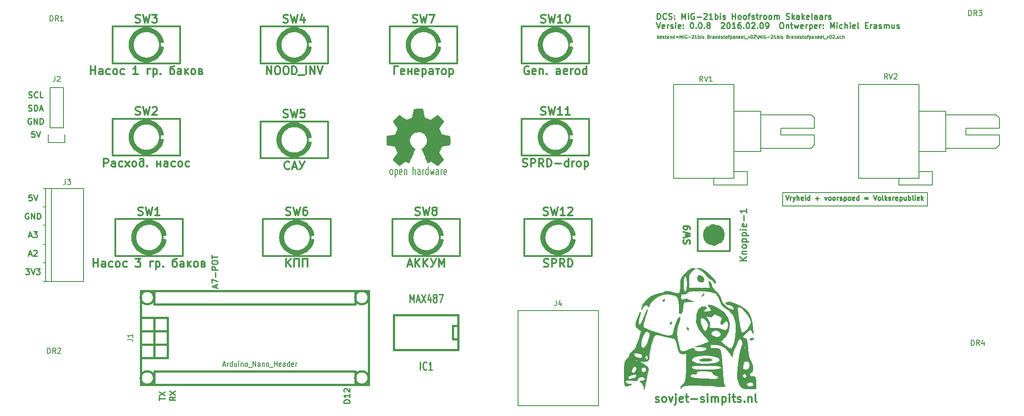
<source format=gbr>
G04 #@! TF.FileFunction,Legend,Top*
%FSLAX46Y46*%
G04 Gerber Fmt 4.6, Leading zero omitted, Abs format (unit mm)*
G04 Created by KiCad (PCBNEW 4.0.0-rc2-stable) date 10-2-2016 17:40:28*
%MOMM*%
G01*
G04 APERTURE LIST*
%ADD10C,0.100000*%
%ADD11C,0.200000*%
%ADD12C,0.150000*%
%ADD13C,0.215000*%
%ADD14C,0.225000*%
%ADD15C,0.275000*%
%ADD16C,0.381000*%
%ADD17C,0.378460*%
%ADD18C,0.002540*%
%ADD19C,0.010000*%
%ADD20C,0.304800*%
%ADD21C,2.540000*%
%ADD22C,0.285750*%
%ADD23C,0.287020*%
%ADD24C,0.203200*%
%ADD25C,0.300000*%
%ADD26C,0.317500*%
%ADD27C,0.254000*%
G04 APERTURE END LIST*
D10*
D11*
X170000000Y-56500000D02*
X197500000Y-56500000D01*
X197500000Y-59000000D02*
X197500000Y-56500000D01*
X170000000Y-59000000D02*
X197500000Y-59000000D01*
X170000000Y-57000000D02*
X170000000Y-59000000D01*
D12*
X146328572Y-27271429D02*
X146328572Y-26671429D01*
X146328572Y-26900000D02*
X146385715Y-26871429D01*
X146500001Y-26871429D01*
X146557144Y-26900000D01*
X146585715Y-26928571D01*
X146614286Y-26985714D01*
X146614286Y-27157143D01*
X146585715Y-27214286D01*
X146557144Y-27242857D01*
X146500001Y-27271429D01*
X146385715Y-27271429D01*
X146328572Y-27242857D01*
X147100001Y-27242857D02*
X147042858Y-27271429D01*
X146928572Y-27271429D01*
X146871429Y-27242857D01*
X146842858Y-27185714D01*
X146842858Y-26957143D01*
X146871429Y-26900000D01*
X146928572Y-26871429D01*
X147042858Y-26871429D01*
X147100001Y-26900000D01*
X147128572Y-26957143D01*
X147128572Y-27014286D01*
X146842858Y-27071429D01*
X147357144Y-27242857D02*
X147414287Y-27271429D01*
X147528572Y-27271429D01*
X147585715Y-27242857D01*
X147614287Y-27185714D01*
X147614287Y-27157143D01*
X147585715Y-27100000D01*
X147528572Y-27071429D01*
X147442858Y-27071429D01*
X147385715Y-27042857D01*
X147357144Y-26985714D01*
X147357144Y-26957143D01*
X147385715Y-26900000D01*
X147442858Y-26871429D01*
X147528572Y-26871429D01*
X147585715Y-26900000D01*
X147785715Y-26871429D02*
X148014286Y-26871429D01*
X147871429Y-26671429D02*
X147871429Y-27185714D01*
X147900001Y-27242857D01*
X147957143Y-27271429D01*
X148014286Y-27271429D01*
X148471429Y-27271429D02*
X148471429Y-26957143D01*
X148442858Y-26900000D01*
X148385715Y-26871429D01*
X148271429Y-26871429D01*
X148214286Y-26900000D01*
X148471429Y-27242857D02*
X148414286Y-27271429D01*
X148271429Y-27271429D01*
X148214286Y-27242857D01*
X148185715Y-27185714D01*
X148185715Y-27128571D01*
X148214286Y-27071429D01*
X148271429Y-27042857D01*
X148414286Y-27042857D01*
X148471429Y-27014286D01*
X148757143Y-26871429D02*
X148757143Y-27271429D01*
X148757143Y-26928571D02*
X148785715Y-26900000D01*
X148842857Y-26871429D01*
X148928572Y-26871429D01*
X148985715Y-26900000D01*
X149014286Y-26957143D01*
X149014286Y-27271429D01*
X149557143Y-27271429D02*
X149557143Y-26671429D01*
X149557143Y-27242857D02*
X149500000Y-27271429D01*
X149385714Y-27271429D01*
X149328572Y-27242857D01*
X149300000Y-27214286D01*
X149271429Y-27157143D01*
X149271429Y-26985714D01*
X149300000Y-26928571D01*
X149328572Y-26900000D01*
X149385714Y-26871429D01*
X149500000Y-26871429D01*
X149557143Y-26900000D01*
X149842857Y-26957143D02*
X150300000Y-26957143D01*
X150300000Y-27128571D02*
X149842857Y-27128571D01*
X150585714Y-27271429D02*
X150585714Y-26671429D01*
X150785714Y-27100000D01*
X150985714Y-26671429D01*
X150985714Y-27271429D01*
X151271428Y-27271429D02*
X151271428Y-26871429D01*
X151271428Y-26671429D02*
X151242857Y-26700000D01*
X151271428Y-26728571D01*
X151300000Y-26700000D01*
X151271428Y-26671429D01*
X151271428Y-26728571D01*
X151871428Y-26700000D02*
X151814285Y-26671429D01*
X151728571Y-26671429D01*
X151642856Y-26700000D01*
X151585714Y-26757143D01*
X151557142Y-26814286D01*
X151528571Y-26928571D01*
X151528571Y-27014286D01*
X151557142Y-27128571D01*
X151585714Y-27185714D01*
X151642856Y-27242857D01*
X151728571Y-27271429D01*
X151785714Y-27271429D01*
X151871428Y-27242857D01*
X151899999Y-27214286D01*
X151899999Y-27014286D01*
X151785714Y-27014286D01*
X152157142Y-27042857D02*
X152614285Y-27042857D01*
X152871428Y-26728571D02*
X152899999Y-26700000D01*
X152957142Y-26671429D01*
X153099999Y-26671429D01*
X153157142Y-26700000D01*
X153185713Y-26728571D01*
X153214285Y-26785714D01*
X153214285Y-26842857D01*
X153185713Y-26928571D01*
X152842856Y-27271429D01*
X153214285Y-27271429D01*
X153785714Y-27271429D02*
X153442857Y-27271429D01*
X153614285Y-27271429D02*
X153614285Y-26671429D01*
X153557142Y-26757143D01*
X153500000Y-26814286D01*
X153442857Y-26842857D01*
X154042857Y-27271429D02*
X154042857Y-26671429D01*
X154042857Y-26900000D02*
X154100000Y-26871429D01*
X154214286Y-26871429D01*
X154271429Y-26900000D01*
X154300000Y-26928571D01*
X154328571Y-26985714D01*
X154328571Y-27157143D01*
X154300000Y-27214286D01*
X154271429Y-27242857D01*
X154214286Y-27271429D01*
X154100000Y-27271429D01*
X154042857Y-27242857D01*
X154585714Y-27271429D02*
X154585714Y-26871429D01*
X154585714Y-26671429D02*
X154557143Y-26700000D01*
X154585714Y-26728571D01*
X154614286Y-26700000D01*
X154585714Y-26671429D01*
X154585714Y-26728571D01*
X154842857Y-27242857D02*
X154900000Y-27271429D01*
X155014285Y-27271429D01*
X155071428Y-27242857D01*
X155100000Y-27185714D01*
X155100000Y-27157143D01*
X155071428Y-27100000D01*
X155014285Y-27071429D01*
X154928571Y-27071429D01*
X154871428Y-27042857D01*
X154842857Y-26985714D01*
X154842857Y-26957143D01*
X154871428Y-26900000D01*
X154928571Y-26871429D01*
X155014285Y-26871429D01*
X155071428Y-26900000D01*
X156014285Y-26957143D02*
X156099999Y-26985714D01*
X156128571Y-27014286D01*
X156157142Y-27071429D01*
X156157142Y-27157143D01*
X156128571Y-27214286D01*
X156099999Y-27242857D01*
X156042857Y-27271429D01*
X155814285Y-27271429D01*
X155814285Y-26671429D01*
X156014285Y-26671429D01*
X156071428Y-26700000D01*
X156099999Y-26728571D01*
X156128571Y-26785714D01*
X156128571Y-26842857D01*
X156099999Y-26900000D01*
X156071428Y-26928571D01*
X156014285Y-26957143D01*
X155814285Y-26957143D01*
X156414285Y-27271429D02*
X156414285Y-26871429D01*
X156414285Y-26985714D02*
X156442857Y-26928571D01*
X156471428Y-26900000D01*
X156528571Y-26871429D01*
X156585714Y-26871429D01*
X157042857Y-27271429D02*
X157042857Y-26957143D01*
X157014286Y-26900000D01*
X156957143Y-26871429D01*
X156842857Y-26871429D01*
X156785714Y-26900000D01*
X157042857Y-27242857D02*
X156985714Y-27271429D01*
X156842857Y-27271429D01*
X156785714Y-27242857D01*
X156757143Y-27185714D01*
X156757143Y-27128571D01*
X156785714Y-27071429D01*
X156842857Y-27042857D01*
X156985714Y-27042857D01*
X157042857Y-27014286D01*
X157328571Y-26871429D02*
X157328571Y-27271429D01*
X157328571Y-26928571D02*
X157357143Y-26900000D01*
X157414285Y-26871429D01*
X157500000Y-26871429D01*
X157557143Y-26900000D01*
X157585714Y-26957143D01*
X157585714Y-27271429D01*
X158128571Y-27271429D02*
X158128571Y-26671429D01*
X158128571Y-27242857D02*
X158071428Y-27271429D01*
X157957142Y-27271429D01*
X157900000Y-27242857D01*
X157871428Y-27214286D01*
X157842857Y-27157143D01*
X157842857Y-26985714D01*
X157871428Y-26928571D01*
X157900000Y-26900000D01*
X157957142Y-26871429D01*
X158071428Y-26871429D01*
X158128571Y-26900000D01*
X158385714Y-27242857D02*
X158442857Y-27271429D01*
X158557142Y-27271429D01*
X158614285Y-27242857D01*
X158642857Y-27185714D01*
X158642857Y-27157143D01*
X158614285Y-27100000D01*
X158557142Y-27071429D01*
X158471428Y-27071429D01*
X158414285Y-27042857D01*
X158385714Y-26985714D01*
X158385714Y-26957143D01*
X158414285Y-26900000D01*
X158471428Y-26871429D01*
X158557142Y-26871429D01*
X158614285Y-26900000D01*
X158814285Y-26871429D02*
X159042856Y-26871429D01*
X158899999Y-26671429D02*
X158899999Y-27185714D01*
X158928571Y-27242857D01*
X158985713Y-27271429D01*
X159042856Y-27271429D01*
X159328570Y-27271429D02*
X159271428Y-27242857D01*
X159242856Y-27214286D01*
X159214285Y-27157143D01*
X159214285Y-26985714D01*
X159242856Y-26928571D01*
X159271428Y-26900000D01*
X159328570Y-26871429D01*
X159414285Y-26871429D01*
X159471428Y-26900000D01*
X159499999Y-26928571D01*
X159528570Y-26985714D01*
X159528570Y-27157143D01*
X159499999Y-27214286D01*
X159471428Y-27242857D01*
X159414285Y-27271429D01*
X159328570Y-27271429D01*
X159699999Y-26871429D02*
X159928570Y-26871429D01*
X159785713Y-27271429D02*
X159785713Y-26757143D01*
X159814285Y-26700000D01*
X159871427Y-26671429D01*
X159928570Y-26671429D01*
X160128570Y-26871429D02*
X160128570Y-27471429D01*
X160128570Y-26900000D02*
X160185713Y-26871429D01*
X160299999Y-26871429D01*
X160357142Y-26900000D01*
X160385713Y-26928571D01*
X160414284Y-26985714D01*
X160414284Y-27157143D01*
X160385713Y-27214286D01*
X160357142Y-27242857D01*
X160299999Y-27271429D01*
X160185713Y-27271429D01*
X160128570Y-27242857D01*
X160928570Y-27271429D02*
X160928570Y-26957143D01*
X160899999Y-26900000D01*
X160842856Y-26871429D01*
X160728570Y-26871429D01*
X160671427Y-26900000D01*
X160928570Y-27242857D02*
X160871427Y-27271429D01*
X160728570Y-27271429D01*
X160671427Y-27242857D01*
X160642856Y-27185714D01*
X160642856Y-27128571D01*
X160671427Y-27071429D01*
X160728570Y-27042857D01*
X160871427Y-27042857D01*
X160928570Y-27014286D01*
X161214284Y-26871429D02*
X161214284Y-27271429D01*
X161214284Y-26928571D02*
X161242856Y-26900000D01*
X161299998Y-26871429D01*
X161385713Y-26871429D01*
X161442856Y-26900000D01*
X161471427Y-26957143D01*
X161471427Y-27271429D01*
X161985713Y-27242857D02*
X161928570Y-27271429D01*
X161814284Y-27271429D01*
X161757141Y-27242857D01*
X161728570Y-27185714D01*
X161728570Y-26957143D01*
X161757141Y-26900000D01*
X161814284Y-26871429D01*
X161928570Y-26871429D01*
X161985713Y-26900000D01*
X162014284Y-26957143D01*
X162014284Y-27014286D01*
X161728570Y-27071429D01*
X162499999Y-27242857D02*
X162442856Y-27271429D01*
X162328570Y-27271429D01*
X162271427Y-27242857D01*
X162242856Y-27185714D01*
X162242856Y-26957143D01*
X162271427Y-26900000D01*
X162328570Y-26871429D01*
X162442856Y-26871429D01*
X162499999Y-26900000D01*
X162528570Y-26957143D01*
X162528570Y-27014286D01*
X162242856Y-27071429D01*
X162871427Y-27271429D02*
X162814285Y-27242857D01*
X162785713Y-27185714D01*
X162785713Y-26671429D01*
X162957142Y-27328571D02*
X163414285Y-27328571D01*
X163499999Y-26871429D02*
X163642856Y-27271429D01*
X163785714Y-26871429D01*
X164128571Y-26671429D02*
X164185714Y-26671429D01*
X164242857Y-26700000D01*
X164271428Y-26728571D01*
X164299999Y-26785714D01*
X164328571Y-26900000D01*
X164328571Y-27042857D01*
X164299999Y-27157143D01*
X164271428Y-27214286D01*
X164242857Y-27242857D01*
X164185714Y-27271429D01*
X164128571Y-27271429D01*
X164071428Y-27242857D01*
X164042857Y-27214286D01*
X164014285Y-27157143D01*
X163985714Y-27042857D01*
X163985714Y-26900000D01*
X164014285Y-26785714D01*
X164042857Y-26728571D01*
X164071428Y-26700000D01*
X164128571Y-26671429D01*
X164557143Y-26728571D02*
X164585714Y-26700000D01*
X164642857Y-26671429D01*
X164785714Y-26671429D01*
X164842857Y-26700000D01*
X164871428Y-26728571D01*
X164900000Y-26785714D01*
X164900000Y-26842857D01*
X164871428Y-26928571D01*
X164528571Y-27271429D01*
X164900000Y-27271429D01*
X164957143Y-26614286D02*
X165471429Y-27385714D01*
X165557143Y-27271429D02*
X165557143Y-26671429D01*
X165757143Y-27100000D01*
X165957143Y-26671429D01*
X165957143Y-27271429D01*
X166242857Y-27271429D02*
X166242857Y-26871429D01*
X166242857Y-26671429D02*
X166214286Y-26700000D01*
X166242857Y-26728571D01*
X166271429Y-26700000D01*
X166242857Y-26671429D01*
X166242857Y-26728571D01*
X166842857Y-26700000D02*
X166785714Y-26671429D01*
X166700000Y-26671429D01*
X166614285Y-26700000D01*
X166557143Y-26757143D01*
X166528571Y-26814286D01*
X166500000Y-26928571D01*
X166500000Y-27014286D01*
X166528571Y-27128571D01*
X166557143Y-27185714D01*
X166614285Y-27242857D01*
X166700000Y-27271429D01*
X166757143Y-27271429D01*
X166842857Y-27242857D01*
X166871428Y-27214286D01*
X166871428Y-27014286D01*
X166757143Y-27014286D01*
X167128571Y-27042857D02*
X167585714Y-27042857D01*
X167842857Y-26728571D02*
X167871428Y-26700000D01*
X167928571Y-26671429D01*
X168071428Y-26671429D01*
X168128571Y-26700000D01*
X168157142Y-26728571D01*
X168185714Y-26785714D01*
X168185714Y-26842857D01*
X168157142Y-26928571D01*
X167814285Y-27271429D01*
X168185714Y-27271429D01*
X168757143Y-27271429D02*
X168414286Y-27271429D01*
X168585714Y-27271429D02*
X168585714Y-26671429D01*
X168528571Y-26757143D01*
X168471429Y-26814286D01*
X168414286Y-26842857D01*
X169014286Y-27271429D02*
X169014286Y-26671429D01*
X169014286Y-26900000D02*
X169071429Y-26871429D01*
X169185715Y-26871429D01*
X169242858Y-26900000D01*
X169271429Y-26928571D01*
X169300000Y-26985714D01*
X169300000Y-27157143D01*
X169271429Y-27214286D01*
X169242858Y-27242857D01*
X169185715Y-27271429D01*
X169071429Y-27271429D01*
X169014286Y-27242857D01*
X169557143Y-27271429D02*
X169557143Y-26871429D01*
X169557143Y-26671429D02*
X169528572Y-26700000D01*
X169557143Y-26728571D01*
X169585715Y-26700000D01*
X169557143Y-26671429D01*
X169557143Y-26728571D01*
X169814286Y-27242857D02*
X169871429Y-27271429D01*
X169985714Y-27271429D01*
X170042857Y-27242857D01*
X170071429Y-27185714D01*
X170071429Y-27157143D01*
X170042857Y-27100000D01*
X169985714Y-27071429D01*
X169900000Y-27071429D01*
X169842857Y-27042857D01*
X169814286Y-26985714D01*
X169814286Y-26957143D01*
X169842857Y-26900000D01*
X169900000Y-26871429D01*
X169985714Y-26871429D01*
X170042857Y-26900000D01*
X170985714Y-26957143D02*
X171071428Y-26985714D01*
X171100000Y-27014286D01*
X171128571Y-27071429D01*
X171128571Y-27157143D01*
X171100000Y-27214286D01*
X171071428Y-27242857D01*
X171014286Y-27271429D01*
X170785714Y-27271429D01*
X170785714Y-26671429D01*
X170985714Y-26671429D01*
X171042857Y-26700000D01*
X171071428Y-26728571D01*
X171100000Y-26785714D01*
X171100000Y-26842857D01*
X171071428Y-26900000D01*
X171042857Y-26928571D01*
X170985714Y-26957143D01*
X170785714Y-26957143D01*
X171385714Y-27271429D02*
X171385714Y-26871429D01*
X171385714Y-26985714D02*
X171414286Y-26928571D01*
X171442857Y-26900000D01*
X171500000Y-26871429D01*
X171557143Y-26871429D01*
X172014286Y-27271429D02*
X172014286Y-26957143D01*
X171985715Y-26900000D01*
X171928572Y-26871429D01*
X171814286Y-26871429D01*
X171757143Y-26900000D01*
X172014286Y-27242857D02*
X171957143Y-27271429D01*
X171814286Y-27271429D01*
X171757143Y-27242857D01*
X171728572Y-27185714D01*
X171728572Y-27128571D01*
X171757143Y-27071429D01*
X171814286Y-27042857D01*
X171957143Y-27042857D01*
X172014286Y-27014286D01*
X172300000Y-26871429D02*
X172300000Y-27271429D01*
X172300000Y-26928571D02*
X172328572Y-26900000D01*
X172385714Y-26871429D01*
X172471429Y-26871429D01*
X172528572Y-26900000D01*
X172557143Y-26957143D01*
X172557143Y-27271429D01*
X173100000Y-27271429D02*
X173100000Y-26671429D01*
X173100000Y-27242857D02*
X173042857Y-27271429D01*
X172928571Y-27271429D01*
X172871429Y-27242857D01*
X172842857Y-27214286D01*
X172814286Y-27157143D01*
X172814286Y-26985714D01*
X172842857Y-26928571D01*
X172871429Y-26900000D01*
X172928571Y-26871429D01*
X173042857Y-26871429D01*
X173100000Y-26900000D01*
X173357143Y-27242857D02*
X173414286Y-27271429D01*
X173528571Y-27271429D01*
X173585714Y-27242857D01*
X173614286Y-27185714D01*
X173614286Y-27157143D01*
X173585714Y-27100000D01*
X173528571Y-27071429D01*
X173442857Y-27071429D01*
X173385714Y-27042857D01*
X173357143Y-26985714D01*
X173357143Y-26957143D01*
X173385714Y-26900000D01*
X173442857Y-26871429D01*
X173528571Y-26871429D01*
X173585714Y-26900000D01*
X173785714Y-26871429D02*
X174014285Y-26871429D01*
X173871428Y-26671429D02*
X173871428Y-27185714D01*
X173900000Y-27242857D01*
X173957142Y-27271429D01*
X174014285Y-27271429D01*
X174299999Y-27271429D02*
X174242857Y-27242857D01*
X174214285Y-27214286D01*
X174185714Y-27157143D01*
X174185714Y-26985714D01*
X174214285Y-26928571D01*
X174242857Y-26900000D01*
X174299999Y-26871429D01*
X174385714Y-26871429D01*
X174442857Y-26900000D01*
X174471428Y-26928571D01*
X174499999Y-26985714D01*
X174499999Y-27157143D01*
X174471428Y-27214286D01*
X174442857Y-27242857D01*
X174385714Y-27271429D01*
X174299999Y-27271429D01*
X174671428Y-26871429D02*
X174899999Y-26871429D01*
X174757142Y-27271429D02*
X174757142Y-26757143D01*
X174785714Y-26700000D01*
X174842856Y-26671429D01*
X174899999Y-26671429D01*
X175099999Y-26871429D02*
X175099999Y-27471429D01*
X175099999Y-26900000D02*
X175157142Y-26871429D01*
X175271428Y-26871429D01*
X175328571Y-26900000D01*
X175357142Y-26928571D01*
X175385713Y-26985714D01*
X175385713Y-27157143D01*
X175357142Y-27214286D01*
X175328571Y-27242857D01*
X175271428Y-27271429D01*
X175157142Y-27271429D01*
X175099999Y-27242857D01*
X175899999Y-27271429D02*
X175899999Y-26957143D01*
X175871428Y-26900000D01*
X175814285Y-26871429D01*
X175699999Y-26871429D01*
X175642856Y-26900000D01*
X175899999Y-27242857D02*
X175842856Y-27271429D01*
X175699999Y-27271429D01*
X175642856Y-27242857D01*
X175614285Y-27185714D01*
X175614285Y-27128571D01*
X175642856Y-27071429D01*
X175699999Y-27042857D01*
X175842856Y-27042857D01*
X175899999Y-27014286D01*
X176185713Y-26871429D02*
X176185713Y-27271429D01*
X176185713Y-26928571D02*
X176214285Y-26900000D01*
X176271427Y-26871429D01*
X176357142Y-26871429D01*
X176414285Y-26900000D01*
X176442856Y-26957143D01*
X176442856Y-27271429D01*
X176957142Y-27242857D02*
X176899999Y-27271429D01*
X176785713Y-27271429D01*
X176728570Y-27242857D01*
X176699999Y-27185714D01*
X176699999Y-26957143D01*
X176728570Y-26900000D01*
X176785713Y-26871429D01*
X176899999Y-26871429D01*
X176957142Y-26900000D01*
X176985713Y-26957143D01*
X176985713Y-27014286D01*
X176699999Y-27071429D01*
X177471428Y-27242857D02*
X177414285Y-27271429D01*
X177299999Y-27271429D01*
X177242856Y-27242857D01*
X177214285Y-27185714D01*
X177214285Y-26957143D01*
X177242856Y-26900000D01*
X177299999Y-26871429D01*
X177414285Y-26871429D01*
X177471428Y-26900000D01*
X177499999Y-26957143D01*
X177499999Y-27014286D01*
X177214285Y-27071429D01*
X177842856Y-27271429D02*
X177785714Y-27242857D01*
X177757142Y-27185714D01*
X177757142Y-26671429D01*
X177928571Y-27328571D02*
X178385714Y-27328571D01*
X178471428Y-26871429D02*
X178614285Y-27271429D01*
X178757143Y-26871429D01*
X179100000Y-26671429D02*
X179157143Y-26671429D01*
X179214286Y-26700000D01*
X179242857Y-26728571D01*
X179271428Y-26785714D01*
X179300000Y-26900000D01*
X179300000Y-27042857D01*
X179271428Y-27157143D01*
X179242857Y-27214286D01*
X179214286Y-27242857D01*
X179157143Y-27271429D01*
X179100000Y-27271429D01*
X179042857Y-27242857D01*
X179014286Y-27214286D01*
X178985714Y-27157143D01*
X178957143Y-27042857D01*
X178957143Y-26900000D01*
X178985714Y-26785714D01*
X179014286Y-26728571D01*
X179042857Y-26700000D01*
X179100000Y-26671429D01*
X179528572Y-26728571D02*
X179557143Y-26700000D01*
X179614286Y-26671429D01*
X179757143Y-26671429D01*
X179814286Y-26700000D01*
X179842857Y-26728571D01*
X179871429Y-26785714D01*
X179871429Y-26842857D01*
X179842857Y-26928571D01*
X179500000Y-27271429D01*
X179871429Y-27271429D01*
X180128572Y-27214286D02*
X180157144Y-27242857D01*
X180128572Y-27271429D01*
X180100001Y-27242857D01*
X180128572Y-27214286D01*
X180128572Y-27271429D01*
X180385715Y-27242857D02*
X180442858Y-27271429D01*
X180557143Y-27271429D01*
X180614286Y-27242857D01*
X180642858Y-27185714D01*
X180642858Y-27157143D01*
X180614286Y-27100000D01*
X180557143Y-27071429D01*
X180471429Y-27071429D01*
X180414286Y-27042857D01*
X180385715Y-26985714D01*
X180385715Y-26957143D01*
X180414286Y-26900000D01*
X180471429Y-26871429D01*
X180557143Y-26871429D01*
X180614286Y-26900000D01*
X181157143Y-27242857D02*
X181100000Y-27271429D01*
X180985714Y-27271429D01*
X180928572Y-27242857D01*
X180900000Y-27214286D01*
X180871429Y-27157143D01*
X180871429Y-26985714D01*
X180900000Y-26928571D01*
X180928572Y-26900000D01*
X180985714Y-26871429D01*
X181100000Y-26871429D01*
X181157143Y-26900000D01*
X181414286Y-27271429D02*
X181414286Y-26671429D01*
X181671429Y-27271429D02*
X181671429Y-26957143D01*
X181642858Y-26900000D01*
X181585715Y-26871429D01*
X181500000Y-26871429D01*
X181442858Y-26900000D01*
X181414286Y-26928571D01*
D13*
X146261905Y-23620119D02*
X146261905Y-22520119D01*
X146523810Y-22520119D01*
X146680952Y-22572500D01*
X146785714Y-22677262D01*
X146838095Y-22782024D01*
X146890476Y-22991548D01*
X146890476Y-23148690D01*
X146838095Y-23358214D01*
X146785714Y-23462976D01*
X146680952Y-23567738D01*
X146523810Y-23620119D01*
X146261905Y-23620119D01*
X147990476Y-23515357D02*
X147938095Y-23567738D01*
X147780952Y-23620119D01*
X147676190Y-23620119D01*
X147519048Y-23567738D01*
X147414286Y-23462976D01*
X147361905Y-23358214D01*
X147309524Y-23148690D01*
X147309524Y-22991548D01*
X147361905Y-22782024D01*
X147414286Y-22677262D01*
X147519048Y-22572500D01*
X147676190Y-22520119D01*
X147780952Y-22520119D01*
X147938095Y-22572500D01*
X147990476Y-22624881D01*
X148409524Y-23567738D02*
X148566667Y-23620119D01*
X148828571Y-23620119D01*
X148933333Y-23567738D01*
X148985714Y-23515357D01*
X149038095Y-23410595D01*
X149038095Y-23305833D01*
X148985714Y-23201071D01*
X148933333Y-23148690D01*
X148828571Y-23096310D01*
X148619048Y-23043929D01*
X148514286Y-22991548D01*
X148461905Y-22939167D01*
X148409524Y-22834405D01*
X148409524Y-22729643D01*
X148461905Y-22624881D01*
X148514286Y-22572500D01*
X148619048Y-22520119D01*
X148880952Y-22520119D01*
X149038095Y-22572500D01*
X149509524Y-23515357D02*
X149561905Y-23567738D01*
X149509524Y-23620119D01*
X149457143Y-23567738D01*
X149509524Y-23515357D01*
X149509524Y-23620119D01*
X149509524Y-22939167D02*
X149561905Y-22991548D01*
X149509524Y-23043929D01*
X149457143Y-22991548D01*
X149509524Y-22939167D01*
X149509524Y-23043929D01*
X150871429Y-23620119D02*
X150871429Y-22520119D01*
X151238095Y-23305833D01*
X151604762Y-22520119D01*
X151604762Y-23620119D01*
X152128572Y-23620119D02*
X152128572Y-22886786D01*
X152128572Y-22520119D02*
X152076191Y-22572500D01*
X152128572Y-22624881D01*
X152180953Y-22572500D01*
X152128572Y-22520119D01*
X152128572Y-22624881D01*
X153228572Y-22572500D02*
X153123810Y-22520119D01*
X152966667Y-22520119D01*
X152809525Y-22572500D01*
X152704763Y-22677262D01*
X152652382Y-22782024D01*
X152600001Y-22991548D01*
X152600001Y-23148690D01*
X152652382Y-23358214D01*
X152704763Y-23462976D01*
X152809525Y-23567738D01*
X152966667Y-23620119D01*
X153071429Y-23620119D01*
X153228572Y-23567738D01*
X153280953Y-23515357D01*
X153280953Y-23148690D01*
X153071429Y-23148690D01*
X153752382Y-23201071D02*
X154590477Y-23201071D01*
X155061906Y-22624881D02*
X155114287Y-22572500D01*
X155219049Y-22520119D01*
X155480953Y-22520119D01*
X155585715Y-22572500D01*
X155638096Y-22624881D01*
X155690477Y-22729643D01*
X155690477Y-22834405D01*
X155638096Y-22991548D01*
X155009525Y-23620119D01*
X155690477Y-23620119D01*
X156738096Y-23620119D02*
X156109525Y-23620119D01*
X156423811Y-23620119D02*
X156423811Y-22520119D01*
X156319049Y-22677262D01*
X156214287Y-22782024D01*
X156109525Y-22834405D01*
X157209525Y-23620119D02*
X157209525Y-22520119D01*
X157209525Y-22939167D02*
X157314287Y-22886786D01*
X157523810Y-22886786D01*
X157628572Y-22939167D01*
X157680953Y-22991548D01*
X157733334Y-23096310D01*
X157733334Y-23410595D01*
X157680953Y-23515357D01*
X157628572Y-23567738D01*
X157523810Y-23620119D01*
X157314287Y-23620119D01*
X157209525Y-23567738D01*
X158204763Y-23620119D02*
X158204763Y-22886786D01*
X158204763Y-22520119D02*
X158152382Y-22572500D01*
X158204763Y-22624881D01*
X158257144Y-22572500D01*
X158204763Y-22520119D01*
X158204763Y-22624881D01*
X158676192Y-23567738D02*
X158780954Y-23620119D01*
X158990478Y-23620119D01*
X159095239Y-23567738D01*
X159147620Y-23462976D01*
X159147620Y-23410595D01*
X159095239Y-23305833D01*
X158990478Y-23253452D01*
X158833335Y-23253452D01*
X158728573Y-23201071D01*
X158676192Y-23096310D01*
X158676192Y-23043929D01*
X158728573Y-22939167D01*
X158833335Y-22886786D01*
X158990478Y-22886786D01*
X159095239Y-22939167D01*
X160457144Y-23620119D02*
X160457144Y-22520119D01*
X160457144Y-23043929D02*
X161085715Y-23043929D01*
X161085715Y-23620119D02*
X161085715Y-22520119D01*
X161766668Y-23620119D02*
X161661906Y-23567738D01*
X161609525Y-23515357D01*
X161557144Y-23410595D01*
X161557144Y-23096310D01*
X161609525Y-22991548D01*
X161661906Y-22939167D01*
X161766668Y-22886786D01*
X161923810Y-22886786D01*
X162028572Y-22939167D01*
X162080953Y-22991548D01*
X162133334Y-23096310D01*
X162133334Y-23410595D01*
X162080953Y-23515357D01*
X162028572Y-23567738D01*
X161923810Y-23620119D01*
X161766668Y-23620119D01*
X162761906Y-23620119D02*
X162657144Y-23567738D01*
X162604763Y-23515357D01*
X162552382Y-23410595D01*
X162552382Y-23096310D01*
X162604763Y-22991548D01*
X162657144Y-22939167D01*
X162761906Y-22886786D01*
X162919048Y-22886786D01*
X163023810Y-22939167D01*
X163076191Y-22991548D01*
X163128572Y-23096310D01*
X163128572Y-23410595D01*
X163076191Y-23515357D01*
X163023810Y-23567738D01*
X162919048Y-23620119D01*
X162761906Y-23620119D01*
X163442858Y-22886786D02*
X163861906Y-22886786D01*
X163600001Y-23620119D02*
X163600001Y-22677262D01*
X163652382Y-22572500D01*
X163757144Y-22520119D01*
X163861906Y-22520119D01*
X164176191Y-23567738D02*
X164280953Y-23620119D01*
X164490477Y-23620119D01*
X164595238Y-23567738D01*
X164647619Y-23462976D01*
X164647619Y-23410595D01*
X164595238Y-23305833D01*
X164490477Y-23253452D01*
X164333334Y-23253452D01*
X164228572Y-23201071D01*
X164176191Y-23096310D01*
X164176191Y-23043929D01*
X164228572Y-22939167D01*
X164333334Y-22886786D01*
X164490477Y-22886786D01*
X164595238Y-22939167D01*
X164961905Y-22886786D02*
X165380953Y-22886786D01*
X165119048Y-22520119D02*
X165119048Y-23462976D01*
X165171429Y-23567738D01*
X165276191Y-23620119D01*
X165380953Y-23620119D01*
X165747619Y-23620119D02*
X165747619Y-22886786D01*
X165747619Y-23096310D02*
X165800000Y-22991548D01*
X165852381Y-22939167D01*
X165957143Y-22886786D01*
X166061904Y-22886786D01*
X166585714Y-23620119D02*
X166480952Y-23567738D01*
X166428571Y-23515357D01*
X166376190Y-23410595D01*
X166376190Y-23096310D01*
X166428571Y-22991548D01*
X166480952Y-22939167D01*
X166585714Y-22886786D01*
X166742856Y-22886786D01*
X166847618Y-22939167D01*
X166899999Y-22991548D01*
X166952380Y-23096310D01*
X166952380Y-23410595D01*
X166899999Y-23515357D01*
X166847618Y-23567738D01*
X166742856Y-23620119D01*
X166585714Y-23620119D01*
X167580952Y-23620119D02*
X167476190Y-23567738D01*
X167423809Y-23515357D01*
X167371428Y-23410595D01*
X167371428Y-23096310D01*
X167423809Y-22991548D01*
X167476190Y-22939167D01*
X167580952Y-22886786D01*
X167738094Y-22886786D01*
X167842856Y-22939167D01*
X167895237Y-22991548D01*
X167947618Y-23096310D01*
X167947618Y-23410595D01*
X167895237Y-23515357D01*
X167842856Y-23567738D01*
X167738094Y-23620119D01*
X167580952Y-23620119D01*
X168419047Y-23620119D02*
X168419047Y-22886786D01*
X168419047Y-22991548D02*
X168471428Y-22939167D01*
X168576190Y-22886786D01*
X168733332Y-22886786D01*
X168838094Y-22939167D01*
X168890475Y-23043929D01*
X168890475Y-23620119D01*
X168890475Y-23043929D02*
X168942856Y-22939167D01*
X169047618Y-22886786D01*
X169204761Y-22886786D01*
X169309523Y-22939167D01*
X169361904Y-23043929D01*
X169361904Y-23620119D01*
X170671428Y-23567738D02*
X170828571Y-23620119D01*
X171090475Y-23620119D01*
X171195237Y-23567738D01*
X171247618Y-23515357D01*
X171299999Y-23410595D01*
X171299999Y-23305833D01*
X171247618Y-23201071D01*
X171195237Y-23148690D01*
X171090475Y-23096310D01*
X170880952Y-23043929D01*
X170776190Y-22991548D01*
X170723809Y-22939167D01*
X170671428Y-22834405D01*
X170671428Y-22729643D01*
X170723809Y-22624881D01*
X170776190Y-22572500D01*
X170880952Y-22520119D01*
X171142856Y-22520119D01*
X171299999Y-22572500D01*
X171771428Y-23620119D02*
X171771428Y-22520119D01*
X171876190Y-23201071D02*
X172190475Y-23620119D01*
X172190475Y-22886786D02*
X171771428Y-23305833D01*
X173133332Y-23620119D02*
X173133332Y-23043929D01*
X173080951Y-22939167D01*
X172976189Y-22886786D01*
X172766666Y-22886786D01*
X172661904Y-22939167D01*
X173133332Y-23567738D02*
X173028570Y-23620119D01*
X172766666Y-23620119D01*
X172661904Y-23567738D01*
X172609523Y-23462976D01*
X172609523Y-23358214D01*
X172661904Y-23253452D01*
X172766666Y-23201071D01*
X173028570Y-23201071D01*
X173133332Y-23148690D01*
X173657142Y-23620119D02*
X173657142Y-22520119D01*
X173761904Y-23201071D02*
X174076189Y-23620119D01*
X174076189Y-22886786D02*
X173657142Y-23305833D01*
X174966665Y-23567738D02*
X174861903Y-23620119D01*
X174652380Y-23620119D01*
X174547618Y-23567738D01*
X174495237Y-23462976D01*
X174495237Y-23043929D01*
X174547618Y-22939167D01*
X174652380Y-22886786D01*
X174861903Y-22886786D01*
X174966665Y-22939167D01*
X175019046Y-23043929D01*
X175019046Y-23148690D01*
X174495237Y-23253452D01*
X175647618Y-23620119D02*
X175542856Y-23567738D01*
X175490475Y-23462976D01*
X175490475Y-22520119D01*
X176538093Y-23620119D02*
X176538093Y-23043929D01*
X176485712Y-22939167D01*
X176380950Y-22886786D01*
X176171427Y-22886786D01*
X176066665Y-22939167D01*
X176538093Y-23567738D02*
X176433331Y-23620119D01*
X176171427Y-23620119D01*
X176066665Y-23567738D01*
X176014284Y-23462976D01*
X176014284Y-23358214D01*
X176066665Y-23253452D01*
X176171427Y-23201071D01*
X176433331Y-23201071D01*
X176538093Y-23148690D01*
X177533331Y-23620119D02*
X177533331Y-23043929D01*
X177480950Y-22939167D01*
X177376188Y-22886786D01*
X177166665Y-22886786D01*
X177061903Y-22939167D01*
X177533331Y-23567738D02*
X177428569Y-23620119D01*
X177166665Y-23620119D01*
X177061903Y-23567738D01*
X177009522Y-23462976D01*
X177009522Y-23358214D01*
X177061903Y-23253452D01*
X177166665Y-23201071D01*
X177428569Y-23201071D01*
X177533331Y-23148690D01*
X178057141Y-23620119D02*
X178057141Y-22886786D01*
X178057141Y-23096310D02*
X178109522Y-22991548D01*
X178161903Y-22939167D01*
X178266665Y-22886786D01*
X178371426Y-22886786D01*
X178685712Y-23567738D02*
X178790474Y-23620119D01*
X178999998Y-23620119D01*
X179104759Y-23567738D01*
X179157140Y-23462976D01*
X179157140Y-23410595D01*
X179104759Y-23305833D01*
X178999998Y-23253452D01*
X178842855Y-23253452D01*
X178738093Y-23201071D01*
X178685712Y-23096310D01*
X178685712Y-23043929D01*
X178738093Y-22939167D01*
X178842855Y-22886786D01*
X178999998Y-22886786D01*
X179104759Y-22939167D01*
X146104762Y-24275119D02*
X146471429Y-25375119D01*
X146838095Y-24275119D01*
X147623809Y-25322738D02*
X147519047Y-25375119D01*
X147309524Y-25375119D01*
X147204762Y-25322738D01*
X147152381Y-25217976D01*
X147152381Y-24798929D01*
X147204762Y-24694167D01*
X147309524Y-24641786D01*
X147519047Y-24641786D01*
X147623809Y-24694167D01*
X147676190Y-24798929D01*
X147676190Y-24903690D01*
X147152381Y-25008452D01*
X148147619Y-25375119D02*
X148147619Y-24641786D01*
X148147619Y-24851310D02*
X148200000Y-24746548D01*
X148252381Y-24694167D01*
X148357143Y-24641786D01*
X148461904Y-24641786D01*
X148776190Y-25322738D02*
X148880952Y-25375119D01*
X149090476Y-25375119D01*
X149195237Y-25322738D01*
X149247618Y-25217976D01*
X149247618Y-25165595D01*
X149195237Y-25060833D01*
X149090476Y-25008452D01*
X148933333Y-25008452D01*
X148828571Y-24956071D01*
X148776190Y-24851310D01*
X148776190Y-24798929D01*
X148828571Y-24694167D01*
X148933333Y-24641786D01*
X149090476Y-24641786D01*
X149195237Y-24694167D01*
X149719047Y-25375119D02*
X149719047Y-24641786D01*
X149719047Y-24275119D02*
X149666666Y-24327500D01*
X149719047Y-24379881D01*
X149771428Y-24327500D01*
X149719047Y-24275119D01*
X149719047Y-24379881D01*
X150661904Y-25322738D02*
X150557142Y-25375119D01*
X150347619Y-25375119D01*
X150242857Y-25322738D01*
X150190476Y-25217976D01*
X150190476Y-24798929D01*
X150242857Y-24694167D01*
X150347619Y-24641786D01*
X150557142Y-24641786D01*
X150661904Y-24694167D01*
X150714285Y-24798929D01*
X150714285Y-24903690D01*
X150190476Y-25008452D01*
X151185714Y-25270357D02*
X151238095Y-25322738D01*
X151185714Y-25375119D01*
X151133333Y-25322738D01*
X151185714Y-25270357D01*
X151185714Y-25375119D01*
X151185714Y-24694167D02*
X151238095Y-24746548D01*
X151185714Y-24798929D01*
X151133333Y-24746548D01*
X151185714Y-24694167D01*
X151185714Y-24798929D01*
X152757143Y-24275119D02*
X152861904Y-24275119D01*
X152966666Y-24327500D01*
X153019047Y-24379881D01*
X153071428Y-24484643D01*
X153123809Y-24694167D01*
X153123809Y-24956071D01*
X153071428Y-25165595D01*
X153019047Y-25270357D01*
X152966666Y-25322738D01*
X152861904Y-25375119D01*
X152757143Y-25375119D01*
X152652381Y-25322738D01*
X152600000Y-25270357D01*
X152547619Y-25165595D01*
X152495238Y-24956071D01*
X152495238Y-24694167D01*
X152547619Y-24484643D01*
X152600000Y-24379881D01*
X152652381Y-24327500D01*
X152757143Y-24275119D01*
X153595238Y-25270357D02*
X153647619Y-25322738D01*
X153595238Y-25375119D01*
X153542857Y-25322738D01*
X153595238Y-25270357D01*
X153595238Y-25375119D01*
X154328572Y-24275119D02*
X154433333Y-24275119D01*
X154538095Y-24327500D01*
X154590476Y-24379881D01*
X154642857Y-24484643D01*
X154695238Y-24694167D01*
X154695238Y-24956071D01*
X154642857Y-25165595D01*
X154590476Y-25270357D01*
X154538095Y-25322738D01*
X154433333Y-25375119D01*
X154328572Y-25375119D01*
X154223810Y-25322738D01*
X154171429Y-25270357D01*
X154119048Y-25165595D01*
X154066667Y-24956071D01*
X154066667Y-24694167D01*
X154119048Y-24484643D01*
X154171429Y-24379881D01*
X154223810Y-24327500D01*
X154328572Y-24275119D01*
X155166667Y-25270357D02*
X155219048Y-25322738D01*
X155166667Y-25375119D01*
X155114286Y-25322738D01*
X155166667Y-25270357D01*
X155166667Y-25375119D01*
X155847620Y-24746548D02*
X155742858Y-24694167D01*
X155690477Y-24641786D01*
X155638096Y-24537024D01*
X155638096Y-24484643D01*
X155690477Y-24379881D01*
X155742858Y-24327500D01*
X155847620Y-24275119D01*
X156057143Y-24275119D01*
X156161905Y-24327500D01*
X156214286Y-24379881D01*
X156266667Y-24484643D01*
X156266667Y-24537024D01*
X156214286Y-24641786D01*
X156161905Y-24694167D01*
X156057143Y-24746548D01*
X155847620Y-24746548D01*
X155742858Y-24798929D01*
X155690477Y-24851310D01*
X155638096Y-24956071D01*
X155638096Y-25165595D01*
X155690477Y-25270357D01*
X155742858Y-25322738D01*
X155847620Y-25375119D01*
X156057143Y-25375119D01*
X156161905Y-25322738D01*
X156214286Y-25270357D01*
X156266667Y-25165595D01*
X156266667Y-24956071D01*
X156214286Y-24851310D01*
X156161905Y-24798929D01*
X156057143Y-24746548D01*
X158361905Y-24379881D02*
X158414286Y-24327500D01*
X158519048Y-24275119D01*
X158780952Y-24275119D01*
X158885714Y-24327500D01*
X158938095Y-24379881D01*
X158990476Y-24484643D01*
X158990476Y-24589405D01*
X158938095Y-24746548D01*
X158309524Y-25375119D01*
X158990476Y-25375119D01*
X159671429Y-24275119D02*
X159776190Y-24275119D01*
X159880952Y-24327500D01*
X159933333Y-24379881D01*
X159985714Y-24484643D01*
X160038095Y-24694167D01*
X160038095Y-24956071D01*
X159985714Y-25165595D01*
X159933333Y-25270357D01*
X159880952Y-25322738D01*
X159776190Y-25375119D01*
X159671429Y-25375119D01*
X159566667Y-25322738D01*
X159514286Y-25270357D01*
X159461905Y-25165595D01*
X159409524Y-24956071D01*
X159409524Y-24694167D01*
X159461905Y-24484643D01*
X159514286Y-24379881D01*
X159566667Y-24327500D01*
X159671429Y-24275119D01*
X161085714Y-25375119D02*
X160457143Y-25375119D01*
X160771429Y-25375119D02*
X160771429Y-24275119D01*
X160666667Y-24432262D01*
X160561905Y-24537024D01*
X160457143Y-24589405D01*
X162028571Y-24275119D02*
X161819048Y-24275119D01*
X161714286Y-24327500D01*
X161661905Y-24379881D01*
X161557143Y-24537024D01*
X161504762Y-24746548D01*
X161504762Y-25165595D01*
X161557143Y-25270357D01*
X161609524Y-25322738D01*
X161714286Y-25375119D01*
X161923809Y-25375119D01*
X162028571Y-25322738D01*
X162080952Y-25270357D01*
X162133333Y-25165595D01*
X162133333Y-24903690D01*
X162080952Y-24798929D01*
X162028571Y-24746548D01*
X161923809Y-24694167D01*
X161714286Y-24694167D01*
X161609524Y-24746548D01*
X161557143Y-24798929D01*
X161504762Y-24903690D01*
X162604762Y-25270357D02*
X162657143Y-25322738D01*
X162604762Y-25375119D01*
X162552381Y-25322738D01*
X162604762Y-25270357D01*
X162604762Y-25375119D01*
X163338096Y-24275119D02*
X163442857Y-24275119D01*
X163547619Y-24327500D01*
X163600000Y-24379881D01*
X163652381Y-24484643D01*
X163704762Y-24694167D01*
X163704762Y-24956071D01*
X163652381Y-25165595D01*
X163600000Y-25270357D01*
X163547619Y-25322738D01*
X163442857Y-25375119D01*
X163338096Y-25375119D01*
X163233334Y-25322738D01*
X163180953Y-25270357D01*
X163128572Y-25165595D01*
X163076191Y-24956071D01*
X163076191Y-24694167D01*
X163128572Y-24484643D01*
X163180953Y-24379881D01*
X163233334Y-24327500D01*
X163338096Y-24275119D01*
X164123810Y-24379881D02*
X164176191Y-24327500D01*
X164280953Y-24275119D01*
X164542857Y-24275119D01*
X164647619Y-24327500D01*
X164700000Y-24379881D01*
X164752381Y-24484643D01*
X164752381Y-24589405D01*
X164700000Y-24746548D01*
X164071429Y-25375119D01*
X164752381Y-25375119D01*
X165223810Y-25270357D02*
X165276191Y-25322738D01*
X165223810Y-25375119D01*
X165171429Y-25322738D01*
X165223810Y-25270357D01*
X165223810Y-25375119D01*
X165957144Y-24275119D02*
X166061905Y-24275119D01*
X166166667Y-24327500D01*
X166219048Y-24379881D01*
X166271429Y-24484643D01*
X166323810Y-24694167D01*
X166323810Y-24956071D01*
X166271429Y-25165595D01*
X166219048Y-25270357D01*
X166166667Y-25322738D01*
X166061905Y-25375119D01*
X165957144Y-25375119D01*
X165852382Y-25322738D01*
X165800001Y-25270357D01*
X165747620Y-25165595D01*
X165695239Y-24956071D01*
X165695239Y-24694167D01*
X165747620Y-24484643D01*
X165800001Y-24379881D01*
X165852382Y-24327500D01*
X165957144Y-24275119D01*
X166847620Y-25375119D02*
X167057144Y-25375119D01*
X167161905Y-25322738D01*
X167214286Y-25270357D01*
X167319048Y-25113214D01*
X167371429Y-24903690D01*
X167371429Y-24484643D01*
X167319048Y-24379881D01*
X167266667Y-24327500D01*
X167161905Y-24275119D01*
X166952382Y-24275119D01*
X166847620Y-24327500D01*
X166795239Y-24379881D01*
X166742858Y-24484643D01*
X166742858Y-24746548D01*
X166795239Y-24851310D01*
X166847620Y-24903690D01*
X166952382Y-24956071D01*
X167161905Y-24956071D01*
X167266667Y-24903690D01*
X167319048Y-24851310D01*
X167371429Y-24746548D01*
X169728572Y-24275119D02*
X169938095Y-24275119D01*
X170042857Y-24327500D01*
X170147619Y-24432262D01*
X170200000Y-24641786D01*
X170200000Y-25008452D01*
X170147619Y-25217976D01*
X170042857Y-25322738D01*
X169938095Y-25375119D01*
X169728572Y-25375119D01*
X169623810Y-25322738D01*
X169519048Y-25217976D01*
X169466667Y-25008452D01*
X169466667Y-24641786D01*
X169519048Y-24432262D01*
X169623810Y-24327500D01*
X169728572Y-24275119D01*
X170671429Y-24641786D02*
X170671429Y-25375119D01*
X170671429Y-24746548D02*
X170723810Y-24694167D01*
X170828572Y-24641786D01*
X170985714Y-24641786D01*
X171090476Y-24694167D01*
X171142857Y-24798929D01*
X171142857Y-25375119D01*
X171509524Y-24641786D02*
X171928572Y-24641786D01*
X171666667Y-24275119D02*
X171666667Y-25217976D01*
X171719048Y-25322738D01*
X171823810Y-25375119D01*
X171928572Y-25375119D01*
X172190476Y-24641786D02*
X172400000Y-25375119D01*
X172609523Y-24851310D01*
X172819047Y-25375119D01*
X173028571Y-24641786D01*
X173866666Y-25322738D02*
X173761904Y-25375119D01*
X173552381Y-25375119D01*
X173447619Y-25322738D01*
X173395238Y-25217976D01*
X173395238Y-24798929D01*
X173447619Y-24694167D01*
X173552381Y-24641786D01*
X173761904Y-24641786D01*
X173866666Y-24694167D01*
X173919047Y-24798929D01*
X173919047Y-24903690D01*
X173395238Y-25008452D01*
X174390476Y-25375119D02*
X174390476Y-24641786D01*
X174390476Y-24851310D02*
X174442857Y-24746548D01*
X174495238Y-24694167D01*
X174600000Y-24641786D01*
X174704761Y-24641786D01*
X175071428Y-24641786D02*
X175071428Y-25741786D01*
X175071428Y-24694167D02*
X175176190Y-24641786D01*
X175385713Y-24641786D01*
X175490475Y-24694167D01*
X175542856Y-24746548D01*
X175595237Y-24851310D01*
X175595237Y-25165595D01*
X175542856Y-25270357D01*
X175490475Y-25322738D01*
X175385713Y-25375119D01*
X175176190Y-25375119D01*
X175071428Y-25322738D01*
X176485713Y-25322738D02*
X176380951Y-25375119D01*
X176171428Y-25375119D01*
X176066666Y-25322738D01*
X176014285Y-25217976D01*
X176014285Y-24798929D01*
X176066666Y-24694167D01*
X176171428Y-24641786D01*
X176380951Y-24641786D01*
X176485713Y-24694167D01*
X176538094Y-24798929D01*
X176538094Y-24903690D01*
X176014285Y-25008452D01*
X177009523Y-25375119D02*
X177009523Y-24641786D01*
X177009523Y-24851310D02*
X177061904Y-24746548D01*
X177114285Y-24694167D01*
X177219047Y-24641786D01*
X177323808Y-24641786D01*
X177690475Y-25270357D02*
X177742856Y-25322738D01*
X177690475Y-25375119D01*
X177638094Y-25322738D01*
X177690475Y-25270357D01*
X177690475Y-25375119D01*
X177690475Y-24694167D02*
X177742856Y-24746548D01*
X177690475Y-24798929D01*
X177638094Y-24746548D01*
X177690475Y-24694167D01*
X177690475Y-24798929D01*
X179052380Y-25375119D02*
X179052380Y-24275119D01*
X179419046Y-25060833D01*
X179785713Y-24275119D01*
X179785713Y-25375119D01*
X180309523Y-25375119D02*
X180309523Y-24641786D01*
X180309523Y-24275119D02*
X180257142Y-24327500D01*
X180309523Y-24379881D01*
X180361904Y-24327500D01*
X180309523Y-24275119D01*
X180309523Y-24379881D01*
X181304761Y-25322738D02*
X181199999Y-25375119D01*
X180990476Y-25375119D01*
X180885714Y-25322738D01*
X180833333Y-25270357D01*
X180780952Y-25165595D01*
X180780952Y-24851310D01*
X180833333Y-24746548D01*
X180885714Y-24694167D01*
X180990476Y-24641786D01*
X181199999Y-24641786D01*
X181304761Y-24694167D01*
X181776190Y-25375119D02*
X181776190Y-24275119D01*
X182247618Y-25375119D02*
X182247618Y-24798929D01*
X182195237Y-24694167D01*
X182090475Y-24641786D01*
X181933333Y-24641786D01*
X181828571Y-24694167D01*
X181776190Y-24746548D01*
X182771428Y-25375119D02*
X182771428Y-24641786D01*
X182771428Y-24275119D02*
X182719047Y-24327500D01*
X182771428Y-24379881D01*
X182823809Y-24327500D01*
X182771428Y-24275119D01*
X182771428Y-24379881D01*
X183714285Y-25322738D02*
X183609523Y-25375119D01*
X183400000Y-25375119D01*
X183295238Y-25322738D01*
X183242857Y-25217976D01*
X183242857Y-24798929D01*
X183295238Y-24694167D01*
X183400000Y-24641786D01*
X183609523Y-24641786D01*
X183714285Y-24694167D01*
X183766666Y-24798929D01*
X183766666Y-24903690D01*
X183242857Y-25008452D01*
X184395238Y-25375119D02*
X184290476Y-25322738D01*
X184238095Y-25217976D01*
X184238095Y-24275119D01*
X185652380Y-24798929D02*
X186019046Y-24798929D01*
X186176189Y-25375119D02*
X185652380Y-25375119D01*
X185652380Y-24275119D01*
X186176189Y-24275119D01*
X186647618Y-25375119D02*
X186647618Y-24641786D01*
X186647618Y-24851310D02*
X186699999Y-24746548D01*
X186752380Y-24694167D01*
X186857142Y-24641786D01*
X186961903Y-24641786D01*
X187799998Y-25375119D02*
X187799998Y-24798929D01*
X187747617Y-24694167D01*
X187642855Y-24641786D01*
X187433332Y-24641786D01*
X187328570Y-24694167D01*
X187799998Y-25322738D02*
X187695236Y-25375119D01*
X187433332Y-25375119D01*
X187328570Y-25322738D01*
X187276189Y-25217976D01*
X187276189Y-25113214D01*
X187328570Y-25008452D01*
X187433332Y-24956071D01*
X187695236Y-24956071D01*
X187799998Y-24903690D01*
X188271427Y-25322738D02*
X188376189Y-25375119D01*
X188585713Y-25375119D01*
X188690474Y-25322738D01*
X188742855Y-25217976D01*
X188742855Y-25165595D01*
X188690474Y-25060833D01*
X188585713Y-25008452D01*
X188428570Y-25008452D01*
X188323808Y-24956071D01*
X188271427Y-24851310D01*
X188271427Y-24798929D01*
X188323808Y-24694167D01*
X188428570Y-24641786D01*
X188585713Y-24641786D01*
X188690474Y-24694167D01*
X189214284Y-25375119D02*
X189214284Y-24641786D01*
X189214284Y-24746548D02*
X189266665Y-24694167D01*
X189371427Y-24641786D01*
X189528569Y-24641786D01*
X189633331Y-24694167D01*
X189685712Y-24798929D01*
X189685712Y-25375119D01*
X189685712Y-24798929D02*
X189738093Y-24694167D01*
X189842855Y-24641786D01*
X189999998Y-24641786D01*
X190104760Y-24694167D01*
X190157141Y-24798929D01*
X190157141Y-25375119D01*
X191152379Y-24641786D02*
X191152379Y-25375119D01*
X190680951Y-24641786D02*
X190680951Y-25217976D01*
X190733332Y-25322738D01*
X190838094Y-25375119D01*
X190995236Y-25375119D01*
X191099998Y-25322738D01*
X191152379Y-25270357D01*
X191623808Y-25322738D02*
X191728570Y-25375119D01*
X191938094Y-25375119D01*
X192042855Y-25322738D01*
X192095236Y-25217976D01*
X192095236Y-25165595D01*
X192042855Y-25060833D01*
X191938094Y-25008452D01*
X191780951Y-25008452D01*
X191676189Y-24956071D01*
X191623808Y-24851310D01*
X191623808Y-24798929D01*
X191676189Y-24694167D01*
X191780951Y-24641786D01*
X191938094Y-24641786D01*
X192042855Y-24694167D01*
D11*
X170000000Y-56500000D02*
X170000000Y-57000000D01*
D14*
X170585714Y-57007143D02*
X170885714Y-57907143D01*
X171185714Y-57007143D01*
X171485715Y-57907143D02*
X171485715Y-57307143D01*
X171485715Y-57478571D02*
X171528572Y-57392857D01*
X171571429Y-57350000D01*
X171657143Y-57307143D01*
X171742858Y-57307143D01*
X171957143Y-57307143D02*
X172171429Y-57907143D01*
X172385715Y-57307143D02*
X172171429Y-57907143D01*
X172085715Y-58121429D01*
X172042858Y-58164286D01*
X171957143Y-58207143D01*
X172728572Y-57907143D02*
X172728572Y-57007143D01*
X173114286Y-57907143D02*
X173114286Y-57435714D01*
X173071429Y-57350000D01*
X172985715Y-57307143D01*
X172857143Y-57307143D01*
X172771429Y-57350000D01*
X172728572Y-57392857D01*
X173885715Y-57864286D02*
X173800001Y-57907143D01*
X173628572Y-57907143D01*
X173542858Y-57864286D01*
X173500001Y-57778571D01*
X173500001Y-57435714D01*
X173542858Y-57350000D01*
X173628572Y-57307143D01*
X173800001Y-57307143D01*
X173885715Y-57350000D01*
X173928572Y-57435714D01*
X173928572Y-57521429D01*
X173500001Y-57607143D01*
X174314287Y-57907143D02*
X174314287Y-57307143D01*
X174314287Y-57007143D02*
X174271430Y-57050000D01*
X174314287Y-57092857D01*
X174357144Y-57050000D01*
X174314287Y-57007143D01*
X174314287Y-57092857D01*
X175128572Y-57907143D02*
X175128572Y-57007143D01*
X175128572Y-57864286D02*
X175042858Y-57907143D01*
X174871429Y-57907143D01*
X174785715Y-57864286D01*
X174742858Y-57821429D01*
X174700001Y-57735714D01*
X174700001Y-57478571D01*
X174742858Y-57392857D01*
X174785715Y-57350000D01*
X174871429Y-57307143D01*
X175042858Y-57307143D01*
X175128572Y-57350000D01*
X176242858Y-57564286D02*
X176928572Y-57564286D01*
X176585715Y-57907143D02*
X176585715Y-57221429D01*
X177957143Y-57307143D02*
X178171429Y-57907143D01*
X178385715Y-57307143D01*
X178857143Y-57907143D02*
X178771429Y-57864286D01*
X178728572Y-57821429D01*
X178685715Y-57735714D01*
X178685715Y-57478571D01*
X178728572Y-57392857D01*
X178771429Y-57350000D01*
X178857143Y-57307143D01*
X178985715Y-57307143D01*
X179071429Y-57350000D01*
X179114286Y-57392857D01*
X179157143Y-57478571D01*
X179157143Y-57735714D01*
X179114286Y-57821429D01*
X179071429Y-57864286D01*
X178985715Y-57907143D01*
X178857143Y-57907143D01*
X179671429Y-57907143D02*
X179585715Y-57864286D01*
X179542858Y-57821429D01*
X179500001Y-57735714D01*
X179500001Y-57478571D01*
X179542858Y-57392857D01*
X179585715Y-57350000D01*
X179671429Y-57307143D01*
X179800001Y-57307143D01*
X179885715Y-57350000D01*
X179928572Y-57392857D01*
X179971429Y-57478571D01*
X179971429Y-57735714D01*
X179928572Y-57821429D01*
X179885715Y-57864286D01*
X179800001Y-57907143D01*
X179671429Y-57907143D01*
X180357144Y-57907143D02*
X180357144Y-57307143D01*
X180357144Y-57478571D02*
X180400001Y-57392857D01*
X180442858Y-57350000D01*
X180528572Y-57307143D01*
X180614287Y-57307143D01*
X180871430Y-57864286D02*
X180957144Y-57907143D01*
X181128572Y-57907143D01*
X181214287Y-57864286D01*
X181257144Y-57778571D01*
X181257144Y-57735714D01*
X181214287Y-57650000D01*
X181128572Y-57607143D01*
X181000001Y-57607143D01*
X180914287Y-57564286D01*
X180871430Y-57478571D01*
X180871430Y-57435714D01*
X180914287Y-57350000D01*
X181000001Y-57307143D01*
X181128572Y-57307143D01*
X181214287Y-57350000D01*
X181642858Y-57307143D02*
X181642858Y-58207143D01*
X181642858Y-57350000D02*
X181728572Y-57307143D01*
X181900001Y-57307143D01*
X181985715Y-57350000D01*
X182028572Y-57392857D01*
X182071429Y-57478571D01*
X182071429Y-57735714D01*
X182028572Y-57821429D01*
X181985715Y-57864286D01*
X181900001Y-57907143D01*
X181728572Y-57907143D01*
X181642858Y-57864286D01*
X182585715Y-57907143D02*
X182500001Y-57864286D01*
X182457144Y-57821429D01*
X182414287Y-57735714D01*
X182414287Y-57478571D01*
X182457144Y-57392857D01*
X182500001Y-57350000D01*
X182585715Y-57307143D01*
X182714287Y-57307143D01*
X182800001Y-57350000D01*
X182842858Y-57392857D01*
X182885715Y-57478571D01*
X182885715Y-57735714D01*
X182842858Y-57821429D01*
X182800001Y-57864286D01*
X182714287Y-57907143D01*
X182585715Y-57907143D01*
X183614287Y-57864286D02*
X183528573Y-57907143D01*
X183357144Y-57907143D01*
X183271430Y-57864286D01*
X183228573Y-57778571D01*
X183228573Y-57435714D01*
X183271430Y-57350000D01*
X183357144Y-57307143D01*
X183528573Y-57307143D01*
X183614287Y-57350000D01*
X183657144Y-57435714D01*
X183657144Y-57521429D01*
X183228573Y-57607143D01*
X184428573Y-57907143D02*
X184428573Y-57007143D01*
X184428573Y-57864286D02*
X184342859Y-57907143D01*
X184171430Y-57907143D01*
X184085716Y-57864286D01*
X184042859Y-57821429D01*
X184000002Y-57735714D01*
X184000002Y-57478571D01*
X184042859Y-57392857D01*
X184085716Y-57350000D01*
X184171430Y-57307143D01*
X184342859Y-57307143D01*
X184428573Y-57350000D01*
X185542859Y-57435714D02*
X186228573Y-57435714D01*
X186228573Y-57692857D02*
X185542859Y-57692857D01*
X187214287Y-57007143D02*
X187514287Y-57907143D01*
X187814287Y-57007143D01*
X188242859Y-57907143D02*
X188157145Y-57864286D01*
X188114288Y-57821429D01*
X188071431Y-57735714D01*
X188071431Y-57478571D01*
X188114288Y-57392857D01*
X188157145Y-57350000D01*
X188242859Y-57307143D01*
X188371431Y-57307143D01*
X188457145Y-57350000D01*
X188500002Y-57392857D01*
X188542859Y-57478571D01*
X188542859Y-57735714D01*
X188500002Y-57821429D01*
X188457145Y-57864286D01*
X188371431Y-57907143D01*
X188242859Y-57907143D01*
X189057145Y-57907143D02*
X188971431Y-57864286D01*
X188928574Y-57778571D01*
X188928574Y-57007143D01*
X189400003Y-57907143D02*
X189400003Y-57007143D01*
X189485717Y-57564286D02*
X189742860Y-57907143D01*
X189742860Y-57307143D02*
X189400003Y-57650000D01*
X190085717Y-57864286D02*
X190171431Y-57907143D01*
X190342859Y-57907143D01*
X190428574Y-57864286D01*
X190471431Y-57778571D01*
X190471431Y-57735714D01*
X190428574Y-57650000D01*
X190342859Y-57607143D01*
X190214288Y-57607143D01*
X190128574Y-57564286D01*
X190085717Y-57478571D01*
X190085717Y-57435714D01*
X190128574Y-57350000D01*
X190214288Y-57307143D01*
X190342859Y-57307143D01*
X190428574Y-57350000D01*
X190857145Y-57907143D02*
X190857145Y-57307143D01*
X190857145Y-57478571D02*
X190900002Y-57392857D01*
X190942859Y-57350000D01*
X191028573Y-57307143D01*
X191114288Y-57307143D01*
X191757145Y-57864286D02*
X191671431Y-57907143D01*
X191500002Y-57907143D01*
X191414288Y-57864286D01*
X191371431Y-57778571D01*
X191371431Y-57435714D01*
X191414288Y-57350000D01*
X191500002Y-57307143D01*
X191671431Y-57307143D01*
X191757145Y-57350000D01*
X191800002Y-57435714D01*
X191800002Y-57521429D01*
X191371431Y-57607143D01*
X192185717Y-57307143D02*
X192185717Y-58207143D01*
X192185717Y-57350000D02*
X192271431Y-57307143D01*
X192442860Y-57307143D01*
X192528574Y-57350000D01*
X192571431Y-57392857D01*
X192614288Y-57478571D01*
X192614288Y-57735714D01*
X192571431Y-57821429D01*
X192528574Y-57864286D01*
X192442860Y-57907143D01*
X192271431Y-57907143D01*
X192185717Y-57864286D01*
X193385717Y-57307143D02*
X193385717Y-57907143D01*
X193000003Y-57307143D02*
X193000003Y-57778571D01*
X193042860Y-57864286D01*
X193128574Y-57907143D01*
X193257146Y-57907143D01*
X193342860Y-57864286D01*
X193385717Y-57821429D01*
X193814289Y-57907143D02*
X193814289Y-57007143D01*
X193814289Y-57350000D02*
X193900003Y-57307143D01*
X194071432Y-57307143D01*
X194157146Y-57350000D01*
X194200003Y-57392857D01*
X194242860Y-57478571D01*
X194242860Y-57735714D01*
X194200003Y-57821429D01*
X194157146Y-57864286D01*
X194071432Y-57907143D01*
X193900003Y-57907143D01*
X193814289Y-57864286D01*
X194757146Y-57907143D02*
X194671432Y-57864286D01*
X194628575Y-57778571D01*
X194628575Y-57007143D01*
X195100004Y-57907143D02*
X195100004Y-57307143D01*
X195100004Y-57007143D02*
X195057147Y-57050000D01*
X195100004Y-57092857D01*
X195142861Y-57050000D01*
X195100004Y-57007143D01*
X195100004Y-57092857D01*
X195871432Y-57864286D02*
X195785718Y-57907143D01*
X195614289Y-57907143D01*
X195528575Y-57864286D01*
X195485718Y-57778571D01*
X195485718Y-57435714D01*
X195528575Y-57350000D01*
X195614289Y-57307143D01*
X195785718Y-57307143D01*
X195871432Y-57350000D01*
X195914289Y-57435714D01*
X195914289Y-57521429D01*
X195485718Y-57607143D01*
X196300004Y-57907143D02*
X196300004Y-57007143D01*
X196385718Y-57564286D02*
X196642861Y-57907143D01*
X196642861Y-57307143D02*
X196300004Y-57650000D01*
D15*
X62683333Y-74511904D02*
X62683333Y-73988095D01*
X62997619Y-74616666D02*
X61897619Y-74249999D01*
X62997619Y-73883333D01*
X61897619Y-73621428D02*
X61897619Y-72888095D01*
X62997619Y-73359523D01*
X62578571Y-72469047D02*
X62578571Y-71630952D01*
X62997619Y-71107142D02*
X61897619Y-71107142D01*
X61897619Y-70688095D01*
X61950000Y-70583333D01*
X62002381Y-70530952D01*
X62107143Y-70478571D01*
X62264286Y-70478571D01*
X62369048Y-70530952D01*
X62421429Y-70583333D01*
X62473810Y-70688095D01*
X62473810Y-71107142D01*
X61897619Y-69797618D02*
X61897619Y-69588095D01*
X61950000Y-69483333D01*
X62054762Y-69378571D01*
X62264286Y-69326190D01*
X62630952Y-69326190D01*
X62840476Y-69378571D01*
X62945238Y-69483333D01*
X62997619Y-69588095D01*
X62997619Y-69797618D01*
X62945238Y-69902380D01*
X62840476Y-70007142D01*
X62630952Y-70059523D01*
X62264286Y-70059523D01*
X62054762Y-70007142D01*
X61950000Y-69902380D01*
X61897619Y-69797618D01*
X61897619Y-69011904D02*
X61897619Y-68383333D01*
X62997619Y-68697618D02*
X61897619Y-68697618D01*
X87997619Y-96335714D02*
X86897619Y-96335714D01*
X86897619Y-96073809D01*
X86950000Y-95916667D01*
X87054762Y-95811905D01*
X87159524Y-95759524D01*
X87369048Y-95707143D01*
X87526190Y-95707143D01*
X87735714Y-95759524D01*
X87840476Y-95811905D01*
X87945238Y-95916667D01*
X87997619Y-96073809D01*
X87997619Y-96335714D01*
X87997619Y-94659524D02*
X87997619Y-95288095D01*
X87997619Y-94973809D02*
X86897619Y-94973809D01*
X87054762Y-95078571D01*
X87159524Y-95183333D01*
X87211905Y-95288095D01*
X87002381Y-94240476D02*
X86950000Y-94188095D01*
X86897619Y-94083333D01*
X86897619Y-93821429D01*
X86950000Y-93716667D01*
X87002381Y-93664286D01*
X87107143Y-93611905D01*
X87211905Y-93611905D01*
X87369048Y-93664286D01*
X87997619Y-94292857D01*
X87997619Y-93611905D01*
X54997619Y-95183333D02*
X54473810Y-95549999D01*
X54997619Y-95811904D02*
X53897619Y-95811904D01*
X53897619Y-95392857D01*
X53950000Y-95288095D01*
X54002381Y-95235714D01*
X54107143Y-95183333D01*
X54264286Y-95183333D01*
X54369048Y-95235714D01*
X54421429Y-95288095D01*
X54473810Y-95392857D01*
X54473810Y-95811904D01*
X53897619Y-94816666D02*
X54997619Y-94083333D01*
X53897619Y-94083333D02*
X54997619Y-94816666D01*
X51897619Y-95838095D02*
X51897619Y-95209524D01*
X52997619Y-95523809D02*
X51897619Y-95523809D01*
X51897619Y-94947619D02*
X52997619Y-94214286D01*
X51897619Y-94214286D02*
X52997619Y-94947619D01*
X28290476Y-44897619D02*
X27766667Y-44897619D01*
X27714286Y-45421429D01*
X27766667Y-45369048D01*
X27871429Y-45316667D01*
X28133333Y-45316667D01*
X28238095Y-45369048D01*
X28290476Y-45421429D01*
X28342857Y-45526190D01*
X28342857Y-45788095D01*
X28290476Y-45892857D01*
X28238095Y-45945238D01*
X28133333Y-45997619D01*
X27871429Y-45997619D01*
X27766667Y-45945238D01*
X27714286Y-45892857D01*
X28657143Y-44897619D02*
X29023810Y-45997619D01*
X29390476Y-44897619D01*
X27661905Y-42450000D02*
X27557143Y-42397619D01*
X27400000Y-42397619D01*
X27242858Y-42450000D01*
X27138096Y-42554762D01*
X27085715Y-42659524D01*
X27033334Y-42869048D01*
X27033334Y-43026190D01*
X27085715Y-43235714D01*
X27138096Y-43340476D01*
X27242858Y-43445238D01*
X27400000Y-43497619D01*
X27504762Y-43497619D01*
X27661905Y-43445238D01*
X27714286Y-43392857D01*
X27714286Y-43026190D01*
X27504762Y-43026190D01*
X28185715Y-43497619D02*
X28185715Y-42397619D01*
X28814286Y-43497619D01*
X28814286Y-42397619D01*
X29338096Y-43497619D02*
X29338096Y-42397619D01*
X29600001Y-42397619D01*
X29757143Y-42450000D01*
X29861905Y-42554762D01*
X29914286Y-42659524D01*
X29966667Y-42869048D01*
X29966667Y-43026190D01*
X29914286Y-43235714D01*
X29861905Y-43340476D01*
X29757143Y-43445238D01*
X29600001Y-43497619D01*
X29338096Y-43497619D01*
X27164286Y-40945238D02*
X27321429Y-40997619D01*
X27583333Y-40997619D01*
X27688095Y-40945238D01*
X27740476Y-40892857D01*
X27792857Y-40788095D01*
X27792857Y-40683333D01*
X27740476Y-40578571D01*
X27688095Y-40526190D01*
X27583333Y-40473810D01*
X27373810Y-40421429D01*
X27269048Y-40369048D01*
X27216667Y-40316667D01*
X27164286Y-40211905D01*
X27164286Y-40107143D01*
X27216667Y-40002381D01*
X27269048Y-39950000D01*
X27373810Y-39897619D01*
X27635714Y-39897619D01*
X27792857Y-39950000D01*
X28264286Y-40997619D02*
X28264286Y-39897619D01*
X28526191Y-39897619D01*
X28683333Y-39950000D01*
X28788095Y-40054762D01*
X28840476Y-40159524D01*
X28892857Y-40369048D01*
X28892857Y-40526190D01*
X28840476Y-40735714D01*
X28788095Y-40840476D01*
X28683333Y-40945238D01*
X28526191Y-40997619D01*
X28264286Y-40997619D01*
X29311905Y-40683333D02*
X29835714Y-40683333D01*
X29207143Y-40997619D02*
X29573810Y-39897619D01*
X29940476Y-40997619D01*
X27190477Y-38445238D02*
X27347620Y-38497619D01*
X27609524Y-38497619D01*
X27714286Y-38445238D01*
X27766667Y-38392857D01*
X27819048Y-38288095D01*
X27819048Y-38183333D01*
X27766667Y-38078571D01*
X27714286Y-38026190D01*
X27609524Y-37973810D01*
X27400001Y-37921429D01*
X27295239Y-37869048D01*
X27242858Y-37816667D01*
X27190477Y-37711905D01*
X27190477Y-37607143D01*
X27242858Y-37502381D01*
X27295239Y-37450000D01*
X27400001Y-37397619D01*
X27661905Y-37397619D01*
X27819048Y-37450000D01*
X28919048Y-38392857D02*
X28866667Y-38445238D01*
X28709524Y-38497619D01*
X28604762Y-38497619D01*
X28447620Y-38445238D01*
X28342858Y-38340476D01*
X28290477Y-38235714D01*
X28238096Y-38026190D01*
X28238096Y-37869048D01*
X28290477Y-37659524D01*
X28342858Y-37554762D01*
X28447620Y-37450000D01*
X28604762Y-37397619D01*
X28709524Y-37397619D01*
X28866667Y-37450000D01*
X28919048Y-37502381D01*
X29914286Y-38497619D02*
X29390477Y-38497619D01*
X29390477Y-37397619D01*
X26638096Y-70897619D02*
X27319048Y-70897619D01*
X26952382Y-71316667D01*
X27109524Y-71316667D01*
X27214286Y-71369048D01*
X27266667Y-71421429D01*
X27319048Y-71526190D01*
X27319048Y-71788095D01*
X27266667Y-71892857D01*
X27214286Y-71945238D01*
X27109524Y-71997619D01*
X26795239Y-71997619D01*
X26690477Y-71945238D01*
X26638096Y-71892857D01*
X27633334Y-70897619D02*
X28000001Y-71997619D01*
X28366667Y-70897619D01*
X28628572Y-70897619D02*
X29309524Y-70897619D01*
X28942858Y-71316667D01*
X29100000Y-71316667D01*
X29204762Y-71369048D01*
X29257143Y-71421429D01*
X29309524Y-71526190D01*
X29309524Y-71788095D01*
X29257143Y-71892857D01*
X29204762Y-71945238D01*
X29100000Y-71997619D01*
X28785715Y-71997619D01*
X28680953Y-71945238D01*
X28628572Y-71892857D01*
X27214286Y-68183333D02*
X27738095Y-68183333D01*
X27109524Y-68497619D02*
X27476191Y-67397619D01*
X27842857Y-68497619D01*
X28157143Y-67502381D02*
X28209524Y-67450000D01*
X28314286Y-67397619D01*
X28576190Y-67397619D01*
X28680952Y-67450000D01*
X28733333Y-67502381D01*
X28785714Y-67607143D01*
X28785714Y-67711905D01*
X28733333Y-67869048D01*
X28104762Y-68497619D01*
X28785714Y-68497619D01*
X27214286Y-64683333D02*
X27738095Y-64683333D01*
X27109524Y-64997619D02*
X27476191Y-63897619D01*
X27842857Y-64997619D01*
X28104762Y-63897619D02*
X28785714Y-63897619D01*
X28419048Y-64316667D01*
X28576190Y-64316667D01*
X28680952Y-64369048D01*
X28733333Y-64421429D01*
X28785714Y-64526190D01*
X28785714Y-64788095D01*
X28733333Y-64892857D01*
X28680952Y-64945238D01*
X28576190Y-64997619D01*
X28261905Y-64997619D01*
X28157143Y-64945238D01*
X28104762Y-64892857D01*
X27161905Y-60450000D02*
X27057143Y-60397619D01*
X26900000Y-60397619D01*
X26742858Y-60450000D01*
X26638096Y-60554762D01*
X26585715Y-60659524D01*
X26533334Y-60869048D01*
X26533334Y-61026190D01*
X26585715Y-61235714D01*
X26638096Y-61340476D01*
X26742858Y-61445238D01*
X26900000Y-61497619D01*
X27004762Y-61497619D01*
X27161905Y-61445238D01*
X27214286Y-61392857D01*
X27214286Y-61026190D01*
X27004762Y-61026190D01*
X27685715Y-61497619D02*
X27685715Y-60397619D01*
X28314286Y-61497619D01*
X28314286Y-60397619D01*
X28838096Y-61497619D02*
X28838096Y-60397619D01*
X29100001Y-60397619D01*
X29257143Y-60450000D01*
X29361905Y-60554762D01*
X29414286Y-60659524D01*
X29466667Y-60869048D01*
X29466667Y-61026190D01*
X29414286Y-61235714D01*
X29361905Y-61340476D01*
X29257143Y-61445238D01*
X29100001Y-61497619D01*
X28838096Y-61497619D01*
X27790476Y-56897619D02*
X27266667Y-56897619D01*
X27214286Y-57421429D01*
X27266667Y-57369048D01*
X27371429Y-57316667D01*
X27633333Y-57316667D01*
X27738095Y-57369048D01*
X27790476Y-57421429D01*
X27842857Y-57526190D01*
X27842857Y-57788095D01*
X27790476Y-57892857D01*
X27738095Y-57945238D01*
X27633333Y-57997619D01*
X27371429Y-57997619D01*
X27266667Y-57945238D01*
X27214286Y-57892857D01*
X28157143Y-56897619D02*
X28523810Y-57997619D01*
X28890476Y-56897619D01*
D16*
X96404000Y-79698000D02*
X108596000Y-79698000D01*
X108596000Y-86302000D02*
X96404000Y-86302000D01*
X107580000Y-84270000D02*
X108596000Y-84270000D01*
X107580000Y-81730000D02*
X108596000Y-81730000D01*
X96404000Y-86302000D02*
X96404000Y-79698000D01*
X108596000Y-79698000D02*
X108596000Y-86302000D01*
X107580000Y-84270000D02*
X107580000Y-81730000D01*
X53490000Y-82730000D02*
X48410000Y-82730000D01*
X53490000Y-85270000D02*
X48410000Y-85270000D01*
X50950000Y-80190000D02*
X50950000Y-87810000D01*
X48410000Y-80190000D02*
X53490000Y-80190000D01*
X53490000Y-80190000D02*
X53490000Y-87810000D01*
X53490000Y-87810000D02*
X48410000Y-87810000D01*
X91590000Y-75110000D02*
X48410000Y-75110000D01*
X48410000Y-92890000D02*
X91590000Y-92890000D01*
X48410000Y-92890000D02*
X48410000Y-75110000D01*
X91590000Y-92890000D02*
X91590000Y-75110000D01*
X50950000Y-76380000D02*
G75*
G03X50950000Y-76380000I-1270000J0D01*
G01*
X50950000Y-91620000D02*
G75*
G03X50950000Y-91620000I-1270000J0D01*
G01*
X91590000Y-76380000D02*
G75*
G03X91590000Y-76380000I-1270000J0D01*
G01*
X91590000Y-91620000D02*
G75*
G03X91590000Y-91620000I-1270000J0D01*
G01*
X89050000Y-77650000D02*
X50950000Y-77650000D01*
X50950000Y-90350000D02*
X89050000Y-90350000D01*
X89050000Y-92890000D02*
X89050000Y-90350000D01*
X89050000Y-77650000D02*
X89050000Y-75110000D01*
X50950000Y-75110000D02*
X50950000Y-77650000D01*
X50950000Y-92890000D02*
X50950000Y-90350000D01*
D12*
X176050000Y-44285000D02*
X176050000Y-42380000D01*
X176050000Y-47460000D02*
X176050000Y-45555000D01*
X169700000Y-44285000D02*
X169700000Y-45555000D01*
X157000000Y-55080000D02*
X163350000Y-55080000D01*
X163350000Y-55080000D02*
X163350000Y-52540000D01*
X163350000Y-52540000D02*
X160810000Y-52540000D01*
X157000000Y-55080000D02*
X157000000Y-53810000D01*
X169700000Y-45555000D02*
X176050000Y-45555000D01*
X176050000Y-44285000D02*
X169700000Y-44285000D01*
X165890000Y-41745000D02*
X175415000Y-41745000D01*
X175415000Y-41745000D02*
X176050000Y-42380000D01*
X176050000Y-47460000D02*
X175415000Y-48095000D01*
X175415000Y-48095000D02*
X165890000Y-48095000D01*
X160810000Y-41110000D02*
X165890000Y-41110000D01*
X165890000Y-41110000D02*
X165890000Y-48730000D01*
X165890000Y-48730000D02*
X160810000Y-48730000D01*
X160810000Y-36030000D02*
X160810000Y-53810000D01*
X160810000Y-53810000D02*
X149380000Y-53810000D01*
X149380000Y-53810000D02*
X149380000Y-36030000D01*
X149380000Y-36030000D02*
X160810000Y-36030000D01*
X211050000Y-44285000D02*
X211050000Y-42380000D01*
X211050000Y-47460000D02*
X211050000Y-45555000D01*
X204700000Y-44285000D02*
X204700000Y-45555000D01*
X192000000Y-55080000D02*
X198350000Y-55080000D01*
X198350000Y-55080000D02*
X198350000Y-52540000D01*
X198350000Y-52540000D02*
X195810000Y-52540000D01*
X192000000Y-55080000D02*
X192000000Y-53810000D01*
X204700000Y-45555000D02*
X211050000Y-45555000D01*
X211050000Y-44285000D02*
X204700000Y-44285000D01*
X200890000Y-41745000D02*
X210415000Y-41745000D01*
X210415000Y-41745000D02*
X211050000Y-42380000D01*
X211050000Y-47460000D02*
X210415000Y-48095000D01*
X210415000Y-48095000D02*
X200890000Y-48095000D01*
X195810000Y-41110000D02*
X200890000Y-41110000D01*
X200890000Y-41110000D02*
X200890000Y-48730000D01*
X200890000Y-48730000D02*
X195810000Y-48730000D01*
X195810000Y-36030000D02*
X195810000Y-53810000D01*
X195810000Y-53810000D02*
X184380000Y-53810000D01*
X184380000Y-53810000D02*
X184380000Y-36030000D01*
X184380000Y-36030000D02*
X195810000Y-36030000D01*
D17*
X52600960Y-65500380D02*
X53098800Y-65500380D01*
X52600960Y-64499620D02*
X53098800Y-64499620D01*
X52618172Y-65000000D02*
G75*
G03X52618172Y-65000000I-2618172J0D01*
G01*
X52560320Y-64479300D02*
G75*
G03X49479300Y-62439680I-2560320J-520700D01*
G01*
X49519940Y-67560320D02*
G75*
G03X52560320Y-65480060I480060J2560320D01*
G01*
X49298960Y-67839720D02*
G75*
G03X52839720Y-65701040I701040J2839720D01*
G01*
X52829560Y-64298960D02*
G75*
G03X49298960Y-62170440I-2829560J-701040D01*
G01*
X47399040Y-65000000D02*
G75*
G03X50000000Y-67600960I2600960J0D01*
G01*
X50000000Y-62399040D02*
G75*
G03X47399040Y-65000000I0J-2600960D01*
G01*
X47099320Y-65000000D02*
G75*
G03X50000000Y-67900680I2900680J0D01*
G01*
X50000000Y-62099320D02*
G75*
G03X47099320Y-65000000I0J-2900680D01*
G01*
X49489460Y-68159760D02*
G75*
G03X53159760Y-65510540I510540J3159760D01*
G01*
X53159760Y-64489460D02*
G75*
G03X49489460Y-61840240I-3159760J-510540D01*
G01*
X46799600Y-65000000D02*
G75*
G03X50000000Y-68200400I3200400J0D01*
G01*
X50000000Y-61799600D02*
G75*
G03X46799600Y-65000000I0J-3200400D01*
G01*
X43599200Y-61502420D02*
X56400800Y-61502420D01*
X56400800Y-61499880D02*
X56400800Y-68500120D01*
X56400800Y-68500120D02*
X43599200Y-68500120D01*
X43599200Y-68500120D02*
X43599200Y-61499880D01*
X52100960Y-46500380D02*
X52598800Y-46500380D01*
X52100960Y-45499620D02*
X52598800Y-45499620D01*
X52118172Y-46000000D02*
G75*
G03X52118172Y-46000000I-2618172J0D01*
G01*
X52060320Y-45479300D02*
G75*
G03X48979300Y-43439680I-2560320J-520700D01*
G01*
X49019940Y-48560320D02*
G75*
G03X52060320Y-46480060I480060J2560320D01*
G01*
X48798960Y-48839720D02*
G75*
G03X52339720Y-46701040I701040J2839720D01*
G01*
X52329560Y-45298960D02*
G75*
G03X48798960Y-43170440I-2829560J-701040D01*
G01*
X46899040Y-46000000D02*
G75*
G03X49500000Y-48600960I2600960J0D01*
G01*
X49500000Y-43399040D02*
G75*
G03X46899040Y-46000000I0J-2600960D01*
G01*
X46599320Y-46000000D02*
G75*
G03X49500000Y-48900680I2900680J0D01*
G01*
X49500000Y-43099320D02*
G75*
G03X46599320Y-46000000I0J-2900680D01*
G01*
X48989460Y-49159760D02*
G75*
G03X52659760Y-46510540I510540J3159760D01*
G01*
X52659760Y-45489460D02*
G75*
G03X48989460Y-42840240I-3159760J-510540D01*
G01*
X46299600Y-46000000D02*
G75*
G03X49500000Y-49200400I3200400J0D01*
G01*
X49500000Y-42799600D02*
G75*
G03X46299600Y-46000000I0J-3200400D01*
G01*
X43099200Y-42502420D02*
X55900800Y-42502420D01*
X55900800Y-42499880D02*
X55900800Y-49500120D01*
X55900800Y-49500120D02*
X43099200Y-49500120D01*
X43099200Y-49500120D02*
X43099200Y-42499880D01*
X52100960Y-29000380D02*
X52598800Y-29000380D01*
X52100960Y-27999620D02*
X52598800Y-27999620D01*
X52118172Y-28500000D02*
G75*
G03X52118172Y-28500000I-2618172J0D01*
G01*
X52060320Y-27979300D02*
G75*
G03X48979300Y-25939680I-2560320J-520700D01*
G01*
X49019940Y-31060320D02*
G75*
G03X52060320Y-28980060I480060J2560320D01*
G01*
X48798960Y-31339720D02*
G75*
G03X52339720Y-29201040I701040J2839720D01*
G01*
X52329560Y-27798960D02*
G75*
G03X48798960Y-25670440I-2829560J-701040D01*
G01*
X46899040Y-28500000D02*
G75*
G03X49500000Y-31100960I2600960J0D01*
G01*
X49500000Y-25899040D02*
G75*
G03X46899040Y-28500000I0J-2600960D01*
G01*
X46599320Y-28500000D02*
G75*
G03X49500000Y-31400680I2900680J0D01*
G01*
X49500000Y-25599320D02*
G75*
G03X46599320Y-28500000I0J-2900680D01*
G01*
X48989460Y-31659760D02*
G75*
G03X52659760Y-29010540I510540J3159760D01*
G01*
X52659760Y-27989460D02*
G75*
G03X48989460Y-25340240I-3159760J-510540D01*
G01*
X46299600Y-28500000D02*
G75*
G03X49500000Y-31700400I3200400J0D01*
G01*
X49500000Y-25299600D02*
G75*
G03X46299600Y-28500000I0J-3200400D01*
G01*
X43099200Y-25002420D02*
X55900800Y-25002420D01*
X55900800Y-24999880D02*
X55900800Y-32000120D01*
X55900800Y-32000120D02*
X43099200Y-32000120D01*
X43099200Y-32000120D02*
X43099200Y-24999880D01*
X80100960Y-29000380D02*
X80598800Y-29000380D01*
X80100960Y-27999620D02*
X80598800Y-27999620D01*
X80118172Y-28500000D02*
G75*
G03X80118172Y-28500000I-2618172J0D01*
G01*
X80060320Y-27979300D02*
G75*
G03X76979300Y-25939680I-2560320J-520700D01*
G01*
X77019940Y-31060320D02*
G75*
G03X80060320Y-28980060I480060J2560320D01*
G01*
X76798960Y-31339720D02*
G75*
G03X80339720Y-29201040I701040J2839720D01*
G01*
X80329560Y-27798960D02*
G75*
G03X76798960Y-25670440I-2829560J-701040D01*
G01*
X74899040Y-28500000D02*
G75*
G03X77500000Y-31100960I2600960J0D01*
G01*
X77500000Y-25899040D02*
G75*
G03X74899040Y-28500000I0J-2600960D01*
G01*
X74599320Y-28500000D02*
G75*
G03X77500000Y-31400680I2900680J0D01*
G01*
X77500000Y-25599320D02*
G75*
G03X74599320Y-28500000I0J-2900680D01*
G01*
X76989460Y-31659760D02*
G75*
G03X80659760Y-29010540I510540J3159760D01*
G01*
X80659760Y-27989460D02*
G75*
G03X76989460Y-25340240I-3159760J-510540D01*
G01*
X74299600Y-28500000D02*
G75*
G03X77500000Y-31700400I3200400J0D01*
G01*
X77500000Y-25299600D02*
G75*
G03X74299600Y-28500000I0J-3200400D01*
G01*
X71099200Y-25002420D02*
X83900800Y-25002420D01*
X83900800Y-24999880D02*
X83900800Y-32000120D01*
X83900800Y-32000120D02*
X71099200Y-32000120D01*
X71099200Y-32000120D02*
X71099200Y-24999880D01*
X80100960Y-47000380D02*
X80598800Y-47000380D01*
X80100960Y-45999620D02*
X80598800Y-45999620D01*
X80118172Y-46500000D02*
G75*
G03X80118172Y-46500000I-2618172J0D01*
G01*
X80060320Y-45979300D02*
G75*
G03X76979300Y-43939680I-2560320J-520700D01*
G01*
X77019940Y-49060320D02*
G75*
G03X80060320Y-46980060I480060J2560320D01*
G01*
X76798960Y-49339720D02*
G75*
G03X80339720Y-47201040I701040J2839720D01*
G01*
X80329560Y-45798960D02*
G75*
G03X76798960Y-43670440I-2829560J-701040D01*
G01*
X74899040Y-46500000D02*
G75*
G03X77500000Y-49100960I2600960J0D01*
G01*
X77500000Y-43899040D02*
G75*
G03X74899040Y-46500000I0J-2600960D01*
G01*
X74599320Y-46500000D02*
G75*
G03X77500000Y-49400680I2900680J0D01*
G01*
X77500000Y-43599320D02*
G75*
G03X74599320Y-46500000I0J-2900680D01*
G01*
X76989460Y-49659760D02*
G75*
G03X80659760Y-47010540I510540J3159760D01*
G01*
X80659760Y-45989460D02*
G75*
G03X76989460Y-43340240I-3159760J-510540D01*
G01*
X74299600Y-46500000D02*
G75*
G03X77500000Y-49700400I3200400J0D01*
G01*
X77500000Y-43299600D02*
G75*
G03X74299600Y-46500000I0J-3200400D01*
G01*
X71099200Y-43002420D02*
X83900800Y-43002420D01*
X83900800Y-42999880D02*
X83900800Y-50000120D01*
X83900800Y-50000120D02*
X71099200Y-50000120D01*
X71099200Y-50000120D02*
X71099200Y-42999880D01*
X80600960Y-65500380D02*
X81098800Y-65500380D01*
X80600960Y-64499620D02*
X81098800Y-64499620D01*
X80618172Y-65000000D02*
G75*
G03X80618172Y-65000000I-2618172J0D01*
G01*
X80560320Y-64479300D02*
G75*
G03X77479300Y-62439680I-2560320J-520700D01*
G01*
X77519940Y-67560320D02*
G75*
G03X80560320Y-65480060I480060J2560320D01*
G01*
X77298960Y-67839720D02*
G75*
G03X80839720Y-65701040I701040J2839720D01*
G01*
X80829560Y-64298960D02*
G75*
G03X77298960Y-62170440I-2829560J-701040D01*
G01*
X75399040Y-65000000D02*
G75*
G03X78000000Y-67600960I2600960J0D01*
G01*
X78000000Y-62399040D02*
G75*
G03X75399040Y-65000000I0J-2600960D01*
G01*
X75099320Y-65000000D02*
G75*
G03X78000000Y-67900680I2900680J0D01*
G01*
X78000000Y-62099320D02*
G75*
G03X75099320Y-65000000I0J-2900680D01*
G01*
X77489460Y-68159760D02*
G75*
G03X81159760Y-65510540I510540J3159760D01*
G01*
X81159760Y-64489460D02*
G75*
G03X77489460Y-61840240I-3159760J-510540D01*
G01*
X74799600Y-65000000D02*
G75*
G03X78000000Y-68200400I3200400J0D01*
G01*
X78000000Y-61799600D02*
G75*
G03X74799600Y-65000000I0J-3200400D01*
G01*
X71599200Y-61502420D02*
X84400800Y-61502420D01*
X84400800Y-61499880D02*
X84400800Y-68500120D01*
X84400800Y-68500120D02*
X71599200Y-68500120D01*
X71599200Y-68500120D02*
X71599200Y-61499880D01*
X104600960Y-29000380D02*
X105098800Y-29000380D01*
X104600960Y-27999620D02*
X105098800Y-27999620D01*
X104618172Y-28500000D02*
G75*
G03X104618172Y-28500000I-2618172J0D01*
G01*
X104560320Y-27979300D02*
G75*
G03X101479300Y-25939680I-2560320J-520700D01*
G01*
X101519940Y-31060320D02*
G75*
G03X104560320Y-28980060I480060J2560320D01*
G01*
X101298960Y-31339720D02*
G75*
G03X104839720Y-29201040I701040J2839720D01*
G01*
X104829560Y-27798960D02*
G75*
G03X101298960Y-25670440I-2829560J-701040D01*
G01*
X99399040Y-28500000D02*
G75*
G03X102000000Y-31100960I2600960J0D01*
G01*
X102000000Y-25899040D02*
G75*
G03X99399040Y-28500000I0J-2600960D01*
G01*
X99099320Y-28500000D02*
G75*
G03X102000000Y-31400680I2900680J0D01*
G01*
X102000000Y-25599320D02*
G75*
G03X99099320Y-28500000I0J-2900680D01*
G01*
X101489460Y-31659760D02*
G75*
G03X105159760Y-29010540I510540J3159760D01*
G01*
X105159760Y-27989460D02*
G75*
G03X101489460Y-25340240I-3159760J-510540D01*
G01*
X98799600Y-28500000D02*
G75*
G03X102000000Y-31700400I3200400J0D01*
G01*
X102000000Y-25299600D02*
G75*
G03X98799600Y-28500000I0J-3200400D01*
G01*
X95599200Y-25002420D02*
X108400800Y-25002420D01*
X108400800Y-24999880D02*
X108400800Y-32000120D01*
X108400800Y-32000120D02*
X95599200Y-32000120D01*
X95599200Y-32000120D02*
X95599200Y-24999880D01*
X105100960Y-65500380D02*
X105598800Y-65500380D01*
X105100960Y-64499620D02*
X105598800Y-64499620D01*
X105118172Y-65000000D02*
G75*
G03X105118172Y-65000000I-2618172J0D01*
G01*
X105060320Y-64479300D02*
G75*
G03X101979300Y-62439680I-2560320J-520700D01*
G01*
X102019940Y-67560320D02*
G75*
G03X105060320Y-65480060I480060J2560320D01*
G01*
X101798960Y-67839720D02*
G75*
G03X105339720Y-65701040I701040J2839720D01*
G01*
X105329560Y-64298960D02*
G75*
G03X101798960Y-62170440I-2829560J-701040D01*
G01*
X99899040Y-65000000D02*
G75*
G03X102500000Y-67600960I2600960J0D01*
G01*
X102500000Y-62399040D02*
G75*
G03X99899040Y-65000000I0J-2600960D01*
G01*
X99599320Y-65000000D02*
G75*
G03X102500000Y-67900680I2900680J0D01*
G01*
X102500000Y-62099320D02*
G75*
G03X99599320Y-65000000I0J-2900680D01*
G01*
X101989460Y-68159760D02*
G75*
G03X105659760Y-65510540I510540J3159760D01*
G01*
X105659760Y-64489460D02*
G75*
G03X101989460Y-61840240I-3159760J-510540D01*
G01*
X99299600Y-65000000D02*
G75*
G03X102500000Y-68200400I3200400J0D01*
G01*
X102500000Y-61799600D02*
G75*
G03X99299600Y-65000000I0J-3200400D01*
G01*
X96099200Y-61502420D02*
X108900800Y-61502420D01*
X108900800Y-61499880D02*
X108900800Y-68500120D01*
X108900800Y-68500120D02*
X96099200Y-68500120D01*
X96099200Y-68500120D02*
X96099200Y-61499880D01*
X129600960Y-29000380D02*
X130098800Y-29000380D01*
X129600960Y-27999620D02*
X130098800Y-27999620D01*
X129618172Y-28500000D02*
G75*
G03X129618172Y-28500000I-2618172J0D01*
G01*
X129560320Y-27979300D02*
G75*
G03X126479300Y-25939680I-2560320J-520700D01*
G01*
X126519940Y-31060320D02*
G75*
G03X129560320Y-28980060I480060J2560320D01*
G01*
X126298960Y-31339720D02*
G75*
G03X129839720Y-29201040I701040J2839720D01*
G01*
X129829560Y-27798960D02*
G75*
G03X126298960Y-25670440I-2829560J-701040D01*
G01*
X124399040Y-28500000D02*
G75*
G03X127000000Y-31100960I2600960J0D01*
G01*
X127000000Y-25899040D02*
G75*
G03X124399040Y-28500000I0J-2600960D01*
G01*
X124099320Y-28500000D02*
G75*
G03X127000000Y-31400680I2900680J0D01*
G01*
X127000000Y-25599320D02*
G75*
G03X124099320Y-28500000I0J-2900680D01*
G01*
X126489460Y-31659760D02*
G75*
G03X130159760Y-29010540I510540J3159760D01*
G01*
X130159760Y-27989460D02*
G75*
G03X126489460Y-25340240I-3159760J-510540D01*
G01*
X123799600Y-28500000D02*
G75*
G03X127000000Y-31700400I3200400J0D01*
G01*
X127000000Y-25299600D02*
G75*
G03X123799600Y-28500000I0J-3200400D01*
G01*
X120599200Y-25002420D02*
X133400800Y-25002420D01*
X133400800Y-24999880D02*
X133400800Y-32000120D01*
X133400800Y-32000120D02*
X120599200Y-32000120D01*
X120599200Y-32000120D02*
X120599200Y-24999880D01*
X129600960Y-46500380D02*
X130098800Y-46500380D01*
X129600960Y-45499620D02*
X130098800Y-45499620D01*
X129618172Y-46000000D02*
G75*
G03X129618172Y-46000000I-2618172J0D01*
G01*
X129560320Y-45479300D02*
G75*
G03X126479300Y-43439680I-2560320J-520700D01*
G01*
X126519940Y-48560320D02*
G75*
G03X129560320Y-46480060I480060J2560320D01*
G01*
X126298960Y-48839720D02*
G75*
G03X129839720Y-46701040I701040J2839720D01*
G01*
X129829560Y-45298960D02*
G75*
G03X126298960Y-43170440I-2829560J-701040D01*
G01*
X124399040Y-46000000D02*
G75*
G03X127000000Y-48600960I2600960J0D01*
G01*
X127000000Y-43399040D02*
G75*
G03X124399040Y-46000000I0J-2600960D01*
G01*
X124099320Y-46000000D02*
G75*
G03X127000000Y-48900680I2900680J0D01*
G01*
X127000000Y-43099320D02*
G75*
G03X124099320Y-46000000I0J-2900680D01*
G01*
X126489460Y-49159760D02*
G75*
G03X130159760Y-46510540I510540J3159760D01*
G01*
X130159760Y-45489460D02*
G75*
G03X126489460Y-42840240I-3159760J-510540D01*
G01*
X123799600Y-46000000D02*
G75*
G03X127000000Y-49200400I3200400J0D01*
G01*
X127000000Y-42799600D02*
G75*
G03X123799600Y-46000000I0J-3200400D01*
G01*
X120599200Y-42502420D02*
X133400800Y-42502420D01*
X133400800Y-42499880D02*
X133400800Y-49500120D01*
X133400800Y-49500120D02*
X120599200Y-49500120D01*
X120599200Y-49500120D02*
X120599200Y-42499880D01*
X130100960Y-65500380D02*
X130598800Y-65500380D01*
X130100960Y-64499620D02*
X130598800Y-64499620D01*
X130118172Y-65000000D02*
G75*
G03X130118172Y-65000000I-2618172J0D01*
G01*
X130060320Y-64479300D02*
G75*
G03X126979300Y-62439680I-2560320J-520700D01*
G01*
X127019940Y-67560320D02*
G75*
G03X130060320Y-65480060I480060J2560320D01*
G01*
X126798960Y-67839720D02*
G75*
G03X130339720Y-65701040I701040J2839720D01*
G01*
X130329560Y-64298960D02*
G75*
G03X126798960Y-62170440I-2829560J-701040D01*
G01*
X124899040Y-65000000D02*
G75*
G03X127500000Y-67600960I2600960J0D01*
G01*
X127500000Y-62399040D02*
G75*
G03X124899040Y-65000000I0J-2600960D01*
G01*
X124599320Y-65000000D02*
G75*
G03X127500000Y-67900680I2900680J0D01*
G01*
X127500000Y-62099320D02*
G75*
G03X124599320Y-65000000I0J-2900680D01*
G01*
X126989460Y-68159760D02*
G75*
G03X130659760Y-65510540I510540J3159760D01*
G01*
X130659760Y-64489460D02*
G75*
G03X126989460Y-61840240I-3159760J-510540D01*
G01*
X124299600Y-65000000D02*
G75*
G03X127500000Y-68200400I3200400J0D01*
G01*
X127500000Y-61799600D02*
G75*
G03X124299600Y-65000000I0J-3200400D01*
G01*
X121099200Y-61502420D02*
X133900800Y-61502420D01*
X133900800Y-61499880D02*
X133900800Y-68500120D01*
X133900800Y-68500120D02*
X121099200Y-68500120D01*
X121099200Y-68500120D02*
X121099200Y-61499880D01*
D12*
X33770000Y-44230000D02*
X33770000Y-36610000D01*
X31230000Y-44230000D02*
X31230000Y-36610000D01*
X30950000Y-47050000D02*
X30950000Y-45500000D01*
X33770000Y-36610000D02*
X31230000Y-36610000D01*
X31230000Y-44230000D02*
X33770000Y-44230000D01*
X34050000Y-45500000D02*
X34050000Y-47050000D01*
X34050000Y-47050000D02*
X30950000Y-47050000D01*
X30400000Y-69800000D02*
X30000000Y-69800000D01*
X30400000Y-66300000D02*
X30000000Y-66300000D01*
X30400000Y-59200000D02*
X30000000Y-59200000D01*
X30400000Y-62700000D02*
X30000000Y-62700000D01*
X31500000Y-55700000D02*
X31500000Y-73300000D01*
X30400000Y-55700000D02*
X30400000Y-73300000D01*
X37600000Y-55700000D02*
X30000000Y-55700000D01*
X30000000Y-73300000D02*
X37600000Y-73300000D01*
X37600000Y-73300000D02*
X37600000Y-55700000D01*
X119880000Y-96874000D02*
X135120000Y-96874000D01*
X135120000Y-96874000D02*
X135120000Y-78840000D01*
X135120000Y-78840000D02*
X119880000Y-78840000D01*
X119880000Y-78840000D02*
X119880000Y-96874000D01*
X106210000Y-53110000D02*
X106310000Y-53040000D01*
X106030000Y-53110000D02*
X106210000Y-53110000D01*
X105930000Y-53040000D02*
X106030000Y-53110000D01*
X105880000Y-52900000D02*
X105930000Y-53040000D01*
X105880000Y-52320000D02*
X105880000Y-52900000D01*
X105940000Y-52170000D02*
X105880000Y-52320000D01*
X106040000Y-52100000D02*
X105940000Y-52170000D01*
X106210000Y-52100000D02*
X106040000Y-52100000D01*
X106310000Y-52190000D02*
X106210000Y-52100000D01*
X106360000Y-52320000D02*
X106310000Y-52190000D01*
X106360000Y-52590000D02*
X106360000Y-52320000D01*
X105880000Y-52590000D02*
X106360000Y-52590000D01*
X105310000Y-52110000D02*
X105310000Y-53110000D01*
X105360000Y-52250000D02*
X105310000Y-52420000D01*
X105400000Y-52190000D02*
X105360000Y-52250000D01*
X105500000Y-52110000D02*
X105400000Y-52190000D01*
X105610000Y-52110000D02*
X105500000Y-52110000D01*
X103260000Y-52100000D02*
X103450000Y-53110000D01*
X103450000Y-53110000D02*
X103640000Y-52390000D01*
X103640000Y-52390000D02*
X103830000Y-53110000D01*
X103830000Y-53110000D02*
X104030000Y-52100000D01*
X102880000Y-53030000D02*
X102790000Y-53110000D01*
X102790000Y-53110000D02*
X102600000Y-53110000D01*
X102600000Y-53110000D02*
X102530000Y-53060000D01*
X102530000Y-53060000D02*
X102460000Y-52980000D01*
X102460000Y-52980000D02*
X102400000Y-52820000D01*
X102400000Y-52820000D02*
X102400000Y-52400000D01*
X102400000Y-52400000D02*
X102450000Y-52250000D01*
X102450000Y-52250000D02*
X102520000Y-52160000D01*
X102520000Y-52160000D02*
X102600000Y-52110000D01*
X102600000Y-52110000D02*
X102780000Y-52110000D01*
X102780000Y-52110000D02*
X102880000Y-52190000D01*
X102880000Y-51610000D02*
X102880000Y-53110000D01*
X102130000Y-52110000D02*
X102020000Y-52110000D01*
X102020000Y-52110000D02*
X101920000Y-52190000D01*
X101920000Y-52190000D02*
X101880000Y-52250000D01*
X101880000Y-52250000D02*
X101830000Y-52420000D01*
X101830000Y-52110000D02*
X101830000Y-53110000D01*
X104840000Y-52320000D02*
X104840000Y-53110000D01*
X104780000Y-52170000D02*
X104840000Y-52320000D01*
X104690000Y-52100000D02*
X104780000Y-52170000D01*
X104510000Y-52100000D02*
X104690000Y-52100000D01*
X104400000Y-52180000D02*
X104510000Y-52100000D01*
X104360000Y-52880000D02*
X104400000Y-53020000D01*
X104360000Y-52750000D02*
X104360000Y-52880000D01*
X104410000Y-52610000D02*
X104360000Y-52750000D01*
X104510000Y-52530000D02*
X104410000Y-52610000D01*
X104750000Y-52530000D02*
X104510000Y-52530000D01*
X104840000Y-52460000D02*
X104750000Y-52530000D01*
X104740000Y-53110000D02*
X104840000Y-53030000D01*
X104510000Y-53110000D02*
X104740000Y-53110000D01*
X104400000Y-53020000D02*
X104510000Y-53110000D01*
X100920000Y-53020000D02*
X101030000Y-53110000D01*
X101030000Y-53110000D02*
X101260000Y-53110000D01*
X101260000Y-53110000D02*
X101360000Y-53030000D01*
X101360000Y-52460000D02*
X101270000Y-52530000D01*
X101270000Y-52530000D02*
X101030000Y-52530000D01*
X101030000Y-52530000D02*
X100930000Y-52610000D01*
X100930000Y-52610000D02*
X100880000Y-52750000D01*
X100880000Y-52750000D02*
X100880000Y-52880000D01*
X100880000Y-52880000D02*
X100920000Y-53020000D01*
X100920000Y-52180000D02*
X101030000Y-52100000D01*
X101030000Y-52100000D02*
X101210000Y-52100000D01*
X101210000Y-52100000D02*
X101300000Y-52170000D01*
X101300000Y-52170000D02*
X101360000Y-52320000D01*
X101360000Y-52320000D02*
X101360000Y-53110000D01*
X100020000Y-53110000D02*
X100020000Y-51610000D01*
X100080000Y-52170000D02*
X100020000Y-52240000D01*
X100160000Y-52110000D02*
X100080000Y-52170000D01*
X100300000Y-52110000D02*
X100160000Y-52110000D01*
X100400000Y-52180000D02*
X100300000Y-52110000D01*
X100450000Y-52330000D02*
X100400000Y-52180000D01*
X100450000Y-53110000D02*
X100450000Y-52330000D01*
X98790000Y-53110000D02*
X98790000Y-52330000D01*
X98790000Y-52330000D02*
X98740000Y-52180000D01*
X98740000Y-52180000D02*
X98640000Y-52110000D01*
X98640000Y-52110000D02*
X98500000Y-52110000D01*
X98500000Y-52110000D02*
X98420000Y-52170000D01*
X98420000Y-52170000D02*
X98360000Y-52240000D01*
X98360000Y-52110000D02*
X98360000Y-53110000D01*
X97450000Y-52590000D02*
X97930000Y-52590000D01*
X97930000Y-52590000D02*
X97930000Y-52320000D01*
X97930000Y-52320000D02*
X97880000Y-52190000D01*
X97880000Y-52190000D02*
X97780000Y-52100000D01*
X97780000Y-52100000D02*
X97610000Y-52100000D01*
X97610000Y-52100000D02*
X97510000Y-52170000D01*
X97510000Y-52170000D02*
X97450000Y-52320000D01*
X97450000Y-52320000D02*
X97450000Y-52900000D01*
X97450000Y-52900000D02*
X97500000Y-53040000D01*
X97500000Y-53040000D02*
X97600000Y-53110000D01*
X97600000Y-53110000D02*
X97780000Y-53110000D01*
X97780000Y-53110000D02*
X97880000Y-53040000D01*
X96590000Y-52100000D02*
X96590000Y-53610000D01*
X96700000Y-52100000D02*
X96880000Y-52100000D01*
X96700000Y-53100000D02*
X96890000Y-53100000D01*
X96700000Y-52100000D02*
X96620000Y-52160000D01*
X96970000Y-52170000D02*
X96880000Y-52100000D01*
X97020000Y-52240000D02*
X96970000Y-52170000D01*
X97070000Y-52400000D02*
X97020000Y-52240000D01*
X97070000Y-52810000D02*
X97070000Y-52400000D01*
X97020000Y-52950000D02*
X97070000Y-52810000D01*
X96980000Y-53020000D02*
X97020000Y-52950000D01*
X96880000Y-53100000D02*
X96980000Y-53020000D01*
X96600000Y-53030000D02*
X96700000Y-53100000D01*
X95640000Y-52400000D02*
X95640000Y-52810000D01*
X95640000Y-52810000D02*
X95690000Y-52950000D01*
X95690000Y-52950000D02*
X95740000Y-53040000D01*
X95740000Y-53040000D02*
X95840000Y-53110000D01*
X95840000Y-53110000D02*
X95980000Y-53110000D01*
X95980000Y-53110000D02*
X96080000Y-53030000D01*
X96080000Y-53030000D02*
X96120000Y-52960000D01*
X96120000Y-52960000D02*
X96170000Y-52820000D01*
X96170000Y-52820000D02*
X96170000Y-52410000D01*
X96170000Y-52410000D02*
X96120000Y-52250000D01*
X96120000Y-52250000D02*
X96070000Y-52180000D01*
X96070000Y-52180000D02*
X95980000Y-52110000D01*
X95980000Y-52110000D02*
X95830000Y-52110000D01*
X95830000Y-52110000D02*
X95750000Y-52170000D01*
X95750000Y-52170000D02*
X95690000Y-52250000D01*
X95690000Y-52250000D02*
X95640000Y-52400000D01*
D18*
G36*
X97362720Y-51389880D02*
X97426220Y-51356860D01*
X97565920Y-51267960D01*
X97766580Y-51138420D01*
X98002800Y-50978400D01*
X98241560Y-50818380D01*
X98437140Y-50686300D01*
X98574300Y-50599940D01*
X98630180Y-50566920D01*
X98660660Y-50577080D01*
X98774960Y-50632960D01*
X98937520Y-50719320D01*
X99034040Y-50767580D01*
X99183900Y-50833620D01*
X99257560Y-50846320D01*
X99270260Y-50826000D01*
X99326140Y-50709160D01*
X99412500Y-50513580D01*
X99526800Y-50251960D01*
X99656340Y-49949700D01*
X99793500Y-49619500D01*
X99933200Y-49284220D01*
X100065280Y-48966720D01*
X100184660Y-48679700D01*
X100278640Y-48446020D01*
X100339600Y-48283460D01*
X100362460Y-48212340D01*
X100354840Y-48197100D01*
X100281180Y-48125980D01*
X100149100Y-48026920D01*
X99864620Y-47795780D01*
X99585220Y-47445260D01*
X99415040Y-47049020D01*
X99356620Y-46607060D01*
X99404880Y-46198120D01*
X99567440Y-45804420D01*
X99841760Y-45451360D01*
X100174500Y-45187200D01*
X100563120Y-45022100D01*
X101000000Y-44966220D01*
X101419100Y-45014480D01*
X101820420Y-45171960D01*
X102173480Y-45441200D01*
X102323340Y-45613920D01*
X102529080Y-45972060D01*
X102645920Y-46358140D01*
X102658620Y-46454660D01*
X102640840Y-46876300D01*
X102516380Y-47280160D01*
X102295400Y-47640840D01*
X101985520Y-47938020D01*
X101947420Y-47965960D01*
X101802640Y-48072640D01*
X101708660Y-48146300D01*
X101632460Y-48207260D01*
X102168400Y-49500120D01*
X102254760Y-49705860D01*
X102402080Y-50056380D01*
X102531620Y-50361180D01*
X102635760Y-50605020D01*
X102706880Y-50765040D01*
X102737360Y-50831080D01*
X102742440Y-50833620D01*
X102788160Y-50841240D01*
X102887220Y-50805680D01*
X103067560Y-50719320D01*
X103186940Y-50658360D01*
X103324100Y-50592320D01*
X103385060Y-50566920D01*
X103438400Y-50594860D01*
X103570480Y-50681220D01*
X103760980Y-50810760D01*
X103992120Y-50965700D01*
X104213100Y-51115560D01*
X104416300Y-51250180D01*
X104563620Y-51344160D01*
X104634740Y-51382260D01*
X104644900Y-51382260D01*
X104708400Y-51346700D01*
X104825240Y-51250180D01*
X105000500Y-51082540D01*
X105249420Y-50838700D01*
X105287520Y-50800600D01*
X105493260Y-50592320D01*
X105658360Y-50417060D01*
X105770120Y-50292600D01*
X105810760Y-50236720D01*
X105810760Y-50236720D01*
X105772660Y-50165600D01*
X105681220Y-50018280D01*
X105546600Y-49815080D01*
X105384040Y-49573780D01*
X104954780Y-48954020D01*
X105191000Y-48367280D01*
X105262120Y-48186940D01*
X105353560Y-47968500D01*
X105422140Y-47813560D01*
X105457700Y-47744980D01*
X105521200Y-47722120D01*
X105681220Y-47684020D01*
X105914900Y-47635760D01*
X106191760Y-47584960D01*
X106455920Y-47536700D01*
X106694680Y-47490980D01*
X106867400Y-47457960D01*
X106946140Y-47442720D01*
X106963920Y-47430020D01*
X106979160Y-47391920D01*
X106989320Y-47310640D01*
X106994400Y-47165860D01*
X106999480Y-46937260D01*
X106999480Y-46607060D01*
X106999480Y-46571500D01*
X106994400Y-46256540D01*
X106989320Y-46005080D01*
X106981700Y-45839980D01*
X106969000Y-45773940D01*
X106969000Y-45773940D01*
X106895340Y-45756160D01*
X106725160Y-45720600D01*
X106486400Y-45672340D01*
X106201920Y-45619000D01*
X106184140Y-45616460D01*
X105899660Y-45560580D01*
X105663440Y-45512320D01*
X105495800Y-45474220D01*
X105427220Y-45451360D01*
X105411980Y-45431040D01*
X105353560Y-45319280D01*
X105272280Y-45144020D01*
X105178300Y-44930660D01*
X105086860Y-44707140D01*
X105005580Y-44506480D01*
X104952240Y-44356620D01*
X104937000Y-44288040D01*
X104937000Y-44288040D01*
X104980180Y-44219460D01*
X105076700Y-44072140D01*
X105216400Y-43868940D01*
X105381500Y-43627640D01*
X105394200Y-43607320D01*
X105556760Y-43368560D01*
X105688840Y-43165360D01*
X105777740Y-43020580D01*
X105810760Y-42957080D01*
X105810760Y-42952000D01*
X105754880Y-42880880D01*
X105632960Y-42743720D01*
X105457700Y-42560840D01*
X105249420Y-42350020D01*
X105180840Y-42283980D01*
X104949700Y-42055380D01*
X104787140Y-41908060D01*
X104685540Y-41826780D01*
X104637280Y-41809000D01*
X104634740Y-41811540D01*
X104563620Y-41854720D01*
X104411220Y-41953780D01*
X104205480Y-42093480D01*
X103961640Y-42258580D01*
X103946400Y-42268740D01*
X103705100Y-42431300D01*
X103506980Y-42568460D01*
X103364740Y-42662440D01*
X103301240Y-42698000D01*
X103291080Y-42698000D01*
X103194560Y-42670060D01*
X103024380Y-42611640D01*
X102813560Y-42530360D01*
X102592580Y-42441460D01*
X102389380Y-42355100D01*
X102239520Y-42286520D01*
X102168400Y-42245880D01*
X102165860Y-42243340D01*
X102140460Y-42156980D01*
X102099820Y-41976640D01*
X102046480Y-41730260D01*
X101993140Y-41435620D01*
X101982980Y-41389900D01*
X101929640Y-41102880D01*
X101883920Y-40866660D01*
X101848360Y-40704100D01*
X101833120Y-40635520D01*
X101792480Y-40627900D01*
X101652780Y-40617740D01*
X101439420Y-40610120D01*
X101180340Y-40607580D01*
X100908560Y-40610120D01*
X100644400Y-40615200D01*
X100418340Y-40622820D01*
X100255780Y-40635520D01*
X100187200Y-40648220D01*
X100184660Y-40653300D01*
X100161800Y-40742200D01*
X100121160Y-40920000D01*
X100070360Y-41168920D01*
X100014480Y-41463560D01*
X100004320Y-41516900D01*
X99950980Y-41801380D01*
X99902720Y-42035060D01*
X99867160Y-42195080D01*
X99849380Y-42258580D01*
X99823980Y-42271280D01*
X99707140Y-42324620D01*
X99516640Y-42403360D01*
X99277880Y-42499880D01*
X98729240Y-42720860D01*
X98056140Y-42258580D01*
X97995180Y-42217940D01*
X97751340Y-42052840D01*
X97553220Y-41920760D01*
X97413520Y-41831860D01*
X97357640Y-41798840D01*
X97352560Y-41801380D01*
X97283980Y-41859800D01*
X97151900Y-41984260D01*
X96969020Y-42162060D01*
X96758200Y-42372880D01*
X96600720Y-42530360D01*
X96415300Y-42718320D01*
X96298460Y-42845320D01*
X96232420Y-42926600D01*
X96209560Y-42977400D01*
X96217180Y-43010420D01*
X96260360Y-43079000D01*
X96359420Y-43226320D01*
X96496580Y-43432060D01*
X96661680Y-43668280D01*
X96796300Y-43868940D01*
X96943620Y-44095000D01*
X97037600Y-44255020D01*
X97070620Y-44333760D01*
X97063000Y-44366780D01*
X97014740Y-44498860D01*
X96936000Y-44699520D01*
X96834400Y-44935740D01*
X96600720Y-45469140D01*
X96250200Y-45535180D01*
X96039380Y-45575820D01*
X95742200Y-45634240D01*
X95457720Y-45687580D01*
X95015760Y-45773940D01*
X95000520Y-47399540D01*
X95069100Y-47430020D01*
X95135140Y-47447800D01*
X95297700Y-47483360D01*
X95531380Y-47529080D01*
X95808240Y-47582420D01*
X96044460Y-47625600D01*
X96280680Y-47671320D01*
X96450860Y-47704340D01*
X96527060Y-47719580D01*
X96544840Y-47744980D01*
X96605800Y-47861820D01*
X96689620Y-48042160D01*
X96783600Y-48263140D01*
X96877580Y-48489200D01*
X96961400Y-48700020D01*
X97019820Y-48860040D01*
X97042680Y-48943860D01*
X97009660Y-49004820D01*
X96920760Y-49144520D01*
X96788680Y-49342640D01*
X96628660Y-49578860D01*
X96466100Y-49815080D01*
X96331480Y-50015740D01*
X96234960Y-50160520D01*
X96196860Y-50226560D01*
X96217180Y-50272280D01*
X96311160Y-50386580D01*
X96488960Y-50569460D01*
X96753120Y-50831080D01*
X96796300Y-50874260D01*
X97007120Y-51074920D01*
X97184920Y-51240020D01*
X97306840Y-51349240D01*
X97362720Y-51389880D01*
X97362720Y-51389880D01*
G37*
X97362720Y-51389880D02*
X97426220Y-51356860D01*
X97565920Y-51267960D01*
X97766580Y-51138420D01*
X98002800Y-50978400D01*
X98241560Y-50818380D01*
X98437140Y-50686300D01*
X98574300Y-50599940D01*
X98630180Y-50566920D01*
X98660660Y-50577080D01*
X98774960Y-50632960D01*
X98937520Y-50719320D01*
X99034040Y-50767580D01*
X99183900Y-50833620D01*
X99257560Y-50846320D01*
X99270260Y-50826000D01*
X99326140Y-50709160D01*
X99412500Y-50513580D01*
X99526800Y-50251960D01*
X99656340Y-49949700D01*
X99793500Y-49619500D01*
X99933200Y-49284220D01*
X100065280Y-48966720D01*
X100184660Y-48679700D01*
X100278640Y-48446020D01*
X100339600Y-48283460D01*
X100362460Y-48212340D01*
X100354840Y-48197100D01*
X100281180Y-48125980D01*
X100149100Y-48026920D01*
X99864620Y-47795780D01*
X99585220Y-47445260D01*
X99415040Y-47049020D01*
X99356620Y-46607060D01*
X99404880Y-46198120D01*
X99567440Y-45804420D01*
X99841760Y-45451360D01*
X100174500Y-45187200D01*
X100563120Y-45022100D01*
X101000000Y-44966220D01*
X101419100Y-45014480D01*
X101820420Y-45171960D01*
X102173480Y-45441200D01*
X102323340Y-45613920D01*
X102529080Y-45972060D01*
X102645920Y-46358140D01*
X102658620Y-46454660D01*
X102640840Y-46876300D01*
X102516380Y-47280160D01*
X102295400Y-47640840D01*
X101985520Y-47938020D01*
X101947420Y-47965960D01*
X101802640Y-48072640D01*
X101708660Y-48146300D01*
X101632460Y-48207260D01*
X102168400Y-49500120D01*
X102254760Y-49705860D01*
X102402080Y-50056380D01*
X102531620Y-50361180D01*
X102635760Y-50605020D01*
X102706880Y-50765040D01*
X102737360Y-50831080D01*
X102742440Y-50833620D01*
X102788160Y-50841240D01*
X102887220Y-50805680D01*
X103067560Y-50719320D01*
X103186940Y-50658360D01*
X103324100Y-50592320D01*
X103385060Y-50566920D01*
X103438400Y-50594860D01*
X103570480Y-50681220D01*
X103760980Y-50810760D01*
X103992120Y-50965700D01*
X104213100Y-51115560D01*
X104416300Y-51250180D01*
X104563620Y-51344160D01*
X104634740Y-51382260D01*
X104644900Y-51382260D01*
X104708400Y-51346700D01*
X104825240Y-51250180D01*
X105000500Y-51082540D01*
X105249420Y-50838700D01*
X105287520Y-50800600D01*
X105493260Y-50592320D01*
X105658360Y-50417060D01*
X105770120Y-50292600D01*
X105810760Y-50236720D01*
X105810760Y-50236720D01*
X105772660Y-50165600D01*
X105681220Y-50018280D01*
X105546600Y-49815080D01*
X105384040Y-49573780D01*
X104954780Y-48954020D01*
X105191000Y-48367280D01*
X105262120Y-48186940D01*
X105353560Y-47968500D01*
X105422140Y-47813560D01*
X105457700Y-47744980D01*
X105521200Y-47722120D01*
X105681220Y-47684020D01*
X105914900Y-47635760D01*
X106191760Y-47584960D01*
X106455920Y-47536700D01*
X106694680Y-47490980D01*
X106867400Y-47457960D01*
X106946140Y-47442720D01*
X106963920Y-47430020D01*
X106979160Y-47391920D01*
X106989320Y-47310640D01*
X106994400Y-47165860D01*
X106999480Y-46937260D01*
X106999480Y-46607060D01*
X106999480Y-46571500D01*
X106994400Y-46256540D01*
X106989320Y-46005080D01*
X106981700Y-45839980D01*
X106969000Y-45773940D01*
X106969000Y-45773940D01*
X106895340Y-45756160D01*
X106725160Y-45720600D01*
X106486400Y-45672340D01*
X106201920Y-45619000D01*
X106184140Y-45616460D01*
X105899660Y-45560580D01*
X105663440Y-45512320D01*
X105495800Y-45474220D01*
X105427220Y-45451360D01*
X105411980Y-45431040D01*
X105353560Y-45319280D01*
X105272280Y-45144020D01*
X105178300Y-44930660D01*
X105086860Y-44707140D01*
X105005580Y-44506480D01*
X104952240Y-44356620D01*
X104937000Y-44288040D01*
X104937000Y-44288040D01*
X104980180Y-44219460D01*
X105076700Y-44072140D01*
X105216400Y-43868940D01*
X105381500Y-43627640D01*
X105394200Y-43607320D01*
X105556760Y-43368560D01*
X105688840Y-43165360D01*
X105777740Y-43020580D01*
X105810760Y-42957080D01*
X105810760Y-42952000D01*
X105754880Y-42880880D01*
X105632960Y-42743720D01*
X105457700Y-42560840D01*
X105249420Y-42350020D01*
X105180840Y-42283980D01*
X104949700Y-42055380D01*
X104787140Y-41908060D01*
X104685540Y-41826780D01*
X104637280Y-41809000D01*
X104634740Y-41811540D01*
X104563620Y-41854720D01*
X104411220Y-41953780D01*
X104205480Y-42093480D01*
X103961640Y-42258580D01*
X103946400Y-42268740D01*
X103705100Y-42431300D01*
X103506980Y-42568460D01*
X103364740Y-42662440D01*
X103301240Y-42698000D01*
X103291080Y-42698000D01*
X103194560Y-42670060D01*
X103024380Y-42611640D01*
X102813560Y-42530360D01*
X102592580Y-42441460D01*
X102389380Y-42355100D01*
X102239520Y-42286520D01*
X102168400Y-42245880D01*
X102165860Y-42243340D01*
X102140460Y-42156980D01*
X102099820Y-41976640D01*
X102046480Y-41730260D01*
X101993140Y-41435620D01*
X101982980Y-41389900D01*
X101929640Y-41102880D01*
X101883920Y-40866660D01*
X101848360Y-40704100D01*
X101833120Y-40635520D01*
X101792480Y-40627900D01*
X101652780Y-40617740D01*
X101439420Y-40610120D01*
X101180340Y-40607580D01*
X100908560Y-40610120D01*
X100644400Y-40615200D01*
X100418340Y-40622820D01*
X100255780Y-40635520D01*
X100187200Y-40648220D01*
X100184660Y-40653300D01*
X100161800Y-40742200D01*
X100121160Y-40920000D01*
X100070360Y-41168920D01*
X100014480Y-41463560D01*
X100004320Y-41516900D01*
X99950980Y-41801380D01*
X99902720Y-42035060D01*
X99867160Y-42195080D01*
X99849380Y-42258580D01*
X99823980Y-42271280D01*
X99707140Y-42324620D01*
X99516640Y-42403360D01*
X99277880Y-42499880D01*
X98729240Y-42720860D01*
X98056140Y-42258580D01*
X97995180Y-42217940D01*
X97751340Y-42052840D01*
X97553220Y-41920760D01*
X97413520Y-41831860D01*
X97357640Y-41798840D01*
X97352560Y-41801380D01*
X97283980Y-41859800D01*
X97151900Y-41984260D01*
X96969020Y-42162060D01*
X96758200Y-42372880D01*
X96600720Y-42530360D01*
X96415300Y-42718320D01*
X96298460Y-42845320D01*
X96232420Y-42926600D01*
X96209560Y-42977400D01*
X96217180Y-43010420D01*
X96260360Y-43079000D01*
X96359420Y-43226320D01*
X96496580Y-43432060D01*
X96661680Y-43668280D01*
X96796300Y-43868940D01*
X96943620Y-44095000D01*
X97037600Y-44255020D01*
X97070620Y-44333760D01*
X97063000Y-44366780D01*
X97014740Y-44498860D01*
X96936000Y-44699520D01*
X96834400Y-44935740D01*
X96600720Y-45469140D01*
X96250200Y-45535180D01*
X96039380Y-45575820D01*
X95742200Y-45634240D01*
X95457720Y-45687580D01*
X95015760Y-45773940D01*
X95000520Y-47399540D01*
X95069100Y-47430020D01*
X95135140Y-47447800D01*
X95297700Y-47483360D01*
X95531380Y-47529080D01*
X95808240Y-47582420D01*
X96044460Y-47625600D01*
X96280680Y-47671320D01*
X96450860Y-47704340D01*
X96527060Y-47719580D01*
X96544840Y-47744980D01*
X96605800Y-47861820D01*
X96689620Y-48042160D01*
X96783600Y-48263140D01*
X96877580Y-48489200D01*
X96961400Y-48700020D01*
X97019820Y-48860040D01*
X97042680Y-48943860D01*
X97009660Y-49004820D01*
X96920760Y-49144520D01*
X96788680Y-49342640D01*
X96628660Y-49578860D01*
X96466100Y-49815080D01*
X96331480Y-50015740D01*
X96234960Y-50160520D01*
X96196860Y-50226560D01*
X96217180Y-50272280D01*
X96311160Y-50386580D01*
X96488960Y-50569460D01*
X96753120Y-50831080D01*
X96796300Y-50874260D01*
X97007120Y-51074920D01*
X97184920Y-51240020D01*
X97306840Y-51349240D01*
X97362720Y-51389880D01*
D19*
G36*
X153421527Y-70789904D02*
X153424622Y-70916783D01*
X153026492Y-71254283D01*
X152937110Y-71324669D01*
X152493574Y-71768449D01*
X152285239Y-72316076D01*
X152232642Y-73178658D01*
X152232632Y-73196248D01*
X152232632Y-74513685D01*
X156253346Y-74513685D01*
X156073250Y-73796125D01*
X155979806Y-73319159D01*
X156094492Y-73281620D01*
X156307462Y-73461915D01*
X156582976Y-73864680D01*
X156580478Y-74077974D01*
X156677733Y-74375735D01*
X157082445Y-74877382D01*
X157410646Y-75200658D01*
X158087323Y-75971049D01*
X158377027Y-76651993D01*
X158382106Y-76736323D01*
X158586626Y-77336449D01*
X159239124Y-77969785D01*
X159456422Y-78126514D01*
X160230227Y-78603924D01*
X160643528Y-78705351D01*
X160683735Y-78552287D01*
X161469351Y-78552287D01*
X161525197Y-79280896D01*
X161641103Y-80223488D01*
X161794179Y-81224977D01*
X161961536Y-82130275D01*
X162120284Y-82784295D01*
X162205601Y-82997545D01*
X162479606Y-83032028D01*
X162910743Y-82734362D01*
X163383145Y-82232196D01*
X163780947Y-81653180D01*
X163988280Y-81124965D01*
X163996842Y-81024138D01*
X163849836Y-80436372D01*
X163472055Y-79747756D01*
X162958356Y-79065703D01*
X162403595Y-78497626D01*
X161902628Y-78150940D01*
X161550313Y-78133057D01*
X161496455Y-78192749D01*
X161469351Y-78552287D01*
X160683735Y-78552287D01*
X160715499Y-78431365D01*
X160632425Y-78161426D01*
X160262348Y-77819668D01*
X159824026Y-77722106D01*
X159335412Y-77626868D01*
X159184211Y-77454737D01*
X159397784Y-77203505D01*
X159959048Y-77187774D01*
X160748824Y-77382328D01*
X161647929Y-77761952D01*
X162244118Y-78102135D01*
X163092151Y-78716895D01*
X163663206Y-79360973D01*
X164027462Y-80172165D01*
X164255094Y-81288269D01*
X164365376Y-82267369D01*
X164416243Y-82963049D01*
X164408808Y-83284822D01*
X164357925Y-83203158D01*
X164118513Y-82610805D01*
X163795334Y-82488847D01*
X163302653Y-82829008D01*
X163053587Y-83077267D01*
X162585872Y-83592553D01*
X162467657Y-83856557D01*
X162666440Y-83992190D01*
X162801349Y-84031137D01*
X163092760Y-84185618D01*
X163265118Y-84538376D01*
X163357263Y-85214272D01*
X163394522Y-85938130D01*
X163487015Y-86979301D01*
X163659859Y-87780245D01*
X163826245Y-88127602D01*
X164134814Y-88674320D01*
X164326033Y-89363395D01*
X164379022Y-90018443D01*
X164272898Y-90463087D01*
X164113717Y-90555790D01*
X163777765Y-90771465D01*
X163729474Y-90973649D01*
X163932177Y-91290575D01*
X164331053Y-91307859D01*
X164701728Y-91309113D01*
X164878019Y-91537049D01*
X164930473Y-92122953D01*
X164932632Y-92427369D01*
X164932632Y-93630527D01*
X163595790Y-93666314D01*
X162791113Y-93664144D01*
X162328937Y-93530846D01*
X162017587Y-93159746D01*
X161851863Y-92828421D01*
X163194737Y-92828421D01*
X163427161Y-93150979D01*
X163863158Y-93229474D01*
X164400754Y-93090020D01*
X164531579Y-92828421D01*
X164299155Y-92505864D01*
X163863158Y-92427369D01*
X163325563Y-92566823D01*
X163194737Y-92828421D01*
X161851863Y-92828421D01*
X161759906Y-92644577D01*
X161532001Y-92104725D01*
X161410411Y-91590053D01*
X161397543Y-91224211D01*
X162392632Y-91224211D01*
X162606651Y-91578680D01*
X162793685Y-91625263D01*
X163148153Y-91411244D01*
X163194737Y-91224211D01*
X162980718Y-90869742D01*
X162793685Y-90823158D01*
X162439216Y-91037178D01*
X162392632Y-91224211D01*
X161397543Y-91224211D01*
X161388115Y-90956198D01*
X161458090Y-90058800D01*
X161481330Y-89861026D01*
X162453868Y-89861026D01*
X162764571Y-90011152D01*
X163029869Y-90021053D01*
X163528426Y-89940505D01*
X163711342Y-89589014D01*
X163729474Y-89218948D01*
X163645441Y-88631832D01*
X163332773Y-88425117D01*
X163194737Y-88416842D01*
X162758127Y-88501137D01*
X162656349Y-88617369D01*
X162590365Y-89011630D01*
X162491482Y-89419474D01*
X162453868Y-89861026D01*
X161481330Y-89861026D01*
X161582591Y-88999316D01*
X161746091Y-87832972D01*
X161920025Y-86833335D01*
X162077877Y-86143407D01*
X162148475Y-85947312D01*
X162170215Y-85876842D01*
X162712123Y-85876842D01*
X162741023Y-86333461D01*
X162824722Y-86373662D01*
X162835377Y-86349826D01*
X162888268Y-85819050D01*
X162845284Y-85547720D01*
X162760176Y-85438687D01*
X162713887Y-85793814D01*
X162712123Y-85876842D01*
X162170215Y-85876842D01*
X162367577Y-85237122D01*
X162328462Y-84588651D01*
X162107475Y-84261638D01*
X161721755Y-84211869D01*
X161507922Y-84660098D01*
X161491903Y-84755897D01*
X161276374Y-85315355D01*
X161141787Y-85515659D01*
X160884806Y-86020137D01*
X160665030Y-86742535D01*
X160658590Y-86772094D01*
X160467011Y-87667345D01*
X159972059Y-86853463D01*
X159125638Y-85871483D01*
X158029762Y-85349330D01*
X157245790Y-85240166D01*
X156558949Y-85264363D01*
X156273082Y-85457745D01*
X156243158Y-85631445D01*
X156372867Y-85932253D01*
X156844249Y-85978261D01*
X157050338Y-85952750D01*
X157744945Y-85972768D01*
X158141119Y-86176000D01*
X158266253Y-86567384D01*
X158391864Y-87372154D01*
X158502594Y-88469192D01*
X158577275Y-89615280D01*
X158655893Y-90847497D01*
X158755121Y-91872692D01*
X158861879Y-92579341D01*
X158957020Y-92853253D01*
X159207642Y-93110449D01*
X158971688Y-93249705D01*
X158286272Y-93261221D01*
X157646842Y-93199282D01*
X156643853Y-93107074D01*
X155346119Y-93032829D01*
X153993609Y-92989430D01*
X153649602Y-92984667D01*
X152451734Y-92988709D01*
X151678588Y-93039244D01*
X151220917Y-93154075D01*
X150969478Y-93351008D01*
X150917206Y-93430000D01*
X150697076Y-93689125D01*
X150636552Y-93539700D01*
X150818085Y-93107676D01*
X151154792Y-92737594D01*
X151401580Y-92460809D01*
X151561877Y-92055569D01*
X151656313Y-91408355D01*
X151667431Y-91181795D01*
X152500000Y-91181795D01*
X152601356Y-91405116D01*
X152969846Y-91551202D01*
X153702100Y-91643933D01*
X154572106Y-91693895D01*
X155653423Y-91744905D01*
X156590497Y-91795237D01*
X157200189Y-91834963D01*
X157245790Y-91838826D01*
X157740995Y-91736779D01*
X157847369Y-91491579D01*
X157624465Y-91164964D01*
X157312632Y-91090527D01*
X156877145Y-90923349D01*
X156777895Y-90689474D01*
X156654194Y-90456071D01*
X156215931Y-90331057D01*
X155362365Y-90289115D01*
X155182076Y-90288421D01*
X154276135Y-90315599D01*
X153814990Y-90411904D01*
X153710768Y-90599499D01*
X153727066Y-90655364D01*
X153694978Y-90905129D01*
X153254007Y-90904328D01*
X153183937Y-90891563D01*
X152656139Y-90884980D01*
X152500011Y-91177683D01*
X152500000Y-91181795D01*
X151667431Y-91181795D01*
X151705521Y-90405649D01*
X151721416Y-89620000D01*
X152767369Y-89620000D01*
X152853436Y-89803143D01*
X153169186Y-89922282D01*
X153800942Y-89989750D01*
X154835024Y-90017879D01*
X155574737Y-90021053D01*
X156856736Y-90008758D01*
X157690712Y-89963650D01*
X158162987Y-89873400D01*
X158359885Y-89725674D01*
X158382106Y-89620000D01*
X158296038Y-89436858D01*
X157980288Y-89317718D01*
X157348532Y-89250250D01*
X156314450Y-89222122D01*
X155574737Y-89218948D01*
X154292739Y-89231243D01*
X153458763Y-89276350D01*
X152986487Y-89366601D01*
X152789589Y-89514327D01*
X152767369Y-89620000D01*
X151721416Y-89620000D01*
X151744751Y-88070004D01*
X152792656Y-88070004D01*
X152858992Y-88308906D01*
X153152681Y-88550527D01*
X153855545Y-88824516D01*
X155041210Y-88945748D01*
X155441053Y-88951579D01*
X156752012Y-88872633D01*
X157588628Y-88639446D01*
X157729425Y-88550527D01*
X158089449Y-88228944D01*
X158023114Y-87990042D01*
X157729425Y-87748421D01*
X157026561Y-87474431D01*
X155840896Y-87353200D01*
X155441053Y-87347369D01*
X154130094Y-87426315D01*
X153293478Y-87659502D01*
X153152681Y-87748421D01*
X152792656Y-88070004D01*
X151744751Y-88070004D01*
X151761669Y-86946316D01*
X151093351Y-87018263D01*
X150707224Y-87009619D01*
X150451339Y-86803065D01*
X150243393Y-86282265D01*
X150052997Y-85547737D01*
X149753790Y-84566233D01*
X149457738Y-84112470D01*
X149320298Y-84082868D01*
X148872683Y-84047634D01*
X148128763Y-83871921D01*
X147645137Y-83723868D01*
X146823676Y-83498939D01*
X146177359Y-83406609D01*
X145963631Y-83428097D01*
X145675446Y-83767100D01*
X145362931Y-84480714D01*
X145073045Y-85413587D01*
X144852746Y-86410368D01*
X144748991Y-87315704D01*
X144746316Y-87455361D01*
X144680409Y-88077909D01*
X144404834Y-88396398D01*
X143802808Y-88482911D01*
X143142106Y-88445564D01*
X143098750Y-88541096D01*
X143442257Y-88822921D01*
X143743061Y-89015464D01*
X144435890Y-89546011D01*
X144602076Y-89983914D01*
X144590335Y-90021053D01*
X144465388Y-90491172D01*
X144301788Y-91293717D01*
X144174393Y-92019549D01*
X143989743Y-93019861D01*
X143835764Y-93609433D01*
X143727042Y-93751103D01*
X143678162Y-93407705D01*
X143676842Y-93287321D01*
X143473354Y-92702498D01*
X143208948Y-92448785D01*
X142918802Y-92243101D01*
X143108406Y-92175038D01*
X143342632Y-92168131D01*
X143827942Y-92008943D01*
X143944211Y-91758948D01*
X143711787Y-91436390D01*
X143275790Y-91357895D01*
X142728352Y-91505070D01*
X142607369Y-91793720D01*
X142514103Y-92056599D01*
X142149625Y-92145452D01*
X141404211Y-92093931D01*
X140624739Y-92049088D01*
X140261707Y-92157864D01*
X140201053Y-92326527D01*
X140437617Y-92614102D01*
X140936316Y-92713529D01*
X141411897Y-92746024D01*
X141395100Y-92840826D01*
X141136842Y-92962106D01*
X140587583Y-93165845D01*
X140237003Y-93155392D01*
X140040755Y-92853431D01*
X139954490Y-92182649D01*
X139942254Y-91520185D01*
X140735790Y-91520185D01*
X140895244Y-91822158D01*
X141158710Y-91787553D01*
X141761009Y-91640521D01*
X141960815Y-91625263D01*
X142289774Y-91408642D01*
X142340000Y-91195605D01*
X142180546Y-90893632D01*
X141917080Y-90928237D01*
X141314781Y-91075269D01*
X141114975Y-91090527D01*
X140786016Y-91307148D01*
X140735790Y-91520185D01*
X139942254Y-91520185D01*
X139933860Y-91065732D01*
X139933685Y-90864597D01*
X139941427Y-90314981D01*
X141366491Y-90314981D01*
X141483576Y-90650857D01*
X141822274Y-90633638D01*
X141962751Y-90536035D01*
X142282501Y-90098526D01*
X143229602Y-90098526D01*
X143424613Y-90471212D01*
X143676842Y-90555790D01*
X144019753Y-90361029D01*
X144092293Y-90265125D01*
X144123527Y-89857368D01*
X143840645Y-89583800D01*
X143452639Y-89616833D01*
X143379297Y-89676914D01*
X143229602Y-90098526D01*
X142282501Y-90098526D01*
X142288589Y-90090197D01*
X142340000Y-89870410D01*
X142188287Y-89429575D01*
X141849634Y-89408505D01*
X141538946Y-89751722D01*
X141366491Y-90314981D01*
X139941427Y-90314981D01*
X139950306Y-89684745D01*
X140015909Y-88913253D01*
X140154103Y-88424347D01*
X140285205Y-88238597D01*
X142161755Y-88238597D01*
X142198456Y-88397547D01*
X142340000Y-88416842D01*
X142560075Y-88319016D01*
X142518246Y-88238597D01*
X142200942Y-88206598D01*
X142161755Y-88238597D01*
X140285205Y-88238597D01*
X140388495Y-88092253D01*
X140468421Y-88015790D01*
X140869676Y-87540589D01*
X141003158Y-87202996D01*
X141024892Y-87162896D01*
X141805263Y-87162896D01*
X142057106Y-87580595D01*
X142811124Y-87819629D01*
X143075263Y-87851090D01*
X143238828Y-87748421D01*
X143944211Y-87748421D01*
X144088582Y-88104227D01*
X144211579Y-88149474D01*
X144448783Y-87932917D01*
X144478948Y-87748421D01*
X144334576Y-87392616D01*
X144211579Y-87347369D01*
X143974376Y-87563926D01*
X143944211Y-87748421D01*
X143238828Y-87748421D01*
X143369873Y-87666165D01*
X143409474Y-87481053D01*
X143300547Y-87122589D01*
X143208948Y-87076349D01*
X142814687Y-87010365D01*
X142406842Y-86911482D01*
X141929949Y-86888225D01*
X141805263Y-87162896D01*
X141024892Y-87162896D01*
X141206370Y-86828068D01*
X141630529Y-86463063D01*
X142164091Y-85838739D01*
X142299810Y-85508777D01*
X143159244Y-85508777D01*
X143243140Y-85737245D01*
X143627738Y-85941355D01*
X143990765Y-85709555D01*
X144374133Y-85003711D01*
X144556712Y-84542159D01*
X144829257Y-83653085D01*
X144816584Y-83118443D01*
X144501210Y-82829782D01*
X144268518Y-82754361D01*
X143984983Y-82927492D01*
X143674030Y-83458976D01*
X143393917Y-84179335D01*
X143202903Y-84919094D01*
X143159244Y-85508777D01*
X142299810Y-85508777D01*
X142631927Y-84701335D01*
X142726632Y-84381444D01*
X143195365Y-82710895D01*
X142599368Y-82261333D01*
X142264422Y-81979813D01*
X142138181Y-81692901D01*
X142207933Y-81233393D01*
X142460541Y-80435360D01*
X142734985Y-79674815D01*
X142957227Y-79174938D01*
X143047926Y-79058948D01*
X143076253Y-79272921D01*
X142978364Y-79660527D01*
X142800987Y-80405349D01*
X142718830Y-81008651D01*
X142753115Y-81493665D01*
X142939055Y-81535952D01*
X143227426Y-81188355D01*
X143569006Y-80503718D01*
X143823114Y-79823155D01*
X144087617Y-79099852D01*
X144295267Y-78662490D01*
X144373196Y-78596705D01*
X144349318Y-78884754D01*
X144180167Y-79527860D01*
X143941929Y-80268736D01*
X143690371Y-81115209D01*
X143574399Y-81752416D01*
X143607027Y-82015967D01*
X143935169Y-82173936D01*
X144650489Y-82449236D01*
X145630867Y-82796219D01*
X146270382Y-83011523D01*
X147531478Y-83404729D01*
X148383918Y-83586087D01*
X148916136Y-83540835D01*
X149216567Y-83254212D01*
X149373647Y-82711457D01*
X149407188Y-82487939D01*
X149550647Y-81883457D01*
X149799753Y-81190071D01*
X150088982Y-80549686D01*
X150352809Y-80104207D01*
X150525710Y-79995538D01*
X150543634Y-80026769D01*
X150525523Y-80442760D01*
X150356660Y-81146189D01*
X150243984Y-81497295D01*
X150023994Y-82298928D01*
X149972849Y-83085992D01*
X150081549Y-84093323D01*
X150132514Y-84406316D01*
X150351928Y-85561677D01*
X150582824Y-86256412D01*
X150900106Y-86560859D01*
X151378681Y-86545354D01*
X152093452Y-86280234D01*
X152117279Y-86270037D01*
X152836917Y-85987454D01*
X153193624Y-85937160D01*
X153300600Y-86108040D01*
X153302106Y-86153712D01*
X153526262Y-86423152D01*
X154064565Y-86550936D01*
X154715761Y-86537920D01*
X155278601Y-86384960D01*
X155537740Y-86144211D01*
X155524987Y-85884459D01*
X155158148Y-85759933D01*
X154563714Y-85729381D01*
X153435790Y-85715604D01*
X154371579Y-85354632D01*
X155128347Y-85070326D01*
X155736061Y-84854498D01*
X155784869Y-84838378D01*
X155992656Y-84698862D01*
X155917700Y-84439461D01*
X155512532Y-83973688D01*
X155073357Y-83542074D01*
X154856142Y-83273823D01*
X156376117Y-83273823D01*
X156696227Y-83574498D01*
X157416730Y-83834717D01*
X158021915Y-83784060D01*
X158255660Y-83592499D01*
X158254698Y-83172515D01*
X157914334Y-82759920D01*
X157399528Y-82539745D01*
X157312632Y-82534737D01*
X156744431Y-82727562D01*
X156528439Y-82914207D01*
X156376117Y-83273823D01*
X154856142Y-83273823D01*
X154091498Y-82329525D01*
X153628569Y-81052082D01*
X153628779Y-81044860D01*
X154467379Y-81044860D01*
X154678322Y-81767713D01*
X154759883Y-81952497D01*
X155068146Y-82554062D01*
X155275661Y-82730178D01*
X155501104Y-82543037D01*
X155610010Y-82398030D01*
X155885726Y-81781424D01*
X155919038Y-81364160D01*
X155648443Y-80838486D01*
X155243812Y-80462842D01*
X154792000Y-80214525D01*
X154568162Y-80311916D01*
X154470618Y-80523346D01*
X154467379Y-81044860D01*
X153628779Y-81044860D01*
X153658637Y-80018420D01*
X155516439Y-80018420D01*
X155815484Y-80366373D01*
X156178856Y-81081834D01*
X156187293Y-81548870D01*
X156156791Y-81961245D01*
X156371548Y-82123339D01*
X156966183Y-82121563D01*
X157068472Y-82114512D01*
X157866902Y-82159257D01*
X158502447Y-82362805D01*
X158560224Y-82400482D01*
X159122106Y-82584244D01*
X159541545Y-82305775D01*
X159718252Y-81635917D01*
X159718948Y-81581989D01*
X159597936Y-80965510D01*
X159286969Y-80815613D01*
X158864150Y-81164789D01*
X158829985Y-81212177D01*
X158490756Y-81508129D01*
X158283927Y-81387401D01*
X158285522Y-80965068D01*
X158425619Y-80600096D01*
X158490777Y-80241860D01*
X158179118Y-79955364D01*
X157787911Y-79774593D01*
X157188662Y-79562600D01*
X156911292Y-79597922D01*
X156820712Y-79793768D01*
X156565239Y-80048067D01*
X156025867Y-79997644D01*
X155541862Y-79895877D01*
X155516439Y-80018420D01*
X153658637Y-80018420D01*
X153669021Y-79661463D01*
X153732687Y-79379065D01*
X154115536Y-78498879D01*
X154674848Y-78058455D01*
X155312068Y-78087965D01*
X155633659Y-78253979D01*
X155531256Y-78458709D01*
X155281567Y-78656749D01*
X154981278Y-78918587D01*
X155084539Y-79025748D01*
X155641579Y-79050444D01*
X156308989Y-78968991D01*
X156479336Y-78695755D01*
X156160699Y-78214392D01*
X156090376Y-78142256D01*
X155813300Y-77822006D01*
X155938425Y-77726777D01*
X156103654Y-77722106D01*
X156802776Y-77891526D01*
X157696754Y-78332126D01*
X158596962Y-78942408D01*
X158980355Y-79269988D01*
X159662886Y-80246103D01*
X159942640Y-81414289D01*
X159820381Y-82615763D01*
X159296872Y-83691741D01*
X158957271Y-84068274D01*
X158255982Y-84718207D01*
X159185828Y-85477110D01*
X159910194Y-85959876D01*
X160369184Y-86017933D01*
X160412907Y-85989332D01*
X160650789Y-85545905D01*
X160862901Y-84725439D01*
X161028388Y-83685607D01*
X161126393Y-82584085D01*
X161136060Y-81578547D01*
X161074219Y-80989700D01*
X160619366Y-79708382D01*
X159772640Y-78763301D01*
X159127825Y-78361368D01*
X158454530Y-77732851D01*
X158114737Y-76920000D01*
X157780825Y-76119255D01*
X157229468Y-75577666D01*
X156373255Y-75252707D01*
X155124774Y-75101853D01*
X154329453Y-75078459D01*
X153117419Y-75104819D01*
X152357299Y-75221828D01*
X151974686Y-75438120D01*
X151528888Y-75692094D01*
X151279548Y-75673209D01*
X150905153Y-75744782D01*
X150684931Y-76128961D01*
X150735491Y-76604936D01*
X150762216Y-76652811D01*
X151077913Y-76791991D01*
X151253803Y-76690360D01*
X151769129Y-76601089D01*
X152366316Y-76789346D01*
X153168421Y-77143938D01*
X152165790Y-77165653D01*
X151508920Y-77215938D01*
X151227871Y-77425528D01*
X151163881Y-77940856D01*
X151163158Y-78090420D01*
X151050813Y-78808897D01*
X150778768Y-79311712D01*
X150762106Y-79326316D01*
X150540184Y-79446162D01*
X150418552Y-79277905D01*
X150368633Y-78730953D01*
X150361053Y-78054950D01*
X150304514Y-77051132D01*
X150150227Y-76376591D01*
X150026842Y-76188255D01*
X149291019Y-75863499D01*
X148296487Y-75729655D01*
X147294078Y-75815421D01*
X147130525Y-75856867D01*
X146349356Y-76214155D01*
X145585478Y-76771948D01*
X144993337Y-77394390D01*
X144727380Y-77945625D01*
X144725208Y-77972654D01*
X144659414Y-78201802D01*
X144569243Y-78056316D01*
X144244624Y-77742748D01*
X143832017Y-77839648D01*
X143536763Y-78276991D01*
X143353240Y-78665340D01*
X143239918Y-78711146D01*
X143266250Y-78417902D01*
X143481337Y-77838319D01*
X143567276Y-77650761D01*
X144184370Y-76821290D01*
X145093235Y-76116079D01*
X146091372Y-75670171D01*
X146667667Y-75583158D01*
X147300808Y-75461050D01*
X147625314Y-75270898D01*
X147987427Y-75098077D01*
X148595254Y-75165678D01*
X148979807Y-75270898D01*
X149866308Y-75510334D01*
X150359711Y-75503698D01*
X150575043Y-75171501D01*
X150627331Y-74434258D01*
X150628421Y-74131669D01*
X150643868Y-73805929D01*
X151191099Y-73805929D01*
X151200320Y-74525766D01*
X151288740Y-74990034D01*
X151506744Y-75287556D01*
X151712501Y-75143970D01*
X151865685Y-74652164D01*
X151925972Y-73905029D01*
X151914594Y-73548354D01*
X151817613Y-72795226D01*
X151662208Y-72322750D01*
X151564211Y-72241053D01*
X151391732Y-72477089D01*
X151261132Y-73060876D01*
X151191099Y-73805929D01*
X150643868Y-73805929D01*
X150672072Y-73211178D01*
X150864733Y-72575088D01*
X151298972Y-71976049D01*
X151528939Y-71725353D01*
X152219496Y-71125992D01*
X152853741Y-70798848D01*
X153035522Y-70770527D01*
X153421527Y-70789904D01*
X153421527Y-70789904D01*
G37*
X153421527Y-70789904D02*
X153424622Y-70916783D01*
X153026492Y-71254283D01*
X152937110Y-71324669D01*
X152493574Y-71768449D01*
X152285239Y-72316076D01*
X152232642Y-73178658D01*
X152232632Y-73196248D01*
X152232632Y-74513685D01*
X156253346Y-74513685D01*
X156073250Y-73796125D01*
X155979806Y-73319159D01*
X156094492Y-73281620D01*
X156307462Y-73461915D01*
X156582976Y-73864680D01*
X156580478Y-74077974D01*
X156677733Y-74375735D01*
X157082445Y-74877382D01*
X157410646Y-75200658D01*
X158087323Y-75971049D01*
X158377027Y-76651993D01*
X158382106Y-76736323D01*
X158586626Y-77336449D01*
X159239124Y-77969785D01*
X159456422Y-78126514D01*
X160230227Y-78603924D01*
X160643528Y-78705351D01*
X160683735Y-78552287D01*
X161469351Y-78552287D01*
X161525197Y-79280896D01*
X161641103Y-80223488D01*
X161794179Y-81224977D01*
X161961536Y-82130275D01*
X162120284Y-82784295D01*
X162205601Y-82997545D01*
X162479606Y-83032028D01*
X162910743Y-82734362D01*
X163383145Y-82232196D01*
X163780947Y-81653180D01*
X163988280Y-81124965D01*
X163996842Y-81024138D01*
X163849836Y-80436372D01*
X163472055Y-79747756D01*
X162958356Y-79065703D01*
X162403595Y-78497626D01*
X161902628Y-78150940D01*
X161550313Y-78133057D01*
X161496455Y-78192749D01*
X161469351Y-78552287D01*
X160683735Y-78552287D01*
X160715499Y-78431365D01*
X160632425Y-78161426D01*
X160262348Y-77819668D01*
X159824026Y-77722106D01*
X159335412Y-77626868D01*
X159184211Y-77454737D01*
X159397784Y-77203505D01*
X159959048Y-77187774D01*
X160748824Y-77382328D01*
X161647929Y-77761952D01*
X162244118Y-78102135D01*
X163092151Y-78716895D01*
X163663206Y-79360973D01*
X164027462Y-80172165D01*
X164255094Y-81288269D01*
X164365376Y-82267369D01*
X164416243Y-82963049D01*
X164408808Y-83284822D01*
X164357925Y-83203158D01*
X164118513Y-82610805D01*
X163795334Y-82488847D01*
X163302653Y-82829008D01*
X163053587Y-83077267D01*
X162585872Y-83592553D01*
X162467657Y-83856557D01*
X162666440Y-83992190D01*
X162801349Y-84031137D01*
X163092760Y-84185618D01*
X163265118Y-84538376D01*
X163357263Y-85214272D01*
X163394522Y-85938130D01*
X163487015Y-86979301D01*
X163659859Y-87780245D01*
X163826245Y-88127602D01*
X164134814Y-88674320D01*
X164326033Y-89363395D01*
X164379022Y-90018443D01*
X164272898Y-90463087D01*
X164113717Y-90555790D01*
X163777765Y-90771465D01*
X163729474Y-90973649D01*
X163932177Y-91290575D01*
X164331053Y-91307859D01*
X164701728Y-91309113D01*
X164878019Y-91537049D01*
X164930473Y-92122953D01*
X164932632Y-92427369D01*
X164932632Y-93630527D01*
X163595790Y-93666314D01*
X162791113Y-93664144D01*
X162328937Y-93530846D01*
X162017587Y-93159746D01*
X161851863Y-92828421D01*
X163194737Y-92828421D01*
X163427161Y-93150979D01*
X163863158Y-93229474D01*
X164400754Y-93090020D01*
X164531579Y-92828421D01*
X164299155Y-92505864D01*
X163863158Y-92427369D01*
X163325563Y-92566823D01*
X163194737Y-92828421D01*
X161851863Y-92828421D01*
X161759906Y-92644577D01*
X161532001Y-92104725D01*
X161410411Y-91590053D01*
X161397543Y-91224211D01*
X162392632Y-91224211D01*
X162606651Y-91578680D01*
X162793685Y-91625263D01*
X163148153Y-91411244D01*
X163194737Y-91224211D01*
X162980718Y-90869742D01*
X162793685Y-90823158D01*
X162439216Y-91037178D01*
X162392632Y-91224211D01*
X161397543Y-91224211D01*
X161388115Y-90956198D01*
X161458090Y-90058800D01*
X161481330Y-89861026D01*
X162453868Y-89861026D01*
X162764571Y-90011152D01*
X163029869Y-90021053D01*
X163528426Y-89940505D01*
X163711342Y-89589014D01*
X163729474Y-89218948D01*
X163645441Y-88631832D01*
X163332773Y-88425117D01*
X163194737Y-88416842D01*
X162758127Y-88501137D01*
X162656349Y-88617369D01*
X162590365Y-89011630D01*
X162491482Y-89419474D01*
X162453868Y-89861026D01*
X161481330Y-89861026D01*
X161582591Y-88999316D01*
X161746091Y-87832972D01*
X161920025Y-86833335D01*
X162077877Y-86143407D01*
X162148475Y-85947312D01*
X162170215Y-85876842D01*
X162712123Y-85876842D01*
X162741023Y-86333461D01*
X162824722Y-86373662D01*
X162835377Y-86349826D01*
X162888268Y-85819050D01*
X162845284Y-85547720D01*
X162760176Y-85438687D01*
X162713887Y-85793814D01*
X162712123Y-85876842D01*
X162170215Y-85876842D01*
X162367577Y-85237122D01*
X162328462Y-84588651D01*
X162107475Y-84261638D01*
X161721755Y-84211869D01*
X161507922Y-84660098D01*
X161491903Y-84755897D01*
X161276374Y-85315355D01*
X161141787Y-85515659D01*
X160884806Y-86020137D01*
X160665030Y-86742535D01*
X160658590Y-86772094D01*
X160467011Y-87667345D01*
X159972059Y-86853463D01*
X159125638Y-85871483D01*
X158029762Y-85349330D01*
X157245790Y-85240166D01*
X156558949Y-85264363D01*
X156273082Y-85457745D01*
X156243158Y-85631445D01*
X156372867Y-85932253D01*
X156844249Y-85978261D01*
X157050338Y-85952750D01*
X157744945Y-85972768D01*
X158141119Y-86176000D01*
X158266253Y-86567384D01*
X158391864Y-87372154D01*
X158502594Y-88469192D01*
X158577275Y-89615280D01*
X158655893Y-90847497D01*
X158755121Y-91872692D01*
X158861879Y-92579341D01*
X158957020Y-92853253D01*
X159207642Y-93110449D01*
X158971688Y-93249705D01*
X158286272Y-93261221D01*
X157646842Y-93199282D01*
X156643853Y-93107074D01*
X155346119Y-93032829D01*
X153993609Y-92989430D01*
X153649602Y-92984667D01*
X152451734Y-92988709D01*
X151678588Y-93039244D01*
X151220917Y-93154075D01*
X150969478Y-93351008D01*
X150917206Y-93430000D01*
X150697076Y-93689125D01*
X150636552Y-93539700D01*
X150818085Y-93107676D01*
X151154792Y-92737594D01*
X151401580Y-92460809D01*
X151561877Y-92055569D01*
X151656313Y-91408355D01*
X151667431Y-91181795D01*
X152500000Y-91181795D01*
X152601356Y-91405116D01*
X152969846Y-91551202D01*
X153702100Y-91643933D01*
X154572106Y-91693895D01*
X155653423Y-91744905D01*
X156590497Y-91795237D01*
X157200189Y-91834963D01*
X157245790Y-91838826D01*
X157740995Y-91736779D01*
X157847369Y-91491579D01*
X157624465Y-91164964D01*
X157312632Y-91090527D01*
X156877145Y-90923349D01*
X156777895Y-90689474D01*
X156654194Y-90456071D01*
X156215931Y-90331057D01*
X155362365Y-90289115D01*
X155182076Y-90288421D01*
X154276135Y-90315599D01*
X153814990Y-90411904D01*
X153710768Y-90599499D01*
X153727066Y-90655364D01*
X153694978Y-90905129D01*
X153254007Y-90904328D01*
X153183937Y-90891563D01*
X152656139Y-90884980D01*
X152500011Y-91177683D01*
X152500000Y-91181795D01*
X151667431Y-91181795D01*
X151705521Y-90405649D01*
X151721416Y-89620000D01*
X152767369Y-89620000D01*
X152853436Y-89803143D01*
X153169186Y-89922282D01*
X153800942Y-89989750D01*
X154835024Y-90017879D01*
X155574737Y-90021053D01*
X156856736Y-90008758D01*
X157690712Y-89963650D01*
X158162987Y-89873400D01*
X158359885Y-89725674D01*
X158382106Y-89620000D01*
X158296038Y-89436858D01*
X157980288Y-89317718D01*
X157348532Y-89250250D01*
X156314450Y-89222122D01*
X155574737Y-89218948D01*
X154292739Y-89231243D01*
X153458763Y-89276350D01*
X152986487Y-89366601D01*
X152789589Y-89514327D01*
X152767369Y-89620000D01*
X151721416Y-89620000D01*
X151744751Y-88070004D01*
X152792656Y-88070004D01*
X152858992Y-88308906D01*
X153152681Y-88550527D01*
X153855545Y-88824516D01*
X155041210Y-88945748D01*
X155441053Y-88951579D01*
X156752012Y-88872633D01*
X157588628Y-88639446D01*
X157729425Y-88550527D01*
X158089449Y-88228944D01*
X158023114Y-87990042D01*
X157729425Y-87748421D01*
X157026561Y-87474431D01*
X155840896Y-87353200D01*
X155441053Y-87347369D01*
X154130094Y-87426315D01*
X153293478Y-87659502D01*
X153152681Y-87748421D01*
X152792656Y-88070004D01*
X151744751Y-88070004D01*
X151761669Y-86946316D01*
X151093351Y-87018263D01*
X150707224Y-87009619D01*
X150451339Y-86803065D01*
X150243393Y-86282265D01*
X150052997Y-85547737D01*
X149753790Y-84566233D01*
X149457738Y-84112470D01*
X149320298Y-84082868D01*
X148872683Y-84047634D01*
X148128763Y-83871921D01*
X147645137Y-83723868D01*
X146823676Y-83498939D01*
X146177359Y-83406609D01*
X145963631Y-83428097D01*
X145675446Y-83767100D01*
X145362931Y-84480714D01*
X145073045Y-85413587D01*
X144852746Y-86410368D01*
X144748991Y-87315704D01*
X144746316Y-87455361D01*
X144680409Y-88077909D01*
X144404834Y-88396398D01*
X143802808Y-88482911D01*
X143142106Y-88445564D01*
X143098750Y-88541096D01*
X143442257Y-88822921D01*
X143743061Y-89015464D01*
X144435890Y-89546011D01*
X144602076Y-89983914D01*
X144590335Y-90021053D01*
X144465388Y-90491172D01*
X144301788Y-91293717D01*
X144174393Y-92019549D01*
X143989743Y-93019861D01*
X143835764Y-93609433D01*
X143727042Y-93751103D01*
X143678162Y-93407705D01*
X143676842Y-93287321D01*
X143473354Y-92702498D01*
X143208948Y-92448785D01*
X142918802Y-92243101D01*
X143108406Y-92175038D01*
X143342632Y-92168131D01*
X143827942Y-92008943D01*
X143944211Y-91758948D01*
X143711787Y-91436390D01*
X143275790Y-91357895D01*
X142728352Y-91505070D01*
X142607369Y-91793720D01*
X142514103Y-92056599D01*
X142149625Y-92145452D01*
X141404211Y-92093931D01*
X140624739Y-92049088D01*
X140261707Y-92157864D01*
X140201053Y-92326527D01*
X140437617Y-92614102D01*
X140936316Y-92713529D01*
X141411897Y-92746024D01*
X141395100Y-92840826D01*
X141136842Y-92962106D01*
X140587583Y-93165845D01*
X140237003Y-93155392D01*
X140040755Y-92853431D01*
X139954490Y-92182649D01*
X139942254Y-91520185D01*
X140735790Y-91520185D01*
X140895244Y-91822158D01*
X141158710Y-91787553D01*
X141761009Y-91640521D01*
X141960815Y-91625263D01*
X142289774Y-91408642D01*
X142340000Y-91195605D01*
X142180546Y-90893632D01*
X141917080Y-90928237D01*
X141314781Y-91075269D01*
X141114975Y-91090527D01*
X140786016Y-91307148D01*
X140735790Y-91520185D01*
X139942254Y-91520185D01*
X139933860Y-91065732D01*
X139933685Y-90864597D01*
X139941427Y-90314981D01*
X141366491Y-90314981D01*
X141483576Y-90650857D01*
X141822274Y-90633638D01*
X141962751Y-90536035D01*
X142282501Y-90098526D01*
X143229602Y-90098526D01*
X143424613Y-90471212D01*
X143676842Y-90555790D01*
X144019753Y-90361029D01*
X144092293Y-90265125D01*
X144123527Y-89857368D01*
X143840645Y-89583800D01*
X143452639Y-89616833D01*
X143379297Y-89676914D01*
X143229602Y-90098526D01*
X142282501Y-90098526D01*
X142288589Y-90090197D01*
X142340000Y-89870410D01*
X142188287Y-89429575D01*
X141849634Y-89408505D01*
X141538946Y-89751722D01*
X141366491Y-90314981D01*
X139941427Y-90314981D01*
X139950306Y-89684745D01*
X140015909Y-88913253D01*
X140154103Y-88424347D01*
X140285205Y-88238597D01*
X142161755Y-88238597D01*
X142198456Y-88397547D01*
X142340000Y-88416842D01*
X142560075Y-88319016D01*
X142518246Y-88238597D01*
X142200942Y-88206598D01*
X142161755Y-88238597D01*
X140285205Y-88238597D01*
X140388495Y-88092253D01*
X140468421Y-88015790D01*
X140869676Y-87540589D01*
X141003158Y-87202996D01*
X141024892Y-87162896D01*
X141805263Y-87162896D01*
X142057106Y-87580595D01*
X142811124Y-87819629D01*
X143075263Y-87851090D01*
X143238828Y-87748421D01*
X143944211Y-87748421D01*
X144088582Y-88104227D01*
X144211579Y-88149474D01*
X144448783Y-87932917D01*
X144478948Y-87748421D01*
X144334576Y-87392616D01*
X144211579Y-87347369D01*
X143974376Y-87563926D01*
X143944211Y-87748421D01*
X143238828Y-87748421D01*
X143369873Y-87666165D01*
X143409474Y-87481053D01*
X143300547Y-87122589D01*
X143208948Y-87076349D01*
X142814687Y-87010365D01*
X142406842Y-86911482D01*
X141929949Y-86888225D01*
X141805263Y-87162896D01*
X141024892Y-87162896D01*
X141206370Y-86828068D01*
X141630529Y-86463063D01*
X142164091Y-85838739D01*
X142299810Y-85508777D01*
X143159244Y-85508777D01*
X143243140Y-85737245D01*
X143627738Y-85941355D01*
X143990765Y-85709555D01*
X144374133Y-85003711D01*
X144556712Y-84542159D01*
X144829257Y-83653085D01*
X144816584Y-83118443D01*
X144501210Y-82829782D01*
X144268518Y-82754361D01*
X143984983Y-82927492D01*
X143674030Y-83458976D01*
X143393917Y-84179335D01*
X143202903Y-84919094D01*
X143159244Y-85508777D01*
X142299810Y-85508777D01*
X142631927Y-84701335D01*
X142726632Y-84381444D01*
X143195365Y-82710895D01*
X142599368Y-82261333D01*
X142264422Y-81979813D01*
X142138181Y-81692901D01*
X142207933Y-81233393D01*
X142460541Y-80435360D01*
X142734985Y-79674815D01*
X142957227Y-79174938D01*
X143047926Y-79058948D01*
X143076253Y-79272921D01*
X142978364Y-79660527D01*
X142800987Y-80405349D01*
X142718830Y-81008651D01*
X142753115Y-81493665D01*
X142939055Y-81535952D01*
X143227426Y-81188355D01*
X143569006Y-80503718D01*
X143823114Y-79823155D01*
X144087617Y-79099852D01*
X144295267Y-78662490D01*
X144373196Y-78596705D01*
X144349318Y-78884754D01*
X144180167Y-79527860D01*
X143941929Y-80268736D01*
X143690371Y-81115209D01*
X143574399Y-81752416D01*
X143607027Y-82015967D01*
X143935169Y-82173936D01*
X144650489Y-82449236D01*
X145630867Y-82796219D01*
X146270382Y-83011523D01*
X147531478Y-83404729D01*
X148383918Y-83586087D01*
X148916136Y-83540835D01*
X149216567Y-83254212D01*
X149373647Y-82711457D01*
X149407188Y-82487939D01*
X149550647Y-81883457D01*
X149799753Y-81190071D01*
X150088982Y-80549686D01*
X150352809Y-80104207D01*
X150525710Y-79995538D01*
X150543634Y-80026769D01*
X150525523Y-80442760D01*
X150356660Y-81146189D01*
X150243984Y-81497295D01*
X150023994Y-82298928D01*
X149972849Y-83085992D01*
X150081549Y-84093323D01*
X150132514Y-84406316D01*
X150351928Y-85561677D01*
X150582824Y-86256412D01*
X150900106Y-86560859D01*
X151378681Y-86545354D01*
X152093452Y-86280234D01*
X152117279Y-86270037D01*
X152836917Y-85987454D01*
X153193624Y-85937160D01*
X153300600Y-86108040D01*
X153302106Y-86153712D01*
X153526262Y-86423152D01*
X154064565Y-86550936D01*
X154715761Y-86537920D01*
X155278601Y-86384960D01*
X155537740Y-86144211D01*
X155524987Y-85884459D01*
X155158148Y-85759933D01*
X154563714Y-85729381D01*
X153435790Y-85715604D01*
X154371579Y-85354632D01*
X155128347Y-85070326D01*
X155736061Y-84854498D01*
X155784869Y-84838378D01*
X155992656Y-84698862D01*
X155917700Y-84439461D01*
X155512532Y-83973688D01*
X155073357Y-83542074D01*
X154856142Y-83273823D01*
X156376117Y-83273823D01*
X156696227Y-83574498D01*
X157416730Y-83834717D01*
X158021915Y-83784060D01*
X158255660Y-83592499D01*
X158254698Y-83172515D01*
X157914334Y-82759920D01*
X157399528Y-82539745D01*
X157312632Y-82534737D01*
X156744431Y-82727562D01*
X156528439Y-82914207D01*
X156376117Y-83273823D01*
X154856142Y-83273823D01*
X154091498Y-82329525D01*
X153628569Y-81052082D01*
X153628779Y-81044860D01*
X154467379Y-81044860D01*
X154678322Y-81767713D01*
X154759883Y-81952497D01*
X155068146Y-82554062D01*
X155275661Y-82730178D01*
X155501104Y-82543037D01*
X155610010Y-82398030D01*
X155885726Y-81781424D01*
X155919038Y-81364160D01*
X155648443Y-80838486D01*
X155243812Y-80462842D01*
X154792000Y-80214525D01*
X154568162Y-80311916D01*
X154470618Y-80523346D01*
X154467379Y-81044860D01*
X153628779Y-81044860D01*
X153658637Y-80018420D01*
X155516439Y-80018420D01*
X155815484Y-80366373D01*
X156178856Y-81081834D01*
X156187293Y-81548870D01*
X156156791Y-81961245D01*
X156371548Y-82123339D01*
X156966183Y-82121563D01*
X157068472Y-82114512D01*
X157866902Y-82159257D01*
X158502447Y-82362805D01*
X158560224Y-82400482D01*
X159122106Y-82584244D01*
X159541545Y-82305775D01*
X159718252Y-81635917D01*
X159718948Y-81581989D01*
X159597936Y-80965510D01*
X159286969Y-80815613D01*
X158864150Y-81164789D01*
X158829985Y-81212177D01*
X158490756Y-81508129D01*
X158283927Y-81387401D01*
X158285522Y-80965068D01*
X158425619Y-80600096D01*
X158490777Y-80241860D01*
X158179118Y-79955364D01*
X157787911Y-79774593D01*
X157188662Y-79562600D01*
X156911292Y-79597922D01*
X156820712Y-79793768D01*
X156565239Y-80048067D01*
X156025867Y-79997644D01*
X155541862Y-79895877D01*
X155516439Y-80018420D01*
X153658637Y-80018420D01*
X153669021Y-79661463D01*
X153732687Y-79379065D01*
X154115536Y-78498879D01*
X154674848Y-78058455D01*
X155312068Y-78087965D01*
X155633659Y-78253979D01*
X155531256Y-78458709D01*
X155281567Y-78656749D01*
X154981278Y-78918587D01*
X155084539Y-79025748D01*
X155641579Y-79050444D01*
X156308989Y-78968991D01*
X156479336Y-78695755D01*
X156160699Y-78214392D01*
X156090376Y-78142256D01*
X155813300Y-77822006D01*
X155938425Y-77726777D01*
X156103654Y-77722106D01*
X156802776Y-77891526D01*
X157696754Y-78332126D01*
X158596962Y-78942408D01*
X158980355Y-79269988D01*
X159662886Y-80246103D01*
X159942640Y-81414289D01*
X159820381Y-82615763D01*
X159296872Y-83691741D01*
X158957271Y-84068274D01*
X158255982Y-84718207D01*
X159185828Y-85477110D01*
X159910194Y-85959876D01*
X160369184Y-86017933D01*
X160412907Y-85989332D01*
X160650789Y-85545905D01*
X160862901Y-84725439D01*
X161028388Y-83685607D01*
X161126393Y-82584085D01*
X161136060Y-81578547D01*
X161074219Y-80989700D01*
X160619366Y-79708382D01*
X159772640Y-78763301D01*
X159127825Y-78361368D01*
X158454530Y-77732851D01*
X158114737Y-76920000D01*
X157780825Y-76119255D01*
X157229468Y-75577666D01*
X156373255Y-75252707D01*
X155124774Y-75101853D01*
X154329453Y-75078459D01*
X153117419Y-75104819D01*
X152357299Y-75221828D01*
X151974686Y-75438120D01*
X151528888Y-75692094D01*
X151279548Y-75673209D01*
X150905153Y-75744782D01*
X150684931Y-76128961D01*
X150735491Y-76604936D01*
X150762216Y-76652811D01*
X151077913Y-76791991D01*
X151253803Y-76690360D01*
X151769129Y-76601089D01*
X152366316Y-76789346D01*
X153168421Y-77143938D01*
X152165790Y-77165653D01*
X151508920Y-77215938D01*
X151227871Y-77425528D01*
X151163881Y-77940856D01*
X151163158Y-78090420D01*
X151050813Y-78808897D01*
X150778768Y-79311712D01*
X150762106Y-79326316D01*
X150540184Y-79446162D01*
X150418552Y-79277905D01*
X150368633Y-78730953D01*
X150361053Y-78054950D01*
X150304514Y-77051132D01*
X150150227Y-76376591D01*
X150026842Y-76188255D01*
X149291019Y-75863499D01*
X148296487Y-75729655D01*
X147294078Y-75815421D01*
X147130525Y-75856867D01*
X146349356Y-76214155D01*
X145585478Y-76771948D01*
X144993337Y-77394390D01*
X144727380Y-77945625D01*
X144725208Y-77972654D01*
X144659414Y-78201802D01*
X144569243Y-78056316D01*
X144244624Y-77742748D01*
X143832017Y-77839648D01*
X143536763Y-78276991D01*
X143353240Y-78665340D01*
X143239918Y-78711146D01*
X143266250Y-78417902D01*
X143481337Y-77838319D01*
X143567276Y-77650761D01*
X144184370Y-76821290D01*
X145093235Y-76116079D01*
X146091372Y-75670171D01*
X146667667Y-75583158D01*
X147300808Y-75461050D01*
X147625314Y-75270898D01*
X147987427Y-75098077D01*
X148595254Y-75165678D01*
X148979807Y-75270898D01*
X149866308Y-75510334D01*
X150359711Y-75503698D01*
X150575043Y-75171501D01*
X150627331Y-74434258D01*
X150628421Y-74131669D01*
X150643868Y-73805929D01*
X151191099Y-73805929D01*
X151200320Y-74525766D01*
X151288740Y-74990034D01*
X151506744Y-75287556D01*
X151712501Y-75143970D01*
X151865685Y-74652164D01*
X151925972Y-73905029D01*
X151914594Y-73548354D01*
X151817613Y-72795226D01*
X151662208Y-72322750D01*
X151564211Y-72241053D01*
X151391732Y-72477089D01*
X151261132Y-73060876D01*
X151191099Y-73805929D01*
X150643868Y-73805929D01*
X150672072Y-73211178D01*
X150864733Y-72575088D01*
X151298972Y-71976049D01*
X151528939Y-71725353D01*
X152219496Y-71125992D01*
X152853741Y-70798848D01*
X153035522Y-70770527D01*
X153421527Y-70789904D01*
G36*
X164531579Y-84147339D02*
X164314894Y-84377141D01*
X164130527Y-84406316D01*
X163773801Y-84349112D01*
X163729474Y-84301237D01*
X163938544Y-84128837D01*
X164130527Y-84042260D01*
X164474805Y-84036703D01*
X164531579Y-84147339D01*
X164531579Y-84147339D01*
G37*
X164531579Y-84147339D02*
X164314894Y-84377141D01*
X164130527Y-84406316D01*
X163773801Y-84349112D01*
X163729474Y-84301237D01*
X163938544Y-84128837D01*
X164130527Y-84042260D01*
X164474805Y-84036703D01*
X164531579Y-84147339D01*
G36*
X152221751Y-82194086D02*
X152232632Y-82267369D01*
X152141410Y-82527786D01*
X152114727Y-82534737D01*
X151886456Y-82347382D01*
X151831579Y-82267369D01*
X151852778Y-82020993D01*
X151949484Y-82000000D01*
X152221751Y-82194086D01*
X152221751Y-82194086D01*
G37*
X152221751Y-82194086D02*
X152232632Y-82267369D01*
X152141410Y-82527786D01*
X152114727Y-82534737D01*
X151886456Y-82347382D01*
X151831579Y-82267369D01*
X151852778Y-82020993D01*
X151949484Y-82000000D01*
X152221751Y-82194086D01*
G36*
X149021145Y-81137387D02*
X149024211Y-81197895D01*
X148818671Y-81454989D01*
X148741063Y-81465263D01*
X148581381Y-81301463D01*
X148623158Y-81197895D01*
X148863417Y-80942830D01*
X148906306Y-80930527D01*
X149021145Y-81137387D01*
X149021145Y-81137387D01*
G37*
X149021145Y-81137387D02*
X149024211Y-81197895D01*
X148818671Y-81454989D01*
X148741063Y-81465263D01*
X148581381Y-81301463D01*
X148623158Y-81197895D01*
X148863417Y-80942830D01*
X148906306Y-80930527D01*
X149021145Y-81137387D01*
G36*
X147684303Y-76859493D02*
X147687369Y-76920000D01*
X147481829Y-77177094D01*
X147404221Y-77187369D01*
X147244539Y-77023569D01*
X147286316Y-76920000D01*
X147526575Y-76664935D01*
X147569464Y-76652632D01*
X147684303Y-76859493D01*
X147684303Y-76859493D01*
G37*
X147684303Y-76859493D02*
X147687369Y-76920000D01*
X147481829Y-77177094D01*
X147404221Y-77187369D01*
X147244539Y-77023569D01*
X147286316Y-76920000D01*
X147526575Y-76664935D01*
X147569464Y-76652632D01*
X147684303Y-76859493D01*
G36*
X155089801Y-75755864D02*
X155040000Y-75850527D01*
X154788082Y-76105864D01*
X154741073Y-76117895D01*
X154722831Y-75945189D01*
X154772632Y-75850527D01*
X155024550Y-75595189D01*
X155071559Y-75583158D01*
X155089801Y-75755864D01*
X155089801Y-75755864D01*
G37*
X155089801Y-75755864D02*
X155040000Y-75850527D01*
X154788082Y-76105864D01*
X154741073Y-76117895D01*
X154722831Y-75945189D01*
X154772632Y-75850527D01*
X155024550Y-75595189D01*
X155071559Y-75583158D01*
X155089801Y-75755864D01*
G36*
X154780818Y-70959786D02*
X155435774Y-71411770D01*
X156151045Y-72020277D01*
X156789776Y-72662157D01*
X157215114Y-73214260D01*
X157312632Y-73477684D01*
X157205243Y-73706426D01*
X156980767Y-73525846D01*
X156874583Y-73310527D01*
X156565970Y-72955706D01*
X156398518Y-72909474D01*
X156042756Y-72711639D01*
X155572808Y-72222745D01*
X155471548Y-72091434D01*
X154913898Y-71481098D01*
X154347455Y-71067088D01*
X154284952Y-71038908D01*
X153703158Y-70804422D01*
X154323032Y-70787474D01*
X154780818Y-70959786D01*
X154780818Y-70959786D01*
G37*
X154780818Y-70959786D02*
X155435774Y-71411770D01*
X156151045Y-72020277D01*
X156789776Y-72662157D01*
X157215114Y-73214260D01*
X157312632Y-73477684D01*
X157205243Y-73706426D01*
X156980767Y-73525846D01*
X156874583Y-73310527D01*
X156565970Y-72955706D01*
X156398518Y-72909474D01*
X156042756Y-72711639D01*
X155572808Y-72222745D01*
X155471548Y-72091434D01*
X154913898Y-71481098D01*
X154347455Y-71067088D01*
X154284952Y-71038908D01*
X153703158Y-70804422D01*
X154323032Y-70787474D01*
X154780818Y-70959786D01*
G36*
X154852842Y-72428211D02*
X155151158Y-72931135D01*
X155050395Y-73320705D01*
X154683509Y-73444211D01*
X154175128Y-73356921D01*
X154015088Y-73265965D01*
X153861964Y-72872795D01*
X153836842Y-72597544D01*
X154012221Y-72186178D01*
X154432506Y-72151965D01*
X154852842Y-72428211D01*
X154852842Y-72428211D01*
G37*
X154852842Y-72428211D02*
X155151158Y-72931135D01*
X155050395Y-73320705D01*
X154683509Y-73444211D01*
X154175128Y-73356921D01*
X154015088Y-73265965D01*
X153861964Y-72872795D01*
X153836842Y-72597544D01*
X154012221Y-72186178D01*
X154432506Y-72151965D01*
X154852842Y-72428211D01*
G36*
X156147680Y-87945169D02*
X156597727Y-88101515D01*
X156644211Y-88149474D01*
X156511008Y-88313767D01*
X155913607Y-88404079D01*
X155441053Y-88416842D01*
X154628544Y-88370977D01*
X154245201Y-88243346D01*
X154237895Y-88149474D01*
X154589001Y-87977486D01*
X155252195Y-87886444D01*
X155441053Y-87882106D01*
X156147680Y-87945169D01*
X156147680Y-87945169D01*
G37*
X156147680Y-87945169D02*
X156597727Y-88101515D01*
X156644211Y-88149474D01*
X156511008Y-88313767D01*
X155913607Y-88404079D01*
X155441053Y-88416842D01*
X154628544Y-88370977D01*
X154245201Y-88243346D01*
X154237895Y-88149474D01*
X154589001Y-87977486D01*
X155252195Y-87886444D01*
X155441053Y-87882106D01*
X156147680Y-87945169D01*
D20*
X153952000Y-67548000D02*
X153952000Y-61452000D01*
X153952000Y-61452000D02*
X160048000Y-61452000D01*
X160048000Y-61452000D02*
X160048000Y-67548000D01*
X160048000Y-67548000D02*
X153952000Y-67548000D01*
D21*
X157803219Y-64500000D02*
G75*
G03X157803219Y-64500000I-803219J0D01*
G01*
D12*
X31261905Y-23953281D02*
X31261905Y-22953281D01*
X31500000Y-22953281D01*
X31642858Y-23000900D01*
X31738096Y-23096138D01*
X31785715Y-23191376D01*
X31833334Y-23381852D01*
X31833334Y-23524710D01*
X31785715Y-23715186D01*
X31738096Y-23810424D01*
X31642858Y-23905662D01*
X31500000Y-23953281D01*
X31261905Y-23953281D01*
X32833334Y-23953281D02*
X32500000Y-23477090D01*
X32261905Y-23953281D02*
X32261905Y-22953281D01*
X32642858Y-22953281D01*
X32738096Y-23000900D01*
X32785715Y-23048519D01*
X32833334Y-23143757D01*
X32833334Y-23286614D01*
X32785715Y-23381852D01*
X32738096Y-23429471D01*
X32642858Y-23477090D01*
X32261905Y-23477090D01*
X33785715Y-23953281D02*
X33214286Y-23953281D01*
X33500000Y-23953281D02*
X33500000Y-22953281D01*
X33404762Y-23096138D01*
X33309524Y-23191376D01*
X33214286Y-23238995D01*
X30761905Y-86953281D02*
X30761905Y-85953281D01*
X31000000Y-85953281D01*
X31142858Y-86000900D01*
X31238096Y-86096138D01*
X31285715Y-86191376D01*
X31333334Y-86381852D01*
X31333334Y-86524710D01*
X31285715Y-86715186D01*
X31238096Y-86810424D01*
X31142858Y-86905662D01*
X31000000Y-86953281D01*
X30761905Y-86953281D01*
X32333334Y-86953281D02*
X32000000Y-86477090D01*
X31761905Y-86953281D02*
X31761905Y-85953281D01*
X32142858Y-85953281D01*
X32238096Y-86000900D01*
X32285715Y-86048519D01*
X32333334Y-86143757D01*
X32333334Y-86286614D01*
X32285715Y-86381852D01*
X32238096Y-86429471D01*
X32142858Y-86477090D01*
X31761905Y-86477090D01*
X32714286Y-86048519D02*
X32761905Y-86000900D01*
X32857143Y-85953281D01*
X33095239Y-85953281D01*
X33190477Y-86000900D01*
X33238096Y-86048519D01*
X33285715Y-86143757D01*
X33285715Y-86238995D01*
X33238096Y-86381852D01*
X32666667Y-86953281D01*
X33285715Y-86953281D01*
X205261905Y-22953281D02*
X205261905Y-21953281D01*
X205500000Y-21953281D01*
X205642858Y-22000900D01*
X205738096Y-22096138D01*
X205785715Y-22191376D01*
X205833334Y-22381852D01*
X205833334Y-22524710D01*
X205785715Y-22715186D01*
X205738096Y-22810424D01*
X205642858Y-22905662D01*
X205500000Y-22953281D01*
X205261905Y-22953281D01*
X206833334Y-22953281D02*
X206500000Y-22477090D01*
X206261905Y-22953281D02*
X206261905Y-21953281D01*
X206642858Y-21953281D01*
X206738096Y-22000900D01*
X206785715Y-22048519D01*
X206833334Y-22143757D01*
X206833334Y-22286614D01*
X206785715Y-22381852D01*
X206738096Y-22429471D01*
X206642858Y-22477090D01*
X206261905Y-22477090D01*
X207166667Y-21953281D02*
X207785715Y-21953281D01*
X207452381Y-22334233D01*
X207595239Y-22334233D01*
X207690477Y-22381852D01*
X207738096Y-22429471D01*
X207785715Y-22524710D01*
X207785715Y-22762805D01*
X207738096Y-22858043D01*
X207690477Y-22905662D01*
X207595239Y-22953281D01*
X207309524Y-22953281D01*
X207214286Y-22905662D01*
X207166667Y-22858043D01*
X205761905Y-85453281D02*
X205761905Y-84453281D01*
X206000000Y-84453281D01*
X206142858Y-84500900D01*
X206238096Y-84596138D01*
X206285715Y-84691376D01*
X206333334Y-84881852D01*
X206333334Y-85024710D01*
X206285715Y-85215186D01*
X206238096Y-85310424D01*
X206142858Y-85405662D01*
X206000000Y-85453281D01*
X205761905Y-85453281D01*
X207333334Y-85453281D02*
X207000000Y-84977090D01*
X206761905Y-85453281D02*
X206761905Y-84453281D01*
X207142858Y-84453281D01*
X207238096Y-84500900D01*
X207285715Y-84548519D01*
X207333334Y-84643757D01*
X207333334Y-84786614D01*
X207285715Y-84881852D01*
X207238096Y-84929471D01*
X207142858Y-84977090D01*
X206761905Y-84977090D01*
X208190477Y-84786614D02*
X208190477Y-85453281D01*
X207952381Y-84405662D02*
X207714286Y-85119948D01*
X208333334Y-85119948D01*
D22*
X101384215Y-90090229D02*
X101384215Y-88566229D01*
X102581644Y-89945086D02*
X102527215Y-90017657D01*
X102363929Y-90090229D01*
X102255072Y-90090229D01*
X102091787Y-90017657D01*
X101982929Y-89872514D01*
X101928501Y-89727371D01*
X101874072Y-89437086D01*
X101874072Y-89219371D01*
X101928501Y-88929086D01*
X101982929Y-88783943D01*
X102091787Y-88638800D01*
X102255072Y-88566229D01*
X102363929Y-88566229D01*
X102527215Y-88638800D01*
X102581644Y-88711371D01*
X103670215Y-90090229D02*
X103017072Y-90090229D01*
X103343644Y-90090229D02*
X103343644Y-88566229D01*
X103234787Y-88783943D01*
X103125929Y-88929086D01*
X103017072Y-89001657D01*
D23*
D22*
X99452001Y-77288629D02*
X99452001Y-75764629D01*
X99833001Y-76853200D01*
X100214001Y-75764629D01*
X100214001Y-77288629D01*
X100703858Y-76853200D02*
X101248144Y-76853200D01*
X100595001Y-77288629D02*
X100976001Y-75764629D01*
X101357001Y-77288629D01*
X101629144Y-75764629D02*
X102391144Y-77288629D01*
X102391144Y-75764629D02*
X101629144Y-77288629D01*
X103316429Y-76272629D02*
X103316429Y-77288629D01*
X103044286Y-75692057D02*
X102772143Y-76780629D01*
X103479715Y-76780629D01*
X104078429Y-76417771D02*
X103969571Y-76345200D01*
X103915143Y-76272629D01*
X103860714Y-76127486D01*
X103860714Y-76054914D01*
X103915143Y-75909771D01*
X103969571Y-75837200D01*
X104078429Y-75764629D01*
X104296143Y-75764629D01*
X104405000Y-75837200D01*
X104459429Y-75909771D01*
X104513857Y-76054914D01*
X104513857Y-76127486D01*
X104459429Y-76272629D01*
X104405000Y-76345200D01*
X104296143Y-76417771D01*
X104078429Y-76417771D01*
X103969571Y-76490343D01*
X103915143Y-76562914D01*
X103860714Y-76708057D01*
X103860714Y-76998343D01*
X103915143Y-77143486D01*
X103969571Y-77216057D01*
X104078429Y-77288629D01*
X104296143Y-77288629D01*
X104405000Y-77216057D01*
X104459429Y-77143486D01*
X104513857Y-76998343D01*
X104513857Y-76708057D01*
X104459429Y-76562914D01*
X104405000Y-76490343D01*
X104296143Y-76417771D01*
X104894857Y-75764629D02*
X105656857Y-75764629D01*
X105167000Y-77288629D01*
D23*
D24*
X45943619Y-84338667D02*
X46669333Y-84338667D01*
X46814476Y-84387047D01*
X46911238Y-84483809D01*
X46959619Y-84628952D01*
X46959619Y-84725714D01*
X46959619Y-83322667D02*
X46959619Y-83903238D01*
X46959619Y-83612952D02*
X45943619Y-83612952D01*
X46088762Y-83709714D01*
X46185524Y-83806476D01*
X46233905Y-83903238D01*
X64036169Y-89169333D02*
X64459503Y-89169333D01*
X63951503Y-89459619D02*
X64247836Y-88443619D01*
X64544169Y-89459619D01*
X64840503Y-89459619D02*
X64840503Y-88782286D01*
X64840503Y-88975810D02*
X64882836Y-88879048D01*
X64925169Y-88830667D01*
X65009836Y-88782286D01*
X65094503Y-88782286D01*
X65771836Y-89459619D02*
X65771836Y-88443619D01*
X65771836Y-89411238D02*
X65687169Y-89459619D01*
X65517836Y-89459619D01*
X65433169Y-89411238D01*
X65390836Y-89362857D01*
X65348502Y-89266095D01*
X65348502Y-88975810D01*
X65390836Y-88879048D01*
X65433169Y-88830667D01*
X65517836Y-88782286D01*
X65687169Y-88782286D01*
X65771836Y-88830667D01*
X66576169Y-88782286D02*
X66576169Y-89459619D01*
X66195169Y-88782286D02*
X66195169Y-89314476D01*
X66237502Y-89411238D01*
X66322169Y-89459619D01*
X66449169Y-89459619D01*
X66533835Y-89411238D01*
X66576169Y-89362857D01*
X66999502Y-89459619D02*
X66999502Y-88782286D01*
X66999502Y-88443619D02*
X66957168Y-88492000D01*
X66999502Y-88540381D01*
X67041835Y-88492000D01*
X66999502Y-88443619D01*
X66999502Y-88540381D01*
X67422835Y-88782286D02*
X67422835Y-89459619D01*
X67422835Y-88879048D02*
X67465168Y-88830667D01*
X67549835Y-88782286D01*
X67676835Y-88782286D01*
X67761501Y-88830667D01*
X67803835Y-88927429D01*
X67803835Y-89459619D01*
X68354168Y-89459619D02*
X68269501Y-89411238D01*
X68227168Y-89362857D01*
X68184834Y-89266095D01*
X68184834Y-88975810D01*
X68227168Y-88879048D01*
X68269501Y-88830667D01*
X68354168Y-88782286D01*
X68481168Y-88782286D01*
X68565834Y-88830667D01*
X68608168Y-88879048D01*
X68650501Y-88975810D01*
X68650501Y-89266095D01*
X68608168Y-89362857D01*
X68565834Y-89411238D01*
X68481168Y-89459619D01*
X68354168Y-89459619D01*
X68819834Y-89556381D02*
X69497167Y-89556381D01*
X69708834Y-89459619D02*
X69708834Y-88443619D01*
X70216834Y-89459619D01*
X70216834Y-88443619D01*
X71021167Y-89459619D02*
X71021167Y-88927429D01*
X70978833Y-88830667D01*
X70894167Y-88782286D01*
X70724833Y-88782286D01*
X70640167Y-88830667D01*
X71021167Y-89411238D02*
X70936500Y-89459619D01*
X70724833Y-89459619D01*
X70640167Y-89411238D01*
X70597833Y-89314476D01*
X70597833Y-89217714D01*
X70640167Y-89120952D01*
X70724833Y-89072571D01*
X70936500Y-89072571D01*
X71021167Y-89024190D01*
X71444500Y-88782286D02*
X71444500Y-89459619D01*
X71444500Y-88879048D02*
X71486833Y-88830667D01*
X71571500Y-88782286D01*
X71698500Y-88782286D01*
X71783166Y-88830667D01*
X71825500Y-88927429D01*
X71825500Y-89459619D01*
X72375833Y-89459619D02*
X72291166Y-89411238D01*
X72248833Y-89362857D01*
X72206499Y-89266095D01*
X72206499Y-88975810D01*
X72248833Y-88879048D01*
X72291166Y-88830667D01*
X72375833Y-88782286D01*
X72502833Y-88782286D01*
X72587499Y-88830667D01*
X72629833Y-88879048D01*
X72672166Y-88975810D01*
X72672166Y-89266095D01*
X72629833Y-89362857D01*
X72587499Y-89411238D01*
X72502833Y-89459619D01*
X72375833Y-89459619D01*
X72841499Y-89556381D02*
X73518832Y-89556381D01*
X73730499Y-89459619D02*
X73730499Y-88443619D01*
X73730499Y-88927429D02*
X74238499Y-88927429D01*
X74238499Y-89459619D02*
X74238499Y-88443619D01*
X75000498Y-89411238D02*
X74915832Y-89459619D01*
X74746498Y-89459619D01*
X74661832Y-89411238D01*
X74619498Y-89314476D01*
X74619498Y-88927429D01*
X74661832Y-88830667D01*
X74746498Y-88782286D01*
X74915832Y-88782286D01*
X75000498Y-88830667D01*
X75042832Y-88927429D01*
X75042832Y-89024190D01*
X74619498Y-89120952D01*
X75804832Y-89459619D02*
X75804832Y-88927429D01*
X75762498Y-88830667D01*
X75677832Y-88782286D01*
X75508498Y-88782286D01*
X75423832Y-88830667D01*
X75804832Y-89411238D02*
X75720165Y-89459619D01*
X75508498Y-89459619D01*
X75423832Y-89411238D01*
X75381498Y-89314476D01*
X75381498Y-89217714D01*
X75423832Y-89120952D01*
X75508498Y-89072571D01*
X75720165Y-89072571D01*
X75804832Y-89024190D01*
X76609165Y-89459619D02*
X76609165Y-88443619D01*
X76609165Y-89411238D02*
X76524498Y-89459619D01*
X76355165Y-89459619D01*
X76270498Y-89411238D01*
X76228165Y-89362857D01*
X76185831Y-89266095D01*
X76185831Y-88975810D01*
X76228165Y-88879048D01*
X76270498Y-88830667D01*
X76355165Y-88782286D01*
X76524498Y-88782286D01*
X76609165Y-88830667D01*
X77371164Y-89411238D02*
X77286498Y-89459619D01*
X77117164Y-89459619D01*
X77032498Y-89411238D01*
X76990164Y-89314476D01*
X76990164Y-88927429D01*
X77032498Y-88830667D01*
X77117164Y-88782286D01*
X77286498Y-88782286D01*
X77371164Y-88830667D01*
X77413498Y-88927429D01*
X77413498Y-89024190D01*
X76990164Y-89120952D01*
X77794498Y-89459619D02*
X77794498Y-88782286D01*
X77794498Y-88975810D02*
X77836831Y-88879048D01*
X77879164Y-88830667D01*
X77963831Y-88782286D01*
X78048498Y-88782286D01*
D12*
X154904762Y-35452381D02*
X154571428Y-34976190D01*
X154333333Y-35452381D02*
X154333333Y-34452381D01*
X154714286Y-34452381D01*
X154809524Y-34500000D01*
X154857143Y-34547619D01*
X154904762Y-34642857D01*
X154904762Y-34785714D01*
X154857143Y-34880952D01*
X154809524Y-34928571D01*
X154714286Y-34976190D01*
X154333333Y-34976190D01*
X155190476Y-34452381D02*
X155523809Y-35452381D01*
X155857143Y-34452381D01*
X156714286Y-35452381D02*
X156142857Y-35452381D01*
X156428571Y-35452381D02*
X156428571Y-34452381D01*
X156333333Y-34595238D01*
X156238095Y-34690476D01*
X156142857Y-34738095D01*
X189904762Y-34952381D02*
X189571428Y-34476190D01*
X189333333Y-34952381D02*
X189333333Y-33952381D01*
X189714286Y-33952381D01*
X189809524Y-34000000D01*
X189857143Y-34047619D01*
X189904762Y-34142857D01*
X189904762Y-34285714D01*
X189857143Y-34380952D01*
X189809524Y-34428571D01*
X189714286Y-34476190D01*
X189333333Y-34476190D01*
X190190476Y-33952381D02*
X190523809Y-34952381D01*
X190857143Y-33952381D01*
X191142857Y-34047619D02*
X191190476Y-34000000D01*
X191285714Y-33952381D01*
X191523810Y-33952381D01*
X191619048Y-34000000D01*
X191666667Y-34047619D01*
X191714286Y-34142857D01*
X191714286Y-34238095D01*
X191666667Y-34380952D01*
X191095238Y-34952381D01*
X191714286Y-34952381D01*
D20*
X47968000Y-60717197D02*
X48185714Y-60789769D01*
X48548571Y-60789769D01*
X48693714Y-60717197D01*
X48766285Y-60644626D01*
X48838857Y-60499483D01*
X48838857Y-60354340D01*
X48766285Y-60209197D01*
X48693714Y-60136626D01*
X48548571Y-60064054D01*
X48258285Y-59991483D01*
X48113143Y-59918911D01*
X48040571Y-59846340D01*
X47968000Y-59701197D01*
X47968000Y-59556054D01*
X48040571Y-59410911D01*
X48113143Y-59338340D01*
X48258285Y-59265769D01*
X48621143Y-59265769D01*
X48838857Y-59338340D01*
X49346857Y-59265769D02*
X49709714Y-60789769D01*
X50000000Y-59701197D01*
X50290286Y-60789769D01*
X50653143Y-59265769D01*
X52032000Y-60789769D02*
X51161143Y-60789769D01*
X51596571Y-60789769D02*
X51596571Y-59265769D01*
X51451428Y-59483483D01*
X51306286Y-59628626D01*
X51161143Y-59701197D01*
X39477143Y-70589089D02*
X39477143Y-69065089D01*
X39477143Y-69790803D02*
X40348000Y-69790803D01*
X40348000Y-70589089D02*
X40348000Y-69065089D01*
X41726857Y-70589089D02*
X41726857Y-69790803D01*
X41654286Y-69645660D01*
X41509143Y-69573089D01*
X41218857Y-69573089D01*
X41073714Y-69645660D01*
X41726857Y-70516517D02*
X41581714Y-70589089D01*
X41218857Y-70589089D01*
X41073714Y-70516517D01*
X41001143Y-70371374D01*
X41001143Y-70226231D01*
X41073714Y-70081089D01*
X41218857Y-70008517D01*
X41581714Y-70008517D01*
X41726857Y-69935946D01*
X43105714Y-70516517D02*
X42960571Y-70589089D01*
X42670285Y-70589089D01*
X42525143Y-70516517D01*
X42452571Y-70443946D01*
X42380000Y-70298803D01*
X42380000Y-69863374D01*
X42452571Y-69718231D01*
X42525143Y-69645660D01*
X42670285Y-69573089D01*
X42960571Y-69573089D01*
X43105714Y-69645660D01*
X43976571Y-70589089D02*
X43831429Y-70516517D01*
X43758857Y-70443946D01*
X43686286Y-70298803D01*
X43686286Y-69863374D01*
X43758857Y-69718231D01*
X43831429Y-69645660D01*
X43976571Y-69573089D01*
X44194286Y-69573089D01*
X44339429Y-69645660D01*
X44412000Y-69718231D01*
X44484571Y-69863374D01*
X44484571Y-70298803D01*
X44412000Y-70443946D01*
X44339429Y-70516517D01*
X44194286Y-70589089D01*
X43976571Y-70589089D01*
X45790857Y-70516517D02*
X45645714Y-70589089D01*
X45355428Y-70589089D01*
X45210286Y-70516517D01*
X45137714Y-70443946D01*
X45065143Y-70298803D01*
X45065143Y-69863374D01*
X45137714Y-69718231D01*
X45210286Y-69645660D01*
X45355428Y-69573089D01*
X45645714Y-69573089D01*
X45790857Y-69645660D01*
X47460000Y-69065089D02*
X48403429Y-69065089D01*
X47895429Y-69645660D01*
X48113143Y-69645660D01*
X48258286Y-69718231D01*
X48330857Y-69790803D01*
X48403429Y-69935946D01*
X48403429Y-70298803D01*
X48330857Y-70443946D01*
X48258286Y-70516517D01*
X48113143Y-70589089D01*
X47677715Y-70589089D01*
X47532572Y-70516517D01*
X47460000Y-70443946D01*
X50217715Y-70589089D02*
X50217715Y-69573089D01*
X50798287Y-69573089D01*
X51306286Y-69573089D02*
X51306286Y-71097089D01*
X51306286Y-69645660D02*
X51451429Y-69573089D01*
X51741715Y-69573089D01*
X51886858Y-69645660D01*
X51959429Y-69718231D01*
X52032000Y-69863374D01*
X52032000Y-70298803D01*
X51959429Y-70443946D01*
X51886858Y-70516517D01*
X51741715Y-70589089D01*
X51451429Y-70589089D01*
X51306286Y-70516517D01*
X52685143Y-70443946D02*
X52757715Y-70516517D01*
X52685143Y-70589089D01*
X52612572Y-70516517D01*
X52685143Y-70443946D01*
X52685143Y-70589089D01*
X55297714Y-68992517D02*
X55225143Y-69065089D01*
X55080000Y-69137660D01*
X54789714Y-69137660D01*
X54644572Y-69210231D01*
X54572000Y-69282803D01*
X54499429Y-69427946D01*
X54499429Y-70298803D01*
X54572000Y-70443946D01*
X54644572Y-70516517D01*
X54789714Y-70589089D01*
X55007429Y-70589089D01*
X55152572Y-70516517D01*
X55225143Y-70443946D01*
X55297714Y-70298803D01*
X55297714Y-69863374D01*
X55225143Y-69718231D01*
X55152572Y-69645660D01*
X55007429Y-69573089D01*
X54717143Y-69573089D01*
X54572000Y-69645660D01*
X54499429Y-69718231D01*
X56604000Y-70589089D02*
X56604000Y-69790803D01*
X56531429Y-69645660D01*
X56386286Y-69573089D01*
X56096000Y-69573089D01*
X55950857Y-69645660D01*
X56604000Y-70516517D02*
X56458857Y-70589089D01*
X56096000Y-70589089D01*
X55950857Y-70516517D01*
X55878286Y-70371374D01*
X55878286Y-70226231D01*
X55950857Y-70081089D01*
X56096000Y-70008517D01*
X56458857Y-70008517D01*
X56604000Y-69935946D01*
X57329714Y-69573089D02*
X57329714Y-70589089D01*
X57474857Y-70008517D02*
X57910286Y-70589089D01*
X57910286Y-69573089D02*
X57329714Y-70153660D01*
X58781142Y-70589089D02*
X58636000Y-70516517D01*
X58563428Y-70443946D01*
X58490857Y-70298803D01*
X58490857Y-69863374D01*
X58563428Y-69718231D01*
X58636000Y-69645660D01*
X58781142Y-69573089D01*
X58998857Y-69573089D01*
X59144000Y-69645660D01*
X59216571Y-69718231D01*
X59289142Y-69863374D01*
X59289142Y-70298803D01*
X59216571Y-70443946D01*
X59144000Y-70516517D01*
X58998857Y-70589089D01*
X58781142Y-70589089D01*
X60305142Y-70081089D02*
X60522857Y-70153660D01*
X60595428Y-70298803D01*
X60595428Y-70371374D01*
X60522857Y-70516517D01*
X60377714Y-70589089D01*
X59942285Y-70589089D01*
X59942285Y-69573089D01*
X60305142Y-69573089D01*
X60450285Y-69645660D01*
X60522857Y-69790803D01*
X60522857Y-69863374D01*
X60450285Y-70008517D01*
X60305142Y-70081089D01*
X59942285Y-70081089D01*
X47468000Y-41717197D02*
X47685714Y-41789769D01*
X48048571Y-41789769D01*
X48193714Y-41717197D01*
X48266285Y-41644626D01*
X48338857Y-41499483D01*
X48338857Y-41354340D01*
X48266285Y-41209197D01*
X48193714Y-41136626D01*
X48048571Y-41064054D01*
X47758285Y-40991483D01*
X47613143Y-40918911D01*
X47540571Y-40846340D01*
X47468000Y-40701197D01*
X47468000Y-40556054D01*
X47540571Y-40410911D01*
X47613143Y-40338340D01*
X47758285Y-40265769D01*
X48121143Y-40265769D01*
X48338857Y-40338340D01*
X48846857Y-40265769D02*
X49209714Y-41789769D01*
X49500000Y-40701197D01*
X49790286Y-41789769D01*
X50153143Y-40265769D01*
X50661143Y-40410911D02*
X50733714Y-40338340D01*
X50878857Y-40265769D01*
X51241714Y-40265769D01*
X51386857Y-40338340D01*
X51459428Y-40410911D01*
X51532000Y-40556054D01*
X51532000Y-40701197D01*
X51459428Y-40918911D01*
X50588571Y-41789769D01*
X51532000Y-41789769D01*
X41444572Y-51589089D02*
X41444572Y-50065089D01*
X42025144Y-50065089D01*
X42170286Y-50137660D01*
X42242858Y-50210231D01*
X42315429Y-50355374D01*
X42315429Y-50573089D01*
X42242858Y-50718231D01*
X42170286Y-50790803D01*
X42025144Y-50863374D01*
X41444572Y-50863374D01*
X43621715Y-51589089D02*
X43621715Y-50790803D01*
X43549144Y-50645660D01*
X43404001Y-50573089D01*
X43113715Y-50573089D01*
X42968572Y-50645660D01*
X43621715Y-51516517D02*
X43476572Y-51589089D01*
X43113715Y-51589089D01*
X42968572Y-51516517D01*
X42896001Y-51371374D01*
X42896001Y-51226231D01*
X42968572Y-51081089D01*
X43113715Y-51008517D01*
X43476572Y-51008517D01*
X43621715Y-50935946D01*
X45000572Y-51516517D02*
X44855429Y-51589089D01*
X44565143Y-51589089D01*
X44420001Y-51516517D01*
X44347429Y-51443946D01*
X44274858Y-51298803D01*
X44274858Y-50863374D01*
X44347429Y-50718231D01*
X44420001Y-50645660D01*
X44565143Y-50573089D01*
X44855429Y-50573089D01*
X45000572Y-50645660D01*
X45508572Y-51589089D02*
X46306858Y-50573089D01*
X45508572Y-50573089D02*
X46306858Y-51589089D01*
X47105143Y-51589089D02*
X46960001Y-51516517D01*
X46887429Y-51443946D01*
X46814858Y-51298803D01*
X46814858Y-50863374D01*
X46887429Y-50718231D01*
X46960001Y-50645660D01*
X47105143Y-50573089D01*
X47322858Y-50573089D01*
X47468001Y-50645660D01*
X47540572Y-50718231D01*
X47613143Y-50863374D01*
X47613143Y-51298803D01*
X47540572Y-51443946D01*
X47468001Y-51516517D01*
X47322858Y-51589089D01*
X47105143Y-51589089D01*
X48992000Y-50718231D02*
X48919429Y-50645660D01*
X48774286Y-50573089D01*
X48484000Y-50573089D01*
X48338858Y-50645660D01*
X48266286Y-50718231D01*
X48193715Y-50863374D01*
X48193715Y-51298803D01*
X48266286Y-51443946D01*
X48338858Y-51516517D01*
X48484000Y-51589089D01*
X48701715Y-51589089D01*
X48846858Y-51516517D01*
X48919429Y-51443946D01*
X48992000Y-51298803D01*
X48992000Y-50355374D01*
X48919429Y-50210231D01*
X48846858Y-50137660D01*
X48701715Y-50065089D01*
X48411429Y-50065089D01*
X48266286Y-50137660D01*
X49645143Y-51443946D02*
X49717715Y-51516517D01*
X49645143Y-51589089D01*
X49572572Y-51516517D01*
X49645143Y-51443946D01*
X49645143Y-51589089D01*
X51532000Y-51081089D02*
X52185143Y-51081089D01*
X51532000Y-50573089D02*
X51532000Y-51589089D01*
X52185143Y-50573089D02*
X52185143Y-51589089D01*
X53564000Y-51589089D02*
X53564000Y-50790803D01*
X53491429Y-50645660D01*
X53346286Y-50573089D01*
X53056000Y-50573089D01*
X52910857Y-50645660D01*
X53564000Y-51516517D02*
X53418857Y-51589089D01*
X53056000Y-51589089D01*
X52910857Y-51516517D01*
X52838286Y-51371374D01*
X52838286Y-51226231D01*
X52910857Y-51081089D01*
X53056000Y-51008517D01*
X53418857Y-51008517D01*
X53564000Y-50935946D01*
X54942857Y-51516517D02*
X54797714Y-51589089D01*
X54507428Y-51589089D01*
X54362286Y-51516517D01*
X54289714Y-51443946D01*
X54217143Y-51298803D01*
X54217143Y-50863374D01*
X54289714Y-50718231D01*
X54362286Y-50645660D01*
X54507428Y-50573089D01*
X54797714Y-50573089D01*
X54942857Y-50645660D01*
X55813714Y-51589089D02*
X55668572Y-51516517D01*
X55596000Y-51443946D01*
X55523429Y-51298803D01*
X55523429Y-50863374D01*
X55596000Y-50718231D01*
X55668572Y-50645660D01*
X55813714Y-50573089D01*
X56031429Y-50573089D01*
X56176572Y-50645660D01*
X56249143Y-50718231D01*
X56321714Y-50863374D01*
X56321714Y-51298803D01*
X56249143Y-51443946D01*
X56176572Y-51516517D01*
X56031429Y-51589089D01*
X55813714Y-51589089D01*
X57628000Y-51516517D02*
X57482857Y-51589089D01*
X57192571Y-51589089D01*
X57047429Y-51516517D01*
X56974857Y-51443946D01*
X56902286Y-51298803D01*
X56902286Y-50863374D01*
X56974857Y-50718231D01*
X57047429Y-50645660D01*
X57192571Y-50573089D01*
X57482857Y-50573089D01*
X57628000Y-50645660D01*
X47468000Y-24217197D02*
X47685714Y-24289769D01*
X48048571Y-24289769D01*
X48193714Y-24217197D01*
X48266285Y-24144626D01*
X48338857Y-23999483D01*
X48338857Y-23854340D01*
X48266285Y-23709197D01*
X48193714Y-23636626D01*
X48048571Y-23564054D01*
X47758285Y-23491483D01*
X47613143Y-23418911D01*
X47540571Y-23346340D01*
X47468000Y-23201197D01*
X47468000Y-23056054D01*
X47540571Y-22910911D01*
X47613143Y-22838340D01*
X47758285Y-22765769D01*
X48121143Y-22765769D01*
X48338857Y-22838340D01*
X48846857Y-22765769D02*
X49209714Y-24289769D01*
X49500000Y-23201197D01*
X49790286Y-24289769D01*
X50153143Y-22765769D01*
X50588571Y-22765769D02*
X51532000Y-22765769D01*
X51024000Y-23346340D01*
X51241714Y-23346340D01*
X51386857Y-23418911D01*
X51459428Y-23491483D01*
X51532000Y-23636626D01*
X51532000Y-23999483D01*
X51459428Y-24144626D01*
X51386857Y-24217197D01*
X51241714Y-24289769D01*
X50806286Y-24289769D01*
X50661143Y-24217197D01*
X50588571Y-24144626D01*
X38977143Y-34089089D02*
X38977143Y-32565089D01*
X38977143Y-33290803D02*
X39848000Y-33290803D01*
X39848000Y-34089089D02*
X39848000Y-32565089D01*
X41226857Y-34089089D02*
X41226857Y-33290803D01*
X41154286Y-33145660D01*
X41009143Y-33073089D01*
X40718857Y-33073089D01*
X40573714Y-33145660D01*
X41226857Y-34016517D02*
X41081714Y-34089089D01*
X40718857Y-34089089D01*
X40573714Y-34016517D01*
X40501143Y-33871374D01*
X40501143Y-33726231D01*
X40573714Y-33581089D01*
X40718857Y-33508517D01*
X41081714Y-33508517D01*
X41226857Y-33435946D01*
X42605714Y-34016517D02*
X42460571Y-34089089D01*
X42170285Y-34089089D01*
X42025143Y-34016517D01*
X41952571Y-33943946D01*
X41880000Y-33798803D01*
X41880000Y-33363374D01*
X41952571Y-33218231D01*
X42025143Y-33145660D01*
X42170285Y-33073089D01*
X42460571Y-33073089D01*
X42605714Y-33145660D01*
X43476571Y-34089089D02*
X43331429Y-34016517D01*
X43258857Y-33943946D01*
X43186286Y-33798803D01*
X43186286Y-33363374D01*
X43258857Y-33218231D01*
X43331429Y-33145660D01*
X43476571Y-33073089D01*
X43694286Y-33073089D01*
X43839429Y-33145660D01*
X43912000Y-33218231D01*
X43984571Y-33363374D01*
X43984571Y-33798803D01*
X43912000Y-33943946D01*
X43839429Y-34016517D01*
X43694286Y-34089089D01*
X43476571Y-34089089D01*
X45290857Y-34016517D02*
X45145714Y-34089089D01*
X44855428Y-34089089D01*
X44710286Y-34016517D01*
X44637714Y-33943946D01*
X44565143Y-33798803D01*
X44565143Y-33363374D01*
X44637714Y-33218231D01*
X44710286Y-33145660D01*
X44855428Y-33073089D01*
X45145714Y-33073089D01*
X45290857Y-33145660D01*
X47903429Y-34089089D02*
X47032572Y-34089089D01*
X47468000Y-34089089D02*
X47468000Y-32565089D01*
X47322857Y-32782803D01*
X47177715Y-32927946D01*
X47032572Y-33000517D01*
X49717715Y-34089089D02*
X49717715Y-33073089D01*
X50298287Y-33073089D01*
X50806286Y-33073089D02*
X50806286Y-34597089D01*
X50806286Y-33145660D02*
X50951429Y-33073089D01*
X51241715Y-33073089D01*
X51386858Y-33145660D01*
X51459429Y-33218231D01*
X51532000Y-33363374D01*
X51532000Y-33798803D01*
X51459429Y-33943946D01*
X51386858Y-34016517D01*
X51241715Y-34089089D01*
X50951429Y-34089089D01*
X50806286Y-34016517D01*
X52185143Y-33943946D02*
X52257715Y-34016517D01*
X52185143Y-34089089D01*
X52112572Y-34016517D01*
X52185143Y-33943946D01*
X52185143Y-34089089D01*
X54797714Y-32492517D02*
X54725143Y-32565089D01*
X54580000Y-32637660D01*
X54289714Y-32637660D01*
X54144572Y-32710231D01*
X54072000Y-32782803D01*
X53999429Y-32927946D01*
X53999429Y-33798803D01*
X54072000Y-33943946D01*
X54144572Y-34016517D01*
X54289714Y-34089089D01*
X54507429Y-34089089D01*
X54652572Y-34016517D01*
X54725143Y-33943946D01*
X54797714Y-33798803D01*
X54797714Y-33363374D01*
X54725143Y-33218231D01*
X54652572Y-33145660D01*
X54507429Y-33073089D01*
X54217143Y-33073089D01*
X54072000Y-33145660D01*
X53999429Y-33218231D01*
X56104000Y-34089089D02*
X56104000Y-33290803D01*
X56031429Y-33145660D01*
X55886286Y-33073089D01*
X55596000Y-33073089D01*
X55450857Y-33145660D01*
X56104000Y-34016517D02*
X55958857Y-34089089D01*
X55596000Y-34089089D01*
X55450857Y-34016517D01*
X55378286Y-33871374D01*
X55378286Y-33726231D01*
X55450857Y-33581089D01*
X55596000Y-33508517D01*
X55958857Y-33508517D01*
X56104000Y-33435946D01*
X56829714Y-33073089D02*
X56829714Y-34089089D01*
X56974857Y-33508517D02*
X57410286Y-34089089D01*
X57410286Y-33073089D02*
X56829714Y-33653660D01*
X58281142Y-34089089D02*
X58136000Y-34016517D01*
X58063428Y-33943946D01*
X57990857Y-33798803D01*
X57990857Y-33363374D01*
X58063428Y-33218231D01*
X58136000Y-33145660D01*
X58281142Y-33073089D01*
X58498857Y-33073089D01*
X58644000Y-33145660D01*
X58716571Y-33218231D01*
X58789142Y-33363374D01*
X58789142Y-33798803D01*
X58716571Y-33943946D01*
X58644000Y-34016517D01*
X58498857Y-34089089D01*
X58281142Y-34089089D01*
X59805142Y-33581089D02*
X60022857Y-33653660D01*
X60095428Y-33798803D01*
X60095428Y-33871374D01*
X60022857Y-34016517D01*
X59877714Y-34089089D01*
X59442285Y-34089089D01*
X59442285Y-33073089D01*
X59805142Y-33073089D01*
X59950285Y-33145660D01*
X60022857Y-33290803D01*
X60022857Y-33363374D01*
X59950285Y-33508517D01*
X59805142Y-33581089D01*
X59442285Y-33581089D01*
X75468000Y-24217197D02*
X75685714Y-24289769D01*
X76048571Y-24289769D01*
X76193714Y-24217197D01*
X76266285Y-24144626D01*
X76338857Y-23999483D01*
X76338857Y-23854340D01*
X76266285Y-23709197D01*
X76193714Y-23636626D01*
X76048571Y-23564054D01*
X75758285Y-23491483D01*
X75613143Y-23418911D01*
X75540571Y-23346340D01*
X75468000Y-23201197D01*
X75468000Y-23056054D01*
X75540571Y-22910911D01*
X75613143Y-22838340D01*
X75758285Y-22765769D01*
X76121143Y-22765769D01*
X76338857Y-22838340D01*
X76846857Y-22765769D02*
X77209714Y-24289769D01*
X77500000Y-23201197D01*
X77790286Y-24289769D01*
X78153143Y-22765769D01*
X79386857Y-23273769D02*
X79386857Y-24289769D01*
X79024000Y-22693197D02*
X78661143Y-23781769D01*
X79604571Y-23781769D01*
X72311144Y-34089089D02*
X72311144Y-32565089D01*
X73182001Y-34089089D01*
X73182001Y-32565089D01*
X74198001Y-32565089D02*
X74488287Y-32565089D01*
X74633429Y-32637660D01*
X74778572Y-32782803D01*
X74851144Y-33073089D01*
X74851144Y-33581089D01*
X74778572Y-33871374D01*
X74633429Y-34016517D01*
X74488287Y-34089089D01*
X74198001Y-34089089D01*
X74052858Y-34016517D01*
X73907715Y-33871374D01*
X73835144Y-33581089D01*
X73835144Y-33073089D01*
X73907715Y-32782803D01*
X74052858Y-32637660D01*
X74198001Y-32565089D01*
X75794572Y-32565089D02*
X76084858Y-32565089D01*
X76230000Y-32637660D01*
X76375143Y-32782803D01*
X76447715Y-33073089D01*
X76447715Y-33581089D01*
X76375143Y-33871374D01*
X76230000Y-34016517D01*
X76084858Y-34089089D01*
X75794572Y-34089089D01*
X75649429Y-34016517D01*
X75504286Y-33871374D01*
X75431715Y-33581089D01*
X75431715Y-33073089D01*
X75504286Y-32782803D01*
X75649429Y-32637660D01*
X75794572Y-32565089D01*
X77100857Y-34089089D02*
X77100857Y-32565089D01*
X77463714Y-32565089D01*
X77681429Y-32637660D01*
X77826571Y-32782803D01*
X77899143Y-32927946D01*
X77971714Y-33218231D01*
X77971714Y-33435946D01*
X77899143Y-33726231D01*
X77826571Y-33871374D01*
X77681429Y-34016517D01*
X77463714Y-34089089D01*
X77100857Y-34089089D01*
X78262000Y-34234231D02*
X79423143Y-34234231D01*
X79786000Y-34089089D02*
X79786000Y-32565089D01*
X80511714Y-34089089D02*
X80511714Y-32565089D01*
X81382571Y-34089089D01*
X81382571Y-32565089D01*
X81890571Y-32565089D02*
X82398571Y-34089089D01*
X82906571Y-32565089D01*
X75468000Y-42217197D02*
X75685714Y-42289769D01*
X76048571Y-42289769D01*
X76193714Y-42217197D01*
X76266285Y-42144626D01*
X76338857Y-41999483D01*
X76338857Y-41854340D01*
X76266285Y-41709197D01*
X76193714Y-41636626D01*
X76048571Y-41564054D01*
X75758285Y-41491483D01*
X75613143Y-41418911D01*
X75540571Y-41346340D01*
X75468000Y-41201197D01*
X75468000Y-41056054D01*
X75540571Y-40910911D01*
X75613143Y-40838340D01*
X75758285Y-40765769D01*
X76121143Y-40765769D01*
X76338857Y-40838340D01*
X76846857Y-40765769D02*
X77209714Y-42289769D01*
X77500000Y-41201197D01*
X77790286Y-42289769D01*
X78153143Y-40765769D01*
X79459428Y-40765769D02*
X78733714Y-40765769D01*
X78661143Y-41491483D01*
X78733714Y-41418911D01*
X78878857Y-41346340D01*
X79241714Y-41346340D01*
X79386857Y-41418911D01*
X79459428Y-41491483D01*
X79532000Y-41636626D01*
X79532000Y-41999483D01*
X79459428Y-42144626D01*
X79386857Y-42217197D01*
X79241714Y-42289769D01*
X78878857Y-42289769D01*
X78733714Y-42217197D01*
X78661143Y-42144626D01*
X76592857Y-51943946D02*
X76520286Y-52016517D01*
X76302572Y-52089089D01*
X76157429Y-52089089D01*
X75939714Y-52016517D01*
X75794572Y-51871374D01*
X75722000Y-51726231D01*
X75649429Y-51435946D01*
X75649429Y-51218231D01*
X75722000Y-50927946D01*
X75794572Y-50782803D01*
X75939714Y-50637660D01*
X76157429Y-50565089D01*
X76302572Y-50565089D01*
X76520286Y-50637660D01*
X76592857Y-50710231D01*
X77173429Y-51653660D02*
X77899143Y-51653660D01*
X77028286Y-52089089D02*
X77536286Y-50565089D01*
X78044286Y-52089089D01*
X78479715Y-50565089D02*
X78987715Y-51581089D01*
X79495715Y-50565089D02*
X78842572Y-51871374D01*
X78697429Y-52016517D01*
X78552286Y-52089089D01*
X78479715Y-52089089D01*
X75968000Y-60717197D02*
X76185714Y-60789769D01*
X76548571Y-60789769D01*
X76693714Y-60717197D01*
X76766285Y-60644626D01*
X76838857Y-60499483D01*
X76838857Y-60354340D01*
X76766285Y-60209197D01*
X76693714Y-60136626D01*
X76548571Y-60064054D01*
X76258285Y-59991483D01*
X76113143Y-59918911D01*
X76040571Y-59846340D01*
X75968000Y-59701197D01*
X75968000Y-59556054D01*
X76040571Y-59410911D01*
X76113143Y-59338340D01*
X76258285Y-59265769D01*
X76621143Y-59265769D01*
X76838857Y-59338340D01*
X77346857Y-59265769D02*
X77709714Y-60789769D01*
X78000000Y-59701197D01*
X78290286Y-60789769D01*
X78653143Y-59265769D01*
X79886857Y-59265769D02*
X79596571Y-59265769D01*
X79451428Y-59338340D01*
X79378857Y-59410911D01*
X79233714Y-59628626D01*
X79161143Y-59918911D01*
X79161143Y-60499483D01*
X79233714Y-60644626D01*
X79306286Y-60717197D01*
X79451428Y-60789769D01*
X79741714Y-60789769D01*
X79886857Y-60717197D01*
X79959428Y-60644626D01*
X80032000Y-60499483D01*
X80032000Y-60136626D01*
X79959428Y-59991483D01*
X79886857Y-59918911D01*
X79741714Y-59846340D01*
X79451428Y-59846340D01*
X79306286Y-59918911D01*
X79233714Y-59991483D01*
X79161143Y-60136626D01*
X76004286Y-70589089D02*
X76004286Y-69065089D01*
X76875143Y-70589089D02*
X76222000Y-69718231D01*
X76875143Y-69065089D02*
X76004286Y-69935946D01*
X77528286Y-70589089D02*
X77528286Y-69065089D01*
X78399143Y-69065089D01*
X78399143Y-70589089D01*
X79124857Y-70589089D02*
X79124857Y-69065089D01*
X79995714Y-69065089D01*
X79995714Y-70589089D01*
X99968000Y-24217197D02*
X100185714Y-24289769D01*
X100548571Y-24289769D01*
X100693714Y-24217197D01*
X100766285Y-24144626D01*
X100838857Y-23999483D01*
X100838857Y-23854340D01*
X100766285Y-23709197D01*
X100693714Y-23636626D01*
X100548571Y-23564054D01*
X100258285Y-23491483D01*
X100113143Y-23418911D01*
X100040571Y-23346340D01*
X99968000Y-23201197D01*
X99968000Y-23056054D01*
X100040571Y-22910911D01*
X100113143Y-22838340D01*
X100258285Y-22765769D01*
X100621143Y-22765769D01*
X100838857Y-22838340D01*
X101346857Y-22765769D02*
X101709714Y-24289769D01*
X102000000Y-23201197D01*
X102290286Y-24289769D01*
X102653143Y-22765769D01*
X103088571Y-22765769D02*
X104104571Y-22765769D01*
X103451428Y-24289769D01*
X96448286Y-34089089D02*
X96448286Y-32565089D01*
X97246572Y-32565089D01*
X98335144Y-34016517D02*
X98190001Y-34089089D01*
X97899715Y-34089089D01*
X97754572Y-34016517D01*
X97682001Y-33871374D01*
X97682001Y-33290803D01*
X97754572Y-33145660D01*
X97899715Y-33073089D01*
X98190001Y-33073089D01*
X98335144Y-33145660D01*
X98407715Y-33290803D01*
X98407715Y-33435946D01*
X97682001Y-33581089D01*
X99060858Y-33581089D02*
X99714001Y-33581089D01*
X99060858Y-33073089D02*
X99060858Y-34089089D01*
X99714001Y-33073089D02*
X99714001Y-34089089D01*
X101020287Y-34016517D02*
X100875144Y-34089089D01*
X100584858Y-34089089D01*
X100439715Y-34016517D01*
X100367144Y-33871374D01*
X100367144Y-33290803D01*
X100439715Y-33145660D01*
X100584858Y-33073089D01*
X100875144Y-33073089D01*
X101020287Y-33145660D01*
X101092858Y-33290803D01*
X101092858Y-33435946D01*
X100367144Y-33581089D01*
X101746001Y-33073089D02*
X101746001Y-34597089D01*
X101746001Y-33145660D02*
X101891144Y-33073089D01*
X102181430Y-33073089D01*
X102326573Y-33145660D01*
X102399144Y-33218231D01*
X102471715Y-33363374D01*
X102471715Y-33798803D01*
X102399144Y-33943946D01*
X102326573Y-34016517D01*
X102181430Y-34089089D01*
X101891144Y-34089089D01*
X101746001Y-34016517D01*
X103778001Y-34089089D02*
X103778001Y-33290803D01*
X103705430Y-33145660D01*
X103560287Y-33073089D01*
X103270001Y-33073089D01*
X103124858Y-33145660D01*
X103778001Y-34016517D02*
X103632858Y-34089089D01*
X103270001Y-34089089D01*
X103124858Y-34016517D01*
X103052287Y-33871374D01*
X103052287Y-33726231D01*
X103124858Y-33581089D01*
X103270001Y-33508517D01*
X103632858Y-33508517D01*
X103778001Y-33435946D01*
X104286001Y-33073089D02*
X105011715Y-33073089D01*
X104648858Y-33073089D02*
X104648858Y-34089089D01*
X105737429Y-34089089D02*
X105592287Y-34016517D01*
X105519715Y-33943946D01*
X105447144Y-33798803D01*
X105447144Y-33363374D01*
X105519715Y-33218231D01*
X105592287Y-33145660D01*
X105737429Y-33073089D01*
X105955144Y-33073089D01*
X106100287Y-33145660D01*
X106172858Y-33218231D01*
X106245429Y-33363374D01*
X106245429Y-33798803D01*
X106172858Y-33943946D01*
X106100287Y-34016517D01*
X105955144Y-34089089D01*
X105737429Y-34089089D01*
X106898572Y-33073089D02*
X106898572Y-34597089D01*
X106898572Y-33145660D02*
X107043715Y-33073089D01*
X107334001Y-33073089D01*
X107479144Y-33145660D01*
X107551715Y-33218231D01*
X107624286Y-33363374D01*
X107624286Y-33798803D01*
X107551715Y-33943946D01*
X107479144Y-34016517D01*
X107334001Y-34089089D01*
X107043715Y-34089089D01*
X106898572Y-34016517D01*
X100468000Y-60717197D02*
X100685714Y-60789769D01*
X101048571Y-60789769D01*
X101193714Y-60717197D01*
X101266285Y-60644626D01*
X101338857Y-60499483D01*
X101338857Y-60354340D01*
X101266285Y-60209197D01*
X101193714Y-60136626D01*
X101048571Y-60064054D01*
X100758285Y-59991483D01*
X100613143Y-59918911D01*
X100540571Y-59846340D01*
X100468000Y-59701197D01*
X100468000Y-59556054D01*
X100540571Y-59410911D01*
X100613143Y-59338340D01*
X100758285Y-59265769D01*
X101121143Y-59265769D01*
X101338857Y-59338340D01*
X101846857Y-59265769D02*
X102209714Y-60789769D01*
X102500000Y-59701197D01*
X102790286Y-60789769D01*
X103153143Y-59265769D01*
X103951428Y-59918911D02*
X103806286Y-59846340D01*
X103733714Y-59773769D01*
X103661143Y-59628626D01*
X103661143Y-59556054D01*
X103733714Y-59410911D01*
X103806286Y-59338340D01*
X103951428Y-59265769D01*
X104241714Y-59265769D01*
X104386857Y-59338340D01*
X104459428Y-59410911D01*
X104532000Y-59556054D01*
X104532000Y-59628626D01*
X104459428Y-59773769D01*
X104386857Y-59846340D01*
X104241714Y-59918911D01*
X103951428Y-59918911D01*
X103806286Y-59991483D01*
X103733714Y-60064054D01*
X103661143Y-60209197D01*
X103661143Y-60499483D01*
X103733714Y-60644626D01*
X103806286Y-60717197D01*
X103951428Y-60789769D01*
X104241714Y-60789769D01*
X104386857Y-60717197D01*
X104459428Y-60644626D01*
X104532000Y-60499483D01*
X104532000Y-60209197D01*
X104459428Y-60064054D01*
X104386857Y-59991483D01*
X104241714Y-59918911D01*
X99016572Y-70153660D02*
X99742286Y-70153660D01*
X98871429Y-70589089D02*
X99379429Y-69065089D01*
X99887429Y-70589089D01*
X100395429Y-70589089D02*
X100395429Y-69065089D01*
X101266286Y-70589089D02*
X100613143Y-69718231D01*
X101266286Y-69065089D02*
X100395429Y-69935946D01*
X101919429Y-70589089D02*
X101919429Y-69065089D01*
X102790286Y-70589089D02*
X102137143Y-69718231D01*
X102790286Y-69065089D02*
X101919429Y-69935946D01*
X103370858Y-69065089D02*
X103878858Y-70081089D01*
X104386858Y-69065089D02*
X103733715Y-70371374D01*
X103588572Y-70516517D01*
X103443429Y-70589089D01*
X103370858Y-70589089D01*
X104894858Y-70589089D02*
X104894858Y-69065089D01*
X105402858Y-70153660D01*
X105910858Y-69065089D01*
X105910858Y-70589089D01*
X124242286Y-24217197D02*
X124460000Y-24289769D01*
X124822857Y-24289769D01*
X124968000Y-24217197D01*
X125040571Y-24144626D01*
X125113143Y-23999483D01*
X125113143Y-23854340D01*
X125040571Y-23709197D01*
X124968000Y-23636626D01*
X124822857Y-23564054D01*
X124532571Y-23491483D01*
X124387429Y-23418911D01*
X124314857Y-23346340D01*
X124242286Y-23201197D01*
X124242286Y-23056054D01*
X124314857Y-22910911D01*
X124387429Y-22838340D01*
X124532571Y-22765769D01*
X124895429Y-22765769D01*
X125113143Y-22838340D01*
X125621143Y-22765769D02*
X125984000Y-24289769D01*
X126274286Y-23201197D01*
X126564572Y-24289769D01*
X126927429Y-22765769D01*
X128306286Y-24289769D02*
X127435429Y-24289769D01*
X127870857Y-24289769D02*
X127870857Y-22765769D01*
X127725714Y-22983483D01*
X127580572Y-23128626D01*
X127435429Y-23201197D01*
X129249715Y-22765769D02*
X129394858Y-22765769D01*
X129540001Y-22838340D01*
X129612572Y-22910911D01*
X129685143Y-23056054D01*
X129757715Y-23346340D01*
X129757715Y-23709197D01*
X129685143Y-23999483D01*
X129612572Y-24144626D01*
X129540001Y-24217197D01*
X129394858Y-24289769D01*
X129249715Y-24289769D01*
X129104572Y-24217197D01*
X129032001Y-24144626D01*
X128959429Y-23999483D01*
X128886858Y-23709197D01*
X128886858Y-23346340D01*
X128959429Y-23056054D01*
X129032001Y-22910911D01*
X129104572Y-22838340D01*
X129249715Y-22765769D01*
X121920000Y-32637660D02*
X121774857Y-32565089D01*
X121557143Y-32565089D01*
X121339428Y-32637660D01*
X121194286Y-32782803D01*
X121121714Y-32927946D01*
X121049143Y-33218231D01*
X121049143Y-33435946D01*
X121121714Y-33726231D01*
X121194286Y-33871374D01*
X121339428Y-34016517D01*
X121557143Y-34089089D01*
X121702286Y-34089089D01*
X121920000Y-34016517D01*
X121992571Y-33943946D01*
X121992571Y-33435946D01*
X121702286Y-33435946D01*
X123226286Y-34016517D02*
X123081143Y-34089089D01*
X122790857Y-34089089D01*
X122645714Y-34016517D01*
X122573143Y-33871374D01*
X122573143Y-33290803D01*
X122645714Y-33145660D01*
X122790857Y-33073089D01*
X123081143Y-33073089D01*
X123226286Y-33145660D01*
X123298857Y-33290803D01*
X123298857Y-33435946D01*
X122573143Y-33581089D01*
X123952000Y-33073089D02*
X123952000Y-34089089D01*
X123952000Y-33218231D02*
X124024572Y-33145660D01*
X124169714Y-33073089D01*
X124387429Y-33073089D01*
X124532572Y-33145660D01*
X124605143Y-33290803D01*
X124605143Y-34089089D01*
X125330857Y-33943946D02*
X125403429Y-34016517D01*
X125330857Y-34089089D01*
X125258286Y-34016517D01*
X125330857Y-33943946D01*
X125330857Y-34089089D01*
X127870857Y-34089089D02*
X127870857Y-33290803D01*
X127798286Y-33145660D01*
X127653143Y-33073089D01*
X127362857Y-33073089D01*
X127217714Y-33145660D01*
X127870857Y-34016517D02*
X127725714Y-34089089D01*
X127362857Y-34089089D01*
X127217714Y-34016517D01*
X127145143Y-33871374D01*
X127145143Y-33726231D01*
X127217714Y-33581089D01*
X127362857Y-33508517D01*
X127725714Y-33508517D01*
X127870857Y-33435946D01*
X129177143Y-34016517D02*
X129032000Y-34089089D01*
X128741714Y-34089089D01*
X128596571Y-34016517D01*
X128524000Y-33871374D01*
X128524000Y-33290803D01*
X128596571Y-33145660D01*
X128741714Y-33073089D01*
X129032000Y-33073089D01*
X129177143Y-33145660D01*
X129249714Y-33290803D01*
X129249714Y-33435946D01*
X128524000Y-33581089D01*
X129902857Y-34089089D02*
X129902857Y-33073089D01*
X129902857Y-33363374D02*
X129975429Y-33218231D01*
X130048000Y-33145660D01*
X130193143Y-33073089D01*
X130338286Y-33073089D01*
X131064000Y-34089089D02*
X130918858Y-34016517D01*
X130846286Y-33943946D01*
X130773715Y-33798803D01*
X130773715Y-33363374D01*
X130846286Y-33218231D01*
X130918858Y-33145660D01*
X131064000Y-33073089D01*
X131281715Y-33073089D01*
X131426858Y-33145660D01*
X131499429Y-33218231D01*
X131572000Y-33363374D01*
X131572000Y-33798803D01*
X131499429Y-33943946D01*
X131426858Y-34016517D01*
X131281715Y-34089089D01*
X131064000Y-34089089D01*
X132878286Y-34089089D02*
X132878286Y-32565089D01*
X132878286Y-34016517D02*
X132733143Y-34089089D01*
X132442857Y-34089089D01*
X132297715Y-34016517D01*
X132225143Y-33943946D01*
X132152572Y-33798803D01*
X132152572Y-33363374D01*
X132225143Y-33218231D01*
X132297715Y-33145660D01*
X132442857Y-33073089D01*
X132733143Y-33073089D01*
X132878286Y-33145660D01*
X124242286Y-41717197D02*
X124460000Y-41789769D01*
X124822857Y-41789769D01*
X124968000Y-41717197D01*
X125040571Y-41644626D01*
X125113143Y-41499483D01*
X125113143Y-41354340D01*
X125040571Y-41209197D01*
X124968000Y-41136626D01*
X124822857Y-41064054D01*
X124532571Y-40991483D01*
X124387429Y-40918911D01*
X124314857Y-40846340D01*
X124242286Y-40701197D01*
X124242286Y-40556054D01*
X124314857Y-40410911D01*
X124387429Y-40338340D01*
X124532571Y-40265769D01*
X124895429Y-40265769D01*
X125113143Y-40338340D01*
X125621143Y-40265769D02*
X125984000Y-41789769D01*
X126274286Y-40701197D01*
X126564572Y-41789769D01*
X126927429Y-40265769D01*
X128306286Y-41789769D02*
X127435429Y-41789769D01*
X127870857Y-41789769D02*
X127870857Y-40265769D01*
X127725714Y-40483483D01*
X127580572Y-40628626D01*
X127435429Y-40701197D01*
X129757715Y-41789769D02*
X128886858Y-41789769D01*
X129322286Y-41789769D02*
X129322286Y-40265769D01*
X129177143Y-40483483D01*
X129032001Y-40628626D01*
X128886858Y-40701197D01*
X120795143Y-51516517D02*
X121012857Y-51589089D01*
X121375714Y-51589089D01*
X121520857Y-51516517D01*
X121593428Y-51443946D01*
X121666000Y-51298803D01*
X121666000Y-51153660D01*
X121593428Y-51008517D01*
X121520857Y-50935946D01*
X121375714Y-50863374D01*
X121085428Y-50790803D01*
X120940286Y-50718231D01*
X120867714Y-50645660D01*
X120795143Y-50500517D01*
X120795143Y-50355374D01*
X120867714Y-50210231D01*
X120940286Y-50137660D01*
X121085428Y-50065089D01*
X121448286Y-50065089D01*
X121666000Y-50137660D01*
X122319143Y-51589089D02*
X122319143Y-50065089D01*
X122899715Y-50065089D01*
X123044857Y-50137660D01*
X123117429Y-50210231D01*
X123190000Y-50355374D01*
X123190000Y-50573089D01*
X123117429Y-50718231D01*
X123044857Y-50790803D01*
X122899715Y-50863374D01*
X122319143Y-50863374D01*
X124714000Y-51589089D02*
X124206000Y-50863374D01*
X123843143Y-51589089D02*
X123843143Y-50065089D01*
X124423715Y-50065089D01*
X124568857Y-50137660D01*
X124641429Y-50210231D01*
X124714000Y-50355374D01*
X124714000Y-50573089D01*
X124641429Y-50718231D01*
X124568857Y-50790803D01*
X124423715Y-50863374D01*
X123843143Y-50863374D01*
X125367143Y-51589089D02*
X125367143Y-50065089D01*
X125730000Y-50065089D01*
X125947715Y-50137660D01*
X126092857Y-50282803D01*
X126165429Y-50427946D01*
X126238000Y-50718231D01*
X126238000Y-50935946D01*
X126165429Y-51226231D01*
X126092857Y-51371374D01*
X125947715Y-51516517D01*
X125730000Y-51589089D01*
X125367143Y-51589089D01*
X126891143Y-51008517D02*
X128052286Y-51008517D01*
X129431143Y-51589089D02*
X129431143Y-50065089D01*
X129431143Y-51516517D02*
X129286000Y-51589089D01*
X128995714Y-51589089D01*
X128850572Y-51516517D01*
X128778000Y-51443946D01*
X128705429Y-51298803D01*
X128705429Y-50863374D01*
X128778000Y-50718231D01*
X128850572Y-50645660D01*
X128995714Y-50573089D01*
X129286000Y-50573089D01*
X129431143Y-50645660D01*
X130156857Y-51589089D02*
X130156857Y-50573089D01*
X130156857Y-50863374D02*
X130229429Y-50718231D01*
X130302000Y-50645660D01*
X130447143Y-50573089D01*
X130592286Y-50573089D01*
X131318000Y-51589089D02*
X131172858Y-51516517D01*
X131100286Y-51443946D01*
X131027715Y-51298803D01*
X131027715Y-50863374D01*
X131100286Y-50718231D01*
X131172858Y-50645660D01*
X131318000Y-50573089D01*
X131535715Y-50573089D01*
X131680858Y-50645660D01*
X131753429Y-50718231D01*
X131826000Y-50863374D01*
X131826000Y-51298803D01*
X131753429Y-51443946D01*
X131680858Y-51516517D01*
X131535715Y-51589089D01*
X131318000Y-51589089D01*
X132479143Y-50573089D02*
X132479143Y-52097089D01*
X132479143Y-50645660D02*
X132624286Y-50573089D01*
X132914572Y-50573089D01*
X133059715Y-50645660D01*
X133132286Y-50718231D01*
X133204857Y-50863374D01*
X133204857Y-51298803D01*
X133132286Y-51443946D01*
X133059715Y-51516517D01*
X132914572Y-51589089D01*
X132624286Y-51589089D01*
X132479143Y-51516517D01*
X124742286Y-60717197D02*
X124960000Y-60789769D01*
X125322857Y-60789769D01*
X125468000Y-60717197D01*
X125540571Y-60644626D01*
X125613143Y-60499483D01*
X125613143Y-60354340D01*
X125540571Y-60209197D01*
X125468000Y-60136626D01*
X125322857Y-60064054D01*
X125032571Y-59991483D01*
X124887429Y-59918911D01*
X124814857Y-59846340D01*
X124742286Y-59701197D01*
X124742286Y-59556054D01*
X124814857Y-59410911D01*
X124887429Y-59338340D01*
X125032571Y-59265769D01*
X125395429Y-59265769D01*
X125613143Y-59338340D01*
X126121143Y-59265769D02*
X126484000Y-60789769D01*
X126774286Y-59701197D01*
X127064572Y-60789769D01*
X127427429Y-59265769D01*
X128806286Y-60789769D02*
X127935429Y-60789769D01*
X128370857Y-60789769D02*
X128370857Y-59265769D01*
X128225714Y-59483483D01*
X128080572Y-59628626D01*
X127935429Y-59701197D01*
X129386858Y-59410911D02*
X129459429Y-59338340D01*
X129604572Y-59265769D01*
X129967429Y-59265769D01*
X130112572Y-59338340D01*
X130185143Y-59410911D01*
X130257715Y-59556054D01*
X130257715Y-59701197D01*
X130185143Y-59918911D01*
X129314286Y-60789769D01*
X130257715Y-60789769D01*
X124778572Y-70516517D02*
X124996286Y-70589089D01*
X125359143Y-70589089D01*
X125504286Y-70516517D01*
X125576857Y-70443946D01*
X125649429Y-70298803D01*
X125649429Y-70153660D01*
X125576857Y-70008517D01*
X125504286Y-69935946D01*
X125359143Y-69863374D01*
X125068857Y-69790803D01*
X124923715Y-69718231D01*
X124851143Y-69645660D01*
X124778572Y-69500517D01*
X124778572Y-69355374D01*
X124851143Y-69210231D01*
X124923715Y-69137660D01*
X125068857Y-69065089D01*
X125431715Y-69065089D01*
X125649429Y-69137660D01*
X126302572Y-70589089D02*
X126302572Y-69065089D01*
X126883144Y-69065089D01*
X127028286Y-69137660D01*
X127100858Y-69210231D01*
X127173429Y-69355374D01*
X127173429Y-69573089D01*
X127100858Y-69718231D01*
X127028286Y-69790803D01*
X126883144Y-69863374D01*
X126302572Y-69863374D01*
X128697429Y-70589089D02*
X128189429Y-69863374D01*
X127826572Y-70589089D02*
X127826572Y-69065089D01*
X128407144Y-69065089D01*
X128552286Y-69137660D01*
X128624858Y-69210231D01*
X128697429Y-69355374D01*
X128697429Y-69573089D01*
X128624858Y-69718231D01*
X128552286Y-69790803D01*
X128407144Y-69863374D01*
X127826572Y-69863374D01*
X129350572Y-70589089D02*
X129350572Y-69065089D01*
X129713429Y-69065089D01*
X129931144Y-69137660D01*
X130076286Y-69282803D01*
X130148858Y-69427946D01*
X130221429Y-69718231D01*
X130221429Y-69935946D01*
X130148858Y-70226231D01*
X130076286Y-70371374D01*
X129931144Y-70516517D01*
X129713429Y-70589089D01*
X129350572Y-70589089D01*
D12*
X32166667Y-34452381D02*
X32166667Y-35166667D01*
X32119047Y-35309524D01*
X32023809Y-35404762D01*
X31880952Y-35452381D01*
X31785714Y-35452381D01*
X32595238Y-34547619D02*
X32642857Y-34500000D01*
X32738095Y-34452381D01*
X32976191Y-34452381D01*
X33071429Y-34500000D01*
X33119048Y-34547619D01*
X33166667Y-34642857D01*
X33166667Y-34738095D01*
X33119048Y-34880952D01*
X32547619Y-35452381D01*
X33166667Y-35452381D01*
X34166667Y-53952381D02*
X34166667Y-54666667D01*
X34119047Y-54809524D01*
X34023809Y-54904762D01*
X33880952Y-54952381D01*
X33785714Y-54952381D01*
X34547619Y-53952381D02*
X35166667Y-53952381D01*
X34833333Y-54333333D01*
X34976191Y-54333333D01*
X35071429Y-54380952D01*
X35119048Y-54428571D01*
X35166667Y-54523810D01*
X35166667Y-54761905D01*
X35119048Y-54857143D01*
X35071429Y-54904762D01*
X34976191Y-54952381D01*
X34690476Y-54952381D01*
X34595238Y-54904762D01*
X34547619Y-54857143D01*
X127166667Y-76952381D02*
X127166667Y-77666667D01*
X127119047Y-77809524D01*
X127023809Y-77904762D01*
X126880952Y-77952381D01*
X126785714Y-77952381D01*
X128071429Y-77285714D02*
X128071429Y-77952381D01*
X127833333Y-76904762D02*
X127595238Y-77619048D01*
X128214286Y-77619048D01*
D25*
X145956859Y-96116857D02*
X146102002Y-96189429D01*
X146392287Y-96189429D01*
X146537430Y-96116857D01*
X146610002Y-95971714D01*
X146610002Y-95899143D01*
X146537430Y-95754000D01*
X146392287Y-95681429D01*
X146174573Y-95681429D01*
X146029430Y-95608857D01*
X145956859Y-95463714D01*
X145956859Y-95391143D01*
X146029430Y-95246000D01*
X146174573Y-95173429D01*
X146392287Y-95173429D01*
X146537430Y-95246000D01*
X147480858Y-96189429D02*
X147335716Y-96116857D01*
X147263144Y-96044286D01*
X147190573Y-95899143D01*
X147190573Y-95463714D01*
X147263144Y-95318571D01*
X147335716Y-95246000D01*
X147480858Y-95173429D01*
X147698573Y-95173429D01*
X147843716Y-95246000D01*
X147916287Y-95318571D01*
X147988858Y-95463714D01*
X147988858Y-95899143D01*
X147916287Y-96044286D01*
X147843716Y-96116857D01*
X147698573Y-96189429D01*
X147480858Y-96189429D01*
X148496858Y-95173429D02*
X148859715Y-96189429D01*
X149222573Y-95173429D01*
X149803144Y-95173429D02*
X149803144Y-96479714D01*
X149730573Y-96624857D01*
X149585430Y-96697429D01*
X149512858Y-96697429D01*
X149803144Y-94665429D02*
X149730573Y-94738000D01*
X149803144Y-94810571D01*
X149875716Y-94738000D01*
X149803144Y-94665429D01*
X149803144Y-94810571D01*
X151109430Y-96116857D02*
X150964287Y-96189429D01*
X150674001Y-96189429D01*
X150528858Y-96116857D01*
X150456287Y-95971714D01*
X150456287Y-95391143D01*
X150528858Y-95246000D01*
X150674001Y-95173429D01*
X150964287Y-95173429D01*
X151109430Y-95246000D01*
X151182001Y-95391143D01*
X151182001Y-95536286D01*
X150456287Y-95681429D01*
X151617430Y-95173429D02*
X152198001Y-95173429D01*
X151835144Y-94665429D02*
X151835144Y-95971714D01*
X151907716Y-96116857D01*
X152052858Y-96189429D01*
X152198001Y-96189429D01*
X152706001Y-95608857D02*
X153867144Y-95608857D01*
X154520287Y-96116857D02*
X154665430Y-96189429D01*
X154955715Y-96189429D01*
X155100858Y-96116857D01*
X155173430Y-95971714D01*
X155173430Y-95899143D01*
X155100858Y-95754000D01*
X154955715Y-95681429D01*
X154738001Y-95681429D01*
X154592858Y-95608857D01*
X154520287Y-95463714D01*
X154520287Y-95391143D01*
X154592858Y-95246000D01*
X154738001Y-95173429D01*
X154955715Y-95173429D01*
X155100858Y-95246000D01*
X155826572Y-96189429D02*
X155826572Y-95173429D01*
X155826572Y-94665429D02*
X155754001Y-94738000D01*
X155826572Y-94810571D01*
X155899144Y-94738000D01*
X155826572Y-94665429D01*
X155826572Y-94810571D01*
X156552286Y-96189429D02*
X156552286Y-95173429D01*
X156552286Y-95318571D02*
X156624858Y-95246000D01*
X156770000Y-95173429D01*
X156987715Y-95173429D01*
X157132858Y-95246000D01*
X157205429Y-95391143D01*
X157205429Y-96189429D01*
X157205429Y-95391143D02*
X157278000Y-95246000D01*
X157423143Y-95173429D01*
X157640858Y-95173429D01*
X157786000Y-95246000D01*
X157858572Y-95391143D01*
X157858572Y-96189429D01*
X158584286Y-95173429D02*
X158584286Y-96697429D01*
X158584286Y-95246000D02*
X158729429Y-95173429D01*
X159019715Y-95173429D01*
X159164858Y-95246000D01*
X159237429Y-95318571D01*
X159310000Y-95463714D01*
X159310000Y-95899143D01*
X159237429Y-96044286D01*
X159164858Y-96116857D01*
X159019715Y-96189429D01*
X158729429Y-96189429D01*
X158584286Y-96116857D01*
X159963143Y-96189429D02*
X159963143Y-95173429D01*
X159963143Y-94665429D02*
X159890572Y-94738000D01*
X159963143Y-94810571D01*
X160035715Y-94738000D01*
X159963143Y-94665429D01*
X159963143Y-94810571D01*
X160471143Y-95173429D02*
X161051714Y-95173429D01*
X160688857Y-94665429D02*
X160688857Y-95971714D01*
X160761429Y-96116857D01*
X160906571Y-96189429D01*
X161051714Y-96189429D01*
X161487143Y-96116857D02*
X161632286Y-96189429D01*
X161922571Y-96189429D01*
X162067714Y-96116857D01*
X162140286Y-95971714D01*
X162140286Y-95899143D01*
X162067714Y-95754000D01*
X161922571Y-95681429D01*
X161704857Y-95681429D01*
X161559714Y-95608857D01*
X161487143Y-95463714D01*
X161487143Y-95391143D01*
X161559714Y-95246000D01*
X161704857Y-95173429D01*
X161922571Y-95173429D01*
X162067714Y-95246000D01*
X162793428Y-96044286D02*
X162866000Y-96116857D01*
X162793428Y-96189429D01*
X162720857Y-96116857D01*
X162793428Y-96044286D01*
X162793428Y-96189429D01*
X163519142Y-95173429D02*
X163519142Y-96189429D01*
X163519142Y-95318571D02*
X163591714Y-95246000D01*
X163736856Y-95173429D01*
X163954571Y-95173429D01*
X164099714Y-95246000D01*
X164172285Y-95391143D01*
X164172285Y-96189429D01*
X165115713Y-96189429D02*
X164970571Y-96116857D01*
X164897999Y-95971714D01*
X164897999Y-94665429D01*
D26*
X152434048Y-66193333D02*
X152494524Y-66011905D01*
X152494524Y-65709524D01*
X152434048Y-65588571D01*
X152373571Y-65528095D01*
X152252619Y-65467619D01*
X152131667Y-65467619D01*
X152010714Y-65528095D01*
X151950238Y-65588571D01*
X151889762Y-65709524D01*
X151829286Y-65951428D01*
X151768810Y-66072381D01*
X151708333Y-66132857D01*
X151587381Y-66193333D01*
X151466429Y-66193333D01*
X151345476Y-66132857D01*
X151285000Y-66072381D01*
X151224524Y-65951428D01*
X151224524Y-65649048D01*
X151285000Y-65467619D01*
X151224524Y-65044285D02*
X152494524Y-64741904D01*
X151587381Y-64500000D01*
X152494524Y-64258095D01*
X151224524Y-63955714D01*
X152494524Y-63411428D02*
X152494524Y-63169523D01*
X152434048Y-63048571D01*
X152373571Y-62988095D01*
X152192143Y-62867142D01*
X151950238Y-62806666D01*
X151466429Y-62806666D01*
X151345476Y-62867142D01*
X151285000Y-62927618D01*
X151224524Y-63048571D01*
X151224524Y-63290475D01*
X151285000Y-63411428D01*
X151345476Y-63471904D01*
X151466429Y-63532380D01*
X151768810Y-63532380D01*
X151889762Y-63471904D01*
X151950238Y-63411428D01*
X152010714Y-63290475D01*
X152010714Y-63048571D01*
X151950238Y-62927618D01*
X151889762Y-62867142D01*
X151768810Y-62806666D01*
D27*
X163162524Y-69368334D02*
X161892524Y-69368334D01*
X163162524Y-68642620D02*
X162436810Y-69186905D01*
X161892524Y-68642620D02*
X162618238Y-69368334D01*
X162315857Y-68098334D02*
X163162524Y-68098334D01*
X162436810Y-68098334D02*
X162376333Y-68037858D01*
X162315857Y-67916905D01*
X162315857Y-67735477D01*
X162376333Y-67614525D01*
X162497286Y-67554048D01*
X163162524Y-67554048D01*
X163162524Y-66767857D02*
X163102048Y-66888810D01*
X163041571Y-66949286D01*
X162920619Y-67009762D01*
X162557762Y-67009762D01*
X162436810Y-66949286D01*
X162376333Y-66888810D01*
X162315857Y-66767857D01*
X162315857Y-66586429D01*
X162376333Y-66465477D01*
X162436810Y-66405000D01*
X162557762Y-66344524D01*
X162920619Y-66344524D01*
X163041571Y-66405000D01*
X163102048Y-66465477D01*
X163162524Y-66586429D01*
X163162524Y-66767857D01*
X162315857Y-65800238D02*
X163585857Y-65800238D01*
X162376333Y-65800238D02*
X162315857Y-65679286D01*
X162315857Y-65437381D01*
X162376333Y-65316429D01*
X162436810Y-65255952D01*
X162557762Y-65195476D01*
X162920619Y-65195476D01*
X163041571Y-65255952D01*
X163102048Y-65316429D01*
X163162524Y-65437381D01*
X163162524Y-65679286D01*
X163102048Y-65800238D01*
X162315857Y-64651190D02*
X163585857Y-64651190D01*
X162376333Y-64651190D02*
X162315857Y-64530238D01*
X162315857Y-64288333D01*
X162376333Y-64167381D01*
X162436810Y-64106904D01*
X162557762Y-64046428D01*
X162920619Y-64046428D01*
X163041571Y-64106904D01*
X163102048Y-64167381D01*
X163162524Y-64288333D01*
X163162524Y-64530238D01*
X163102048Y-64651190D01*
X163162524Y-63502142D02*
X162315857Y-63502142D01*
X161892524Y-63502142D02*
X161953000Y-63562618D01*
X162013476Y-63502142D01*
X161953000Y-63441666D01*
X161892524Y-63502142D01*
X162013476Y-63502142D01*
X163102048Y-62413571D02*
X163162524Y-62534523D01*
X163162524Y-62776428D01*
X163102048Y-62897380D01*
X162981095Y-62957856D01*
X162497286Y-62957856D01*
X162376333Y-62897380D01*
X162315857Y-62776428D01*
X162315857Y-62534523D01*
X162376333Y-62413571D01*
X162497286Y-62353094D01*
X162618238Y-62353094D01*
X162739190Y-62957856D01*
X162678714Y-61808809D02*
X162678714Y-60841190D01*
X163162524Y-59571190D02*
X163162524Y-60296904D01*
X163162524Y-59934047D02*
X161892524Y-59934047D01*
X162073952Y-60054999D01*
X162194905Y-60175952D01*
X162255381Y-60296904D01*
M02*

</source>
